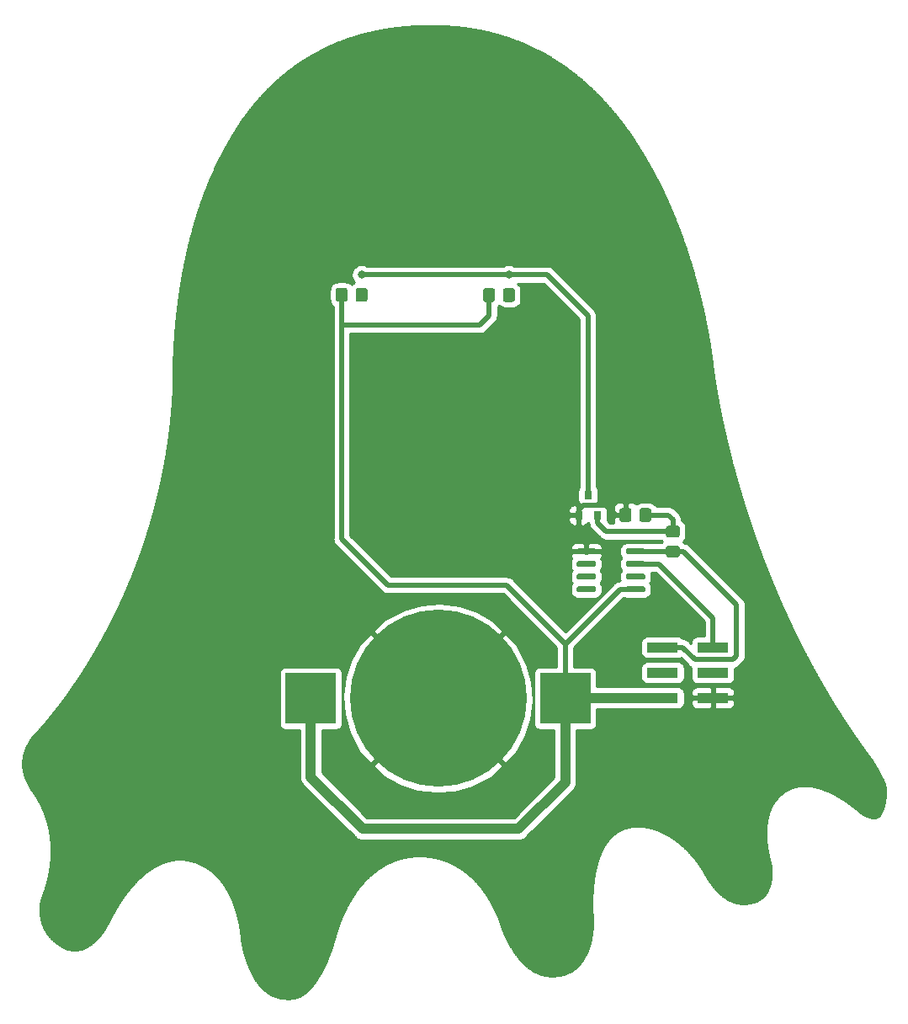
<source format=gbr>
%TF.GenerationSoftware,KiCad,Pcbnew,(5.1.7-0-10_14)*%
%TF.CreationDate,2020-10-21T09:07:25+08:00*%
%TF.ProjectId,HallowBadges,48616c6c-6f77-4426-9164-6765732e6b69,rev?*%
%TF.SameCoordinates,Original*%
%TF.FileFunction,Copper,L2,Bot*%
%TF.FilePolarity,Positive*%
%FSLAX46Y46*%
G04 Gerber Fmt 4.6, Leading zero omitted, Abs format (unit mm)*
G04 Created by KiCad (PCBNEW (5.1.7-0-10_14)) date 2020-10-21 09:07:25*
%MOMM*%
%LPD*%
G01*
G04 APERTURE LIST*
%TA.AperFunction,SMDPad,CuDef*%
%ADD10C,17.800000*%
%TD*%
%TA.AperFunction,SMDPad,CuDef*%
%ADD11R,5.100000X5.100000*%
%TD*%
%TA.AperFunction,SMDPad,CuDef*%
%ADD12R,3.150000X1.000000*%
%TD*%
%TA.AperFunction,SMDPad,CuDef*%
%ADD13R,0.800000X0.900000*%
%TD*%
%TA.AperFunction,ViaPad*%
%ADD14C,0.800000*%
%TD*%
%TA.AperFunction,Conductor*%
%ADD15C,1.000000*%
%TD*%
%TA.AperFunction,Conductor*%
%ADD16C,0.500000*%
%TD*%
%TA.AperFunction,Conductor*%
%ADD17C,0.254000*%
%TD*%
%TA.AperFunction,Conductor*%
%ADD18C,0.100000*%
%TD*%
G04 APERTURE END LIST*
D10*
%TO.P,BT1,2*%
%TO.N,GND*%
X134114540Y-110726220D03*
D11*
%TO.P,BT1,1*%
%TO.N,VCC*%
X121314540Y-110726220D03*
X146914540Y-110726220D03*
%TD*%
D12*
%TO.P,J1,6*%
%TO.N,GPIO2*%
X161762680Y-105595420D03*
%TO.P,J1,5*%
%TO.N,GPIO1*%
X156712680Y-105595420D03*
%TO.P,J1,4*%
%TO.N,Net-(J1-Pad4)*%
X161762680Y-108135420D03*
%TO.P,J1,3*%
%TO.N,Net-(J1-Pad3)*%
X156712680Y-108135420D03*
%TO.P,J1,2*%
%TO.N,GND*%
X161762680Y-110675420D03*
%TO.P,J1,1*%
%TO.N,VCC*%
X156712680Y-110675420D03*
%TD*%
D13*
%TO.P,Q1,3*%
%TO.N,Net-(D1-Pad1)*%
X149199600Y-90313000D03*
%TO.P,Q1,2*%
%TO.N,GND*%
X148249600Y-92313000D03*
%TO.P,Q1,1*%
%TO.N,Net-(Q1-Pad1)*%
X150149600Y-92313000D03*
%TD*%
%TO.P,R1,2*%
%TO.N,Net-(D1-Pad2)*%
%TA.AperFunction,SMDPad,CuDef*%
G36*
G01*
X140641020Y-70635281D02*
X140641020Y-69735279D01*
G75*
G02*
X140891019Y-69485280I249999J0D01*
G01*
X141591021Y-69485280D01*
G75*
G02*
X141841020Y-69735279I0J-249999D01*
G01*
X141841020Y-70635281D01*
G75*
G02*
X141591021Y-70885280I-249999J0D01*
G01*
X140891019Y-70885280D01*
G75*
G02*
X140641020Y-70635281I0J249999D01*
G01*
G37*
%TD.AperFunction*%
%TO.P,R1,1*%
%TO.N,VCC*%
%TA.AperFunction,SMDPad,CuDef*%
G36*
G01*
X138641020Y-70635281D02*
X138641020Y-69735279D01*
G75*
G02*
X138891019Y-69485280I249999J0D01*
G01*
X139591021Y-69485280D01*
G75*
G02*
X139841020Y-69735279I0J-249999D01*
G01*
X139841020Y-70635281D01*
G75*
G02*
X139591021Y-70885280I-249999J0D01*
G01*
X138891019Y-70885280D01*
G75*
G02*
X138641020Y-70635281I0J249999D01*
G01*
G37*
%TD.AperFunction*%
%TD*%
%TO.P,R2,1*%
%TO.N,VCC*%
%TA.AperFunction,SMDPad,CuDef*%
G36*
G01*
X123812500Y-70607341D02*
X123812500Y-69707339D01*
G75*
G02*
X124062499Y-69457340I249999J0D01*
G01*
X124762501Y-69457340D01*
G75*
G02*
X125012500Y-69707339I0J-249999D01*
G01*
X125012500Y-70607341D01*
G75*
G02*
X124762501Y-70857340I-249999J0D01*
G01*
X124062499Y-70857340D01*
G75*
G02*
X123812500Y-70607341I0J249999D01*
G01*
G37*
%TD.AperFunction*%
%TO.P,R2,2*%
%TO.N,Net-(D2-Pad2)*%
%TA.AperFunction,SMDPad,CuDef*%
G36*
G01*
X125812500Y-70607341D02*
X125812500Y-69707339D01*
G75*
G02*
X126062499Y-69457340I249999J0D01*
G01*
X126762501Y-69457340D01*
G75*
G02*
X127012500Y-69707339I0J-249999D01*
G01*
X127012500Y-70607341D01*
G75*
G02*
X126762501Y-70857340I-249999J0D01*
G01*
X126062499Y-70857340D01*
G75*
G02*
X125812500Y-70607341I0J249999D01*
G01*
G37*
%TD.AperFunction*%
%TD*%
%TO.P,R3,2*%
%TO.N,GPIO1*%
%TA.AperFunction,SMDPad,CuDef*%
G36*
G01*
X157291619Y-95365520D02*
X158191621Y-95365520D01*
G75*
G02*
X158441620Y-95615519I0J-249999D01*
G01*
X158441620Y-96315521D01*
G75*
G02*
X158191621Y-96565520I-249999J0D01*
G01*
X157291619Y-96565520D01*
G75*
G02*
X157041620Y-96315521I0J249999D01*
G01*
X157041620Y-95615519D01*
G75*
G02*
X157291619Y-95365520I249999J0D01*
G01*
G37*
%TD.AperFunction*%
%TO.P,R3,1*%
%TO.N,Net-(Q1-Pad1)*%
%TA.AperFunction,SMDPad,CuDef*%
G36*
G01*
X157291619Y-93365520D02*
X158191621Y-93365520D01*
G75*
G02*
X158441620Y-93615519I0J-249999D01*
G01*
X158441620Y-94315521D01*
G75*
G02*
X158191621Y-94565520I-249999J0D01*
G01*
X157291619Y-94565520D01*
G75*
G02*
X157041620Y-94315521I0J249999D01*
G01*
X157041620Y-93615519D01*
G75*
G02*
X157291619Y-93365520I249999J0D01*
G01*
G37*
%TD.AperFunction*%
%TD*%
%TO.P,R4,1*%
%TO.N,GND*%
%TA.AperFunction,SMDPad,CuDef*%
G36*
G01*
X152367180Y-92745981D02*
X152367180Y-91845979D01*
G75*
G02*
X152617179Y-91595980I249999J0D01*
G01*
X153317181Y-91595980D01*
G75*
G02*
X153567180Y-91845979I0J-249999D01*
G01*
X153567180Y-92745981D01*
G75*
G02*
X153317181Y-92995980I-249999J0D01*
G01*
X152617179Y-92995980D01*
G75*
G02*
X152367180Y-92745981I0J249999D01*
G01*
G37*
%TD.AperFunction*%
%TO.P,R4,2*%
%TO.N,Net-(Q1-Pad1)*%
%TA.AperFunction,SMDPad,CuDef*%
G36*
G01*
X154367180Y-92745981D02*
X154367180Y-91845979D01*
G75*
G02*
X154617179Y-91595980I249999J0D01*
G01*
X155317181Y-91595980D01*
G75*
G02*
X155567180Y-91845979I0J-249999D01*
G01*
X155567180Y-92745981D01*
G75*
G02*
X155317181Y-92995980I-249999J0D01*
G01*
X154617179Y-92995980D01*
G75*
G02*
X154367180Y-92745981I0J249999D01*
G01*
G37*
%TD.AperFunction*%
%TD*%
%TO.P,U1,8*%
%TO.N,VCC*%
%TA.AperFunction,SMDPad,CuDef*%
G36*
G01*
X153005920Y-99921200D02*
X153005920Y-99621200D01*
G75*
G02*
X153155920Y-99471200I150000J0D01*
G01*
X154805920Y-99471200D01*
G75*
G02*
X154955920Y-99621200I0J-150000D01*
G01*
X154955920Y-99921200D01*
G75*
G02*
X154805920Y-100071200I-150000J0D01*
G01*
X153155920Y-100071200D01*
G75*
G02*
X153005920Y-99921200I0J150000D01*
G01*
G37*
%TD.AperFunction*%
%TO.P,U1,7*%
%TO.N,Net-(U1-Pad7)*%
%TA.AperFunction,SMDPad,CuDef*%
G36*
G01*
X153005920Y-98651200D02*
X153005920Y-98351200D01*
G75*
G02*
X153155920Y-98201200I150000J0D01*
G01*
X154805920Y-98201200D01*
G75*
G02*
X154955920Y-98351200I0J-150000D01*
G01*
X154955920Y-98651200D01*
G75*
G02*
X154805920Y-98801200I-150000J0D01*
G01*
X153155920Y-98801200D01*
G75*
G02*
X153005920Y-98651200I0J150000D01*
G01*
G37*
%TD.AperFunction*%
%TO.P,U1,6*%
%TO.N,GPIO2*%
%TA.AperFunction,SMDPad,CuDef*%
G36*
G01*
X153005920Y-97381200D02*
X153005920Y-97081200D01*
G75*
G02*
X153155920Y-96931200I150000J0D01*
G01*
X154805920Y-96931200D01*
G75*
G02*
X154955920Y-97081200I0J-150000D01*
G01*
X154955920Y-97381200D01*
G75*
G02*
X154805920Y-97531200I-150000J0D01*
G01*
X153155920Y-97531200D01*
G75*
G02*
X153005920Y-97381200I0J150000D01*
G01*
G37*
%TD.AperFunction*%
%TO.P,U1,5*%
%TO.N,GPIO1*%
%TA.AperFunction,SMDPad,CuDef*%
G36*
G01*
X153005920Y-96111200D02*
X153005920Y-95811200D01*
G75*
G02*
X153155920Y-95661200I150000J0D01*
G01*
X154805920Y-95661200D01*
G75*
G02*
X154955920Y-95811200I0J-150000D01*
G01*
X154955920Y-96111200D01*
G75*
G02*
X154805920Y-96261200I-150000J0D01*
G01*
X153155920Y-96261200D01*
G75*
G02*
X153005920Y-96111200I0J150000D01*
G01*
G37*
%TD.AperFunction*%
%TO.P,U1,4*%
%TO.N,GND*%
%TA.AperFunction,SMDPad,CuDef*%
G36*
G01*
X148055920Y-96111200D02*
X148055920Y-95811200D01*
G75*
G02*
X148205920Y-95661200I150000J0D01*
G01*
X149855920Y-95661200D01*
G75*
G02*
X150005920Y-95811200I0J-150000D01*
G01*
X150005920Y-96111200D01*
G75*
G02*
X149855920Y-96261200I-150000J0D01*
G01*
X148205920Y-96261200D01*
G75*
G02*
X148055920Y-96111200I0J150000D01*
G01*
G37*
%TD.AperFunction*%
%TO.P,U1,3*%
%TO.N,Net-(U1-Pad3)*%
%TA.AperFunction,SMDPad,CuDef*%
G36*
G01*
X148055920Y-97381200D02*
X148055920Y-97081200D01*
G75*
G02*
X148205920Y-96931200I150000J0D01*
G01*
X149855920Y-96931200D01*
G75*
G02*
X150005920Y-97081200I0J-150000D01*
G01*
X150005920Y-97381200D01*
G75*
G02*
X149855920Y-97531200I-150000J0D01*
G01*
X148205920Y-97531200D01*
G75*
G02*
X148055920Y-97381200I0J150000D01*
G01*
G37*
%TD.AperFunction*%
%TO.P,U1,2*%
%TO.N,Net-(U1-Pad2)*%
%TA.AperFunction,SMDPad,CuDef*%
G36*
G01*
X148055920Y-98651200D02*
X148055920Y-98351200D01*
G75*
G02*
X148205920Y-98201200I150000J0D01*
G01*
X149855920Y-98201200D01*
G75*
G02*
X150005920Y-98351200I0J-150000D01*
G01*
X150005920Y-98651200D01*
G75*
G02*
X149855920Y-98801200I-150000J0D01*
G01*
X148205920Y-98801200D01*
G75*
G02*
X148055920Y-98651200I0J150000D01*
G01*
G37*
%TD.AperFunction*%
%TO.P,U1,1*%
%TO.N,Net-(U1-Pad1)*%
%TA.AperFunction,SMDPad,CuDef*%
G36*
G01*
X148055920Y-99921200D02*
X148055920Y-99621200D01*
G75*
G02*
X148205920Y-99471200I150000J0D01*
G01*
X149855920Y-99471200D01*
G75*
G02*
X150005920Y-99621200I0J-150000D01*
G01*
X150005920Y-99921200D01*
G75*
G02*
X149855920Y-100071200I-150000J0D01*
G01*
X148205920Y-100071200D01*
G75*
G02*
X148055920Y-99921200I0J150000D01*
G01*
G37*
%TD.AperFunction*%
%TD*%
D14*
%TO.N,Net-(D1-Pad1)*%
X126415800Y-68130420D03*
X141231620Y-68121420D03*
%TO.N,Net-(D1-Pad2)*%
X141231620Y-70171420D03*
%TO.N,Net-(D2-Pad2)*%
X126418340Y-70189200D03*
%TD*%
D15*
%TO.N,VCC*%
X121314540Y-110726220D02*
X121314540Y-118637380D01*
X121314540Y-118637380D02*
X126527560Y-123850400D01*
X126527560Y-123850400D02*
X142219680Y-123850400D01*
X142219680Y-123850400D02*
X146914540Y-119155540D01*
X146914540Y-119155540D02*
X146914540Y-115170280D01*
X146914540Y-115170280D02*
X146914540Y-110726220D01*
X146965340Y-110675420D02*
X146914540Y-110726220D01*
X156712680Y-110675420D02*
X146965340Y-110675420D01*
D16*
X153980920Y-99771200D02*
X152422860Y-99771200D01*
X146914540Y-105279520D02*
X146914540Y-110726220D01*
X152422860Y-99771200D02*
X146914540Y-105279520D01*
X124412500Y-73190860D02*
X138297160Y-73190860D01*
X124412500Y-70157340D02*
X124412500Y-73190860D01*
X139241020Y-72247000D02*
X139241020Y-70185280D01*
X138297160Y-73190860D02*
X139241020Y-72247000D01*
X146944080Y-105265220D02*
X146928840Y-105265220D01*
X146928840Y-105265220D02*
X146914540Y-105279520D01*
X141023340Y-99344480D02*
X146944080Y-105265220D01*
X129059940Y-99344480D02*
X141023340Y-99344480D01*
X124412500Y-73190860D02*
X124412500Y-94697040D01*
X124412500Y-94697040D02*
X129059940Y-99344480D01*
%TO.N,GND*%
X152011380Y-92295980D02*
X152967180Y-92295980D01*
X151023320Y-91307920D02*
X152011380Y-92295980D01*
X148717000Y-91307920D02*
X151023320Y-91307920D01*
X148249600Y-92313000D02*
X148249600Y-91775320D01*
X148249600Y-91775320D02*
X148717000Y-91307920D01*
%TO.N,Net-(D1-Pad1)*%
X126415800Y-68130420D02*
X126424800Y-68121420D01*
X126424800Y-68121420D02*
X141231620Y-68121420D01*
X141231620Y-68121420D02*
X145075800Y-68121420D01*
X149199600Y-72245220D02*
X149199600Y-90313000D01*
X145075800Y-68121420D02*
X149199600Y-72245220D01*
%TO.N,Net-(D1-Pad2)*%
X141241020Y-70185280D02*
X141241020Y-70180820D01*
X141241020Y-70180820D02*
X141231620Y-70171420D01*
%TO.N,Net-(D2-Pad2)*%
X126412500Y-70157340D02*
X126412500Y-70183360D01*
X126412500Y-70183360D02*
X126418340Y-70189200D01*
%TO.N,GPIO1*%
X157737300Y-95961200D02*
X157741620Y-95965520D01*
X153980920Y-95961200D02*
X157737300Y-95961200D01*
X158711900Y-105595420D02*
X156712680Y-105595420D01*
X158792420Y-95965520D02*
X164147500Y-101320600D01*
X157741620Y-95965520D02*
X158792420Y-95965520D01*
X164147500Y-101320600D02*
X164147500Y-106474260D01*
X159959040Y-106842560D02*
X158711900Y-105595420D01*
X164147500Y-106474260D02*
X163779200Y-106842560D01*
X163779200Y-106842560D02*
X159959040Y-106842560D01*
%TO.N,GPIO2*%
X153980920Y-97231200D02*
X156329380Y-97231200D01*
X161762680Y-102664500D02*
X161762680Y-105595420D01*
X156329380Y-97231200D02*
X161762680Y-102664500D01*
%TO.N,Net-(Q1-Pad1)*%
X154967180Y-92295980D02*
X157274260Y-92295980D01*
X157741620Y-92763340D02*
X157741620Y-93965520D01*
X157274260Y-92295980D02*
X157741620Y-92763340D01*
X150149600Y-92313000D02*
X150149600Y-93078340D01*
X151036780Y-93965520D02*
X157741620Y-93965520D01*
X150149600Y-93078340D02*
X151036780Y-93965520D01*
%TD*%
D17*
%TO.N,GND*%
X133429121Y-43115728D02*
X133526992Y-43116147D01*
X133625347Y-43116917D01*
X133723312Y-43118033D01*
X133820901Y-43119493D01*
X133917847Y-43121290D01*
X134015055Y-43123439D01*
X134111718Y-43125923D01*
X134209309Y-43128781D01*
X134307468Y-43132014D01*
X134405002Y-43135583D01*
X134502324Y-43139504D01*
X134599130Y-43143758D01*
X134695661Y-43148356D01*
X134792646Y-43153326D01*
X134890436Y-43158708D01*
X134988079Y-43164451D01*
X135085218Y-43170527D01*
X135182244Y-43176962D01*
X135278459Y-43183707D01*
X135375115Y-43190849D01*
X135472202Y-43198386D01*
X135569809Y-43206342D01*
X135666860Y-43214629D01*
X135763430Y-43223250D01*
X135859712Y-43232219D01*
X135955998Y-43241560D01*
X136052981Y-43251346D01*
X136150245Y-43261547D01*
X136246836Y-43272060D01*
X136343487Y-43282964D01*
X136439723Y-43294194D01*
X136535713Y-43305784D01*
X136632109Y-43317815D01*
X136729297Y-43330326D01*
X136825664Y-43343137D01*
X136921812Y-43356296D01*
X137017607Y-43369811D01*
X137113218Y-43383682D01*
X137209604Y-43398065D01*
X137306091Y-43412861D01*
X137402379Y-43428026D01*
X137497947Y-43443475D01*
X137593168Y-43459266D01*
X137688807Y-43475535D01*
X137785418Y-43492367D01*
X137881334Y-43509502D01*
X137977204Y-43527035D01*
X138072233Y-43544802D01*
X138167189Y-43562977D01*
X138261989Y-43581537D01*
X138358169Y-43600757D01*
X138453551Y-43620261D01*
X138548777Y-43640133D01*
X138643205Y-43660258D01*
X138737405Y-43680768D01*
X138832081Y-43701765D01*
X138927155Y-43723300D01*
X139022281Y-43745256D01*
X139116796Y-43767491D01*
X139210580Y-43789974D01*
X139304384Y-43812899D01*
X139398168Y-43836214D01*
X139492594Y-43860151D01*
X139586926Y-43884483D01*
X139680621Y-43909070D01*
X139773701Y-43933953D01*
X139867504Y-43959418D01*
X139961607Y-43985429D01*
X140055338Y-44011792D01*
X140148849Y-44038495D01*
X140241821Y-44065494D01*
X140334316Y-44092787D01*
X140426286Y-44120378D01*
X140518514Y-44148463D01*
X140611594Y-44177271D01*
X140704178Y-44206346D01*
X140796301Y-44235719D01*
X140887994Y-44265410D01*
X140979878Y-44295586D01*
X141072245Y-44326408D01*
X141164251Y-44357538D01*
X141255927Y-44388999D01*
X141347084Y-44420749D01*
X141438013Y-44452856D01*
X141528848Y-44485345D01*
X141620311Y-44518549D01*
X141711491Y-44552117D01*
X141802112Y-44585914D01*
X141892254Y-44620012D01*
X141982665Y-44654634D01*
X142073671Y-44689959D01*
X142164043Y-44725517D01*
X142254113Y-44761399D01*
X142343769Y-44797592D01*
X142432998Y-44834059D01*
X142521828Y-44870803D01*
X142610629Y-44908030D01*
X142700068Y-44945989D01*
X142789110Y-44984224D01*
X142877862Y-45022774D01*
X142966307Y-45061684D01*
X143055325Y-45101360D01*
X143144184Y-45141410D01*
X143232604Y-45181709D01*
X143320409Y-45222220D01*
X143407768Y-45262974D01*
X143494659Y-45303998D01*
X143581987Y-45345678D01*
X143669399Y-45387884D01*
X143756571Y-45430479D01*
X143843174Y-45473239D01*
X143929895Y-45516551D01*
X144017069Y-45560574D01*
X144103919Y-45604902D01*
X144190294Y-45649478D01*
X144276095Y-45694208D01*
X144361635Y-45739308D01*
X144446918Y-45784721D01*
X144531711Y-45830357D01*
X144617054Y-45876816D01*
X144702237Y-45923643D01*
X144786752Y-45970611D01*
X144871017Y-46017888D01*
X144955322Y-46065674D01*
X145040073Y-46114174D01*
X145124074Y-46162755D01*
X145207964Y-46211787D01*
X145291245Y-46260913D01*
X145374192Y-46310350D01*
X145456465Y-46359839D01*
X145539013Y-46410029D01*
X145621803Y-46460808D01*
X145704435Y-46512013D01*
X145786561Y-46563350D01*
X145868352Y-46614950D01*
X145950578Y-46667389D01*
X146032562Y-46720125D01*
X146113927Y-46772988D01*
X146195200Y-46826249D01*
X146275765Y-46879558D01*
X146355964Y-46933075D01*
X146436125Y-46987099D01*
X146516772Y-47041861D01*
X146596625Y-47096683D01*
X146676444Y-47151924D01*
X146756109Y-47207524D01*
X146835850Y-47263711D01*
X146915402Y-47320293D01*
X146994435Y-47376966D01*
X147072940Y-47433782D01*
X147151312Y-47490968D01*
X147229043Y-47548198D01*
X147306282Y-47605535D01*
X147383769Y-47663567D01*
X147461469Y-47722197D01*
X147538508Y-47780859D01*
X147615582Y-47840069D01*
X147693174Y-47900117D01*
X147770042Y-47960203D01*
X147846694Y-48020513D01*
X147922563Y-48080810D01*
X147998433Y-48141565D01*
X148073759Y-48202341D01*
X148148613Y-48263197D01*
X148223167Y-48324393D01*
X148298283Y-48386532D01*
X148373046Y-48448838D01*
X148447610Y-48511487D01*
X148522391Y-48574784D01*
X148596496Y-48638064D01*
X148670526Y-48701814D01*
X148744185Y-48765708D01*
X148817134Y-48829438D01*
X148889825Y-48893487D01*
X148962046Y-48957591D01*
X149034268Y-49022181D01*
X149106459Y-49087269D01*
X149178521Y-49152709D01*
X149250467Y-49218533D01*
X149322516Y-49284983D01*
X149393901Y-49351367D01*
X149465395Y-49418314D01*
X149536143Y-49485012D01*
X149606619Y-49552013D01*
X149676333Y-49618756D01*
X149746079Y-49686075D01*
X149815562Y-49753523D01*
X149885061Y-49821590D01*
X149954872Y-49890432D01*
X150024526Y-49959523D01*
X150093550Y-50028634D01*
X150162594Y-50098236D01*
X150231095Y-50167752D01*
X150299200Y-50237330D01*
X150366787Y-50306936D01*
X150433959Y-50376574D01*
X150501075Y-50446627D01*
X150568344Y-50517390D01*
X150634999Y-50587986D01*
X150701959Y-50659456D01*
X150768772Y-50731129D01*
X150835169Y-50803023D01*
X150901361Y-50875062D01*
X150967005Y-50947065D01*
X151032229Y-51019076D01*
X151096944Y-51090994D01*
X151161676Y-51163479D01*
X151226479Y-51236480D01*
X151291122Y-51309843D01*
X151356060Y-51384076D01*
X151420475Y-51458065D01*
X151484215Y-51531971D01*
X151547880Y-51606147D01*
X151611235Y-51680536D01*
X151674143Y-51754763D01*
X151736247Y-51828615D01*
X151798658Y-51903382D01*
X151860981Y-51978424D01*
X151923169Y-52053851D01*
X151985386Y-52129810D01*
X152047155Y-52205810D01*
X152108964Y-52282212D01*
X152169663Y-52357794D01*
X152230528Y-52434046D01*
X152290851Y-52510134D01*
X152350882Y-52586298D01*
X152411265Y-52663485D01*
X152471918Y-52741510D01*
X152532176Y-52819404D01*
X152591798Y-52897011D01*
X152651053Y-52974746D01*
X152710055Y-53052467D01*
X152768364Y-53130017D01*
X152826694Y-53207889D01*
X152884682Y-53285761D01*
X152942957Y-53364604D01*
X153001333Y-53443939D01*
X153059138Y-53523163D01*
X153116688Y-53602478D01*
X153173651Y-53681522D01*
X153230638Y-53761048D01*
X153287102Y-53840294D01*
X153343456Y-53919819D01*
X153399714Y-53999712D01*
X153456145Y-54080441D01*
X153512191Y-54161080D01*
X153567907Y-54241712D01*
X153623236Y-54322252D01*
X153678236Y-54402887D01*
X153732891Y-54483401D01*
X153787876Y-54564994D01*
X153842745Y-54646858D01*
X153897401Y-54728941D01*
X153951725Y-54810869D01*
X154005346Y-54892377D01*
X154058943Y-54974199D01*
X154111762Y-55055482D01*
X154164828Y-55137482D01*
X154218128Y-55220469D01*
X154271506Y-55303939D01*
X154324005Y-55386704D01*
X154376387Y-55469552D01*
X154428139Y-55552082D01*
X154480048Y-55635235D01*
X154531458Y-55717981D01*
X154583096Y-55801697D01*
X154634618Y-55885765D01*
X154685756Y-55969651D01*
X154736411Y-56053127D01*
X154786766Y-56136823D01*
X154837226Y-56220989D01*
X154887837Y-56305929D01*
X154938010Y-56390664D01*
X154987904Y-56475326D01*
X155037286Y-56559856D01*
X155086564Y-56644416D01*
X155135401Y-56728878D01*
X155185016Y-56814989D01*
X155233806Y-56900420D01*
X155282667Y-56986198D01*
X155330893Y-57071529D01*
X155378612Y-57156386D01*
X155426421Y-57241968D01*
X155474678Y-57328713D01*
X155522319Y-57414860D01*
X155569433Y-57500666D01*
X155616687Y-57587150D01*
X155663215Y-57672648D01*
X155709643Y-57758534D01*
X155756238Y-57845250D01*
X155802682Y-57932319D01*
X155848909Y-58019242D01*
X155894544Y-58105497D01*
X155939976Y-58191945D01*
X155985549Y-58279268D01*
X156031211Y-58367224D01*
X156076200Y-58454157D01*
X156120802Y-58541097D01*
X156165457Y-58628535D01*
X156210227Y-58716598D01*
X156254739Y-58804635D01*
X156298564Y-58891894D01*
X156342455Y-58979774D01*
X156386662Y-59068780D01*
X156430236Y-59157006D01*
X156473734Y-59245584D01*
X156516722Y-59333428D01*
X156559571Y-59421688D01*
X156602633Y-59510865D01*
X156645599Y-59600271D01*
X156687730Y-59688258D01*
X156729720Y-59776749D01*
X156772179Y-59866616D01*
X156814156Y-59955891D01*
X156855553Y-60044473D01*
X156896908Y-60133515D01*
X156937849Y-60222073D01*
X156979446Y-60312631D01*
X157020085Y-60401352D01*
X157060929Y-60491248D01*
X157101579Y-60581091D01*
X157142148Y-60671432D01*
X157182132Y-60760733D01*
X157222193Y-60850847D01*
X157262189Y-60941281D01*
X157301605Y-61030897D01*
X157341135Y-61121422D01*
X157380853Y-61212616D01*
X157419825Y-61302830D01*
X157459077Y-61393987D01*
X157497535Y-61483721D01*
X157536261Y-61574904D01*
X157574447Y-61665216D01*
X157613071Y-61756799D01*
X157651244Y-61848000D01*
X157689018Y-61938797D01*
X157726670Y-62029853D01*
X157764079Y-62120664D01*
X157801301Y-62211509D01*
X157838375Y-62302668D01*
X157875752Y-62395069D01*
X157912926Y-62487310D01*
X157949111Y-62577575D01*
X157985581Y-62669247D01*
X158021858Y-62760826D01*
X158057858Y-62852300D01*
X158094244Y-62945255D01*
X158129887Y-63036571D01*
X158165339Y-63128270D01*
X158200519Y-63219521D01*
X158235868Y-63311844D01*
X158271430Y-63404959D01*
X158306161Y-63496692D01*
X158340502Y-63588039D01*
X158375374Y-63680965D01*
X158409921Y-63773649D01*
X158444306Y-63866557D01*
X158478461Y-63959149D01*
X158512131Y-64051176D01*
X158545765Y-64143473D01*
X158579495Y-64236452D01*
X158612940Y-64329311D01*
X158646126Y-64421954D01*
X158679221Y-64514899D01*
X158712392Y-64608472D01*
X158745310Y-64701906D01*
X158777807Y-64794768D01*
X158810255Y-64887855D01*
X158842749Y-64981485D01*
X158875036Y-65075381D01*
X158907106Y-65168922D01*
X158938876Y-65262251D01*
X158970728Y-65356225D01*
X159002100Y-65449557D01*
X159033589Y-65543527D01*
X159064552Y-65636613D01*
X159095580Y-65730386D01*
X159126601Y-65824738D01*
X159157209Y-65918347D01*
X159187614Y-66011733D01*
X159218105Y-66106069D01*
X159248326Y-66200100D01*
X159278221Y-66293436D01*
X159308107Y-66387546D01*
X159337826Y-66481543D01*
X159367301Y-66575406D01*
X159396798Y-66669738D01*
X159425972Y-66763668D01*
X159455196Y-66858174D01*
X159484421Y-66953377D01*
X159513016Y-67047124D01*
X159541957Y-67142657D01*
X159570363Y-67236693D01*
X159598369Y-67330341D01*
X159626626Y-67425160D01*
X159654669Y-67519755D01*
X159682613Y-67614686D01*
X159710531Y-67710123D01*
X159737983Y-67804426D01*
X159765304Y-67898861D01*
X159792557Y-67993558D01*
X159819540Y-68088244D01*
X159846584Y-68183545D01*
X159873095Y-68277555D01*
X159900271Y-68374224D01*
X159926670Y-68468985D01*
X159953201Y-68564616D01*
X159979321Y-68659533D01*
X160005442Y-68755213D01*
X160031363Y-68850484D01*
X160057214Y-68946165D01*
X160082929Y-69041678D01*
X160108067Y-69136065D01*
X160133579Y-69232210D01*
X160158680Y-69327598D01*
X160183760Y-69423372D01*
X160208986Y-69520456D01*
X160233688Y-69615738D01*
X160258282Y-69711459D01*
X160281945Y-69804568D01*
X160307175Y-69903957D01*
X160331368Y-70000037D01*
X160355271Y-70095550D01*
X160379177Y-70191965D01*
X160402802Y-70287548D01*
X160426125Y-70382814D01*
X160449661Y-70479353D01*
X160472829Y-70575079D01*
X160495996Y-70671512D01*
X160518524Y-70766206D01*
X160541606Y-70863351D01*
X160564308Y-70960009D01*
X160586645Y-71055555D01*
X160609114Y-71152162D01*
X160623689Y-71215690D01*
X160623692Y-71215714D01*
X160629908Y-71242798D01*
X160638730Y-71281250D01*
X160638739Y-71281277D01*
X160653407Y-71345189D01*
X160674715Y-71439328D01*
X160696980Y-71537902D01*
X160718381Y-71633464D01*
X160739860Y-71730071D01*
X160761046Y-71825947D01*
X160782090Y-71922174D01*
X160803194Y-72019271D01*
X160824053Y-72116114D01*
X160844777Y-72212792D01*
X160865246Y-72309333D01*
X160885771Y-72406503D01*
X160905820Y-72502305D01*
X160925805Y-72598664D01*
X160945762Y-72695769D01*
X160965679Y-72792977D01*
X160985235Y-72889580D01*
X161004903Y-72987323D01*
X161024208Y-73084243D01*
X161043375Y-73181360D01*
X161062596Y-73279060D01*
X161081301Y-73375437D01*
X161099917Y-73472083D01*
X161118394Y-73568616D01*
X161136777Y-73665868D01*
X161155012Y-73763317D01*
X161172907Y-73859185D01*
X161190803Y-73956475D01*
X161208649Y-74054032D01*
X161226021Y-74150118D01*
X161243445Y-74247337D01*
X161260623Y-74344282D01*
X161277788Y-74441711D01*
X161294804Y-74539726D01*
X161311612Y-74636941D01*
X161328041Y-74733546D01*
X161344503Y-74830928D01*
X161360822Y-74928643D01*
X161376861Y-75025871D01*
X161392829Y-75123448D01*
X161408516Y-75220905D01*
X161424304Y-75319411D01*
X161439586Y-75417015D01*
X161454737Y-75514157D01*
X161469645Y-75610621D01*
X161484151Y-75706572D01*
X161498875Y-75804269D01*
X161513192Y-75901054D01*
X161527430Y-75998545D01*
X161541209Y-76094898D01*
X161555266Y-76193995D01*
X161568812Y-76291180D01*
X161582104Y-76387958D01*
X161595183Y-76484622D01*
X161607965Y-76581468D01*
X161620578Y-76678724D01*
X161633030Y-76776087D01*
X161645146Y-76873503D01*
X161657028Y-76971404D01*
X161668597Y-77069057D01*
X161679912Y-77167083D01*
X161690826Y-77265600D01*
X161703474Y-77385230D01*
X161703925Y-77390117D01*
X161704122Y-77399460D01*
X161707016Y-77423613D01*
X161709249Y-77447817D01*
X161711014Y-77456988D01*
X161719666Y-77529198D01*
X161719721Y-77531235D01*
X161723654Y-77562482D01*
X161727427Y-77593976D01*
X161727870Y-77595980D01*
X161732716Y-77634484D01*
X161732765Y-77636042D01*
X161736915Y-77667853D01*
X161740924Y-77699702D01*
X161741269Y-77701223D01*
X161745980Y-77737329D01*
X161746011Y-77738225D01*
X161750330Y-77770668D01*
X161754571Y-77803170D01*
X161754774Y-77804045D01*
X161759475Y-77839355D01*
X161759522Y-77840600D01*
X161763924Y-77872773D01*
X161768192Y-77904830D01*
X161768476Y-77906039D01*
X161773219Y-77940709D01*
X161773248Y-77941425D01*
X161777799Y-77974182D01*
X161782245Y-78006673D01*
X161782410Y-78007364D01*
X161787076Y-78040943D01*
X161787115Y-78041870D01*
X161791708Y-78074283D01*
X161796209Y-78106678D01*
X161796426Y-78107579D01*
X161801231Y-78141490D01*
X161801268Y-78142311D01*
X161805937Y-78174702D01*
X161810556Y-78207298D01*
X161810752Y-78208101D01*
X161815684Y-78242319D01*
X161815723Y-78243138D01*
X161820492Y-78275673D01*
X161825169Y-78308117D01*
X161825364Y-78308911D01*
X161830402Y-78343277D01*
X161830428Y-78343807D01*
X161835220Y-78376145D01*
X161840083Y-78409320D01*
X161840214Y-78409848D01*
X161845272Y-78443980D01*
X161845323Y-78444962D01*
X161850202Y-78477246D01*
X161854992Y-78509573D01*
X161855231Y-78510528D01*
X161860281Y-78543945D01*
X161860302Y-78544342D01*
X161865375Y-78577653D01*
X161870278Y-78610100D01*
X161870373Y-78610475D01*
X161875440Y-78643750D01*
X161875491Y-78644662D01*
X161880489Y-78676904D01*
X161885433Y-78709369D01*
X161885660Y-78710260D01*
X161890811Y-78743487D01*
X161890818Y-78743617D01*
X161895995Y-78776929D01*
X161901100Y-78809862D01*
X161901131Y-78809982D01*
X161906371Y-78843706D01*
X161906430Y-78844699D01*
X161911525Y-78876870D01*
X161916551Y-78909213D01*
X161916801Y-78910181D01*
X161922146Y-78943936D01*
X161922192Y-78944681D01*
X161927405Y-78977137D01*
X161932556Y-79009664D01*
X161932745Y-79010388D01*
X161938121Y-79043860D01*
X161938131Y-79044028D01*
X161943252Y-79075809D01*
X161948763Y-79110124D01*
X161948809Y-79110300D01*
X161954238Y-79143992D01*
X161954281Y-79144666D01*
X161959591Y-79177214D01*
X161964836Y-79209765D01*
X161965007Y-79210414D01*
X161970598Y-79244685D01*
X161970646Y-79245412D01*
X161976013Y-79277878D01*
X161981316Y-79310382D01*
X161981503Y-79311086D01*
X161987128Y-79345110D01*
X161987162Y-79345615D01*
X161992619Y-79378326D01*
X161998022Y-79411006D01*
X161998153Y-79411495D01*
X162003764Y-79445126D01*
X162003807Y-79445750D01*
X162009316Y-79478405D01*
X162014736Y-79510892D01*
X162014898Y-79511493D01*
X162020426Y-79544258D01*
X162020434Y-79544378D01*
X162026321Y-79579205D01*
X162031602Y-79610506D01*
X162031630Y-79610611D01*
X162037176Y-79643414D01*
X162037236Y-79644252D01*
X162042771Y-79676510D01*
X162048251Y-79708930D01*
X162048472Y-79709744D01*
X162054250Y-79743419D01*
X162054300Y-79744095D01*
X162059942Y-79776592D01*
X162065515Y-79809077D01*
X162065694Y-79809730D01*
X162071421Y-79842715D01*
X162071429Y-79842828D01*
X162076761Y-79873477D01*
X162082910Y-79908897D01*
X162082943Y-79909015D01*
X162088663Y-79941899D01*
X162088722Y-79942669D01*
X162094356Y-79974627D01*
X162100062Y-80007426D01*
X162100271Y-80008179D01*
X162106152Y-80041539D01*
X162106166Y-80041724D01*
X162112090Y-80075226D01*
X162117805Y-80107642D01*
X162117852Y-80107811D01*
X162123711Y-80140943D01*
X162123777Y-80141774D01*
X162129573Y-80174094D01*
X162135284Y-80206390D01*
X162135509Y-80207192D01*
X162141531Y-80240772D01*
X162141555Y-80241075D01*
X162147457Y-80273818D01*
X162153356Y-80306712D01*
X162153438Y-80307001D01*
X162159354Y-80339825D01*
X162159399Y-80340373D01*
X162165215Y-80372343D01*
X162171192Y-80405502D01*
X162171345Y-80406040D01*
X162177376Y-80439194D01*
X162177412Y-80439630D01*
X162183478Y-80472741D01*
X162189343Y-80504980D01*
X162189460Y-80505390D01*
X162195378Y-80537694D01*
X162195409Y-80538056D01*
X162201284Y-80569928D01*
X162207439Y-80603522D01*
X162207541Y-80603878D01*
X162213604Y-80636769D01*
X162213649Y-80637298D01*
X162219744Y-80670085D01*
X162225707Y-80702435D01*
X162225852Y-80702938D01*
X162231912Y-80735536D01*
X162231941Y-80735869D01*
X162237990Y-80768227D01*
X162244149Y-80801359D01*
X162244244Y-80801688D01*
X162250391Y-80834573D01*
X162250465Y-80835399D01*
X162256615Y-80867870D01*
X162262606Y-80899918D01*
X162262835Y-80900704D01*
X162272592Y-80952219D01*
X162287699Y-81031995D01*
X162287766Y-81032734D01*
X162293946Y-81064991D01*
X162300080Y-81097383D01*
X162300290Y-81098097D01*
X162306508Y-81130550D01*
X162306528Y-81130773D01*
X162312723Y-81162991D01*
X162319129Y-81196425D01*
X162319192Y-81196637D01*
X162325530Y-81229604D01*
X162325581Y-81230146D01*
X162331899Y-81262727D01*
X162338134Y-81295156D01*
X162338288Y-81295676D01*
X162344768Y-81329095D01*
X162344812Y-81329554D01*
X162351217Y-81362350D01*
X162357492Y-81394710D01*
X162357622Y-81395146D01*
X162364003Y-81427820D01*
X162364048Y-81428285D01*
X162370411Y-81460629D01*
X162376811Y-81493401D01*
X162376947Y-81493854D01*
X162383314Y-81526220D01*
X162383347Y-81526562D01*
X162389829Y-81559341D01*
X162396237Y-81591914D01*
X162396335Y-81592241D01*
X162402864Y-81625253D01*
X162402924Y-81625860D01*
X162409416Y-81658387D01*
X162415802Y-81690678D01*
X162415977Y-81691257D01*
X162422564Y-81724259D01*
X162422584Y-81724459D01*
X162429063Y-81756821D01*
X162435696Y-81790052D01*
X162435754Y-81790243D01*
X162442303Y-81822954D01*
X162442364Y-81823556D01*
X162448879Y-81855803D01*
X162455394Y-81888344D01*
X162455572Y-81888927D01*
X162462232Y-81921894D01*
X162462267Y-81922231D01*
X162468850Y-81954649D01*
X162475491Y-81987517D01*
X162475592Y-81987845D01*
X162482133Y-82020057D01*
X162482167Y-82020385D01*
X162488786Y-82052818D01*
X162495459Y-82085678D01*
X162495557Y-82085997D01*
X162502300Y-82119036D01*
X162502369Y-82119692D01*
X162509003Y-82151881D01*
X162515623Y-82184320D01*
X162515819Y-82184955D01*
X162522683Y-82218260D01*
X162522690Y-82218328D01*
X162528645Y-82247192D01*
X162536252Y-82284101D01*
X162536272Y-82284166D01*
X162543116Y-82317338D01*
X162543183Y-82317965D01*
X162549937Y-82350405D01*
X162556586Y-82382634D01*
X162556772Y-82383232D01*
X162563571Y-82415886D01*
X162563616Y-82416302D01*
X162570364Y-82448513D01*
X162577200Y-82481346D01*
X162577328Y-82481753D01*
X162583982Y-82513519D01*
X162584017Y-82513836D01*
X162590780Y-82545969D01*
X162597714Y-82579067D01*
X162597812Y-82579378D01*
X162604626Y-82611753D01*
X162604685Y-82612285D01*
X162611600Y-82644888D01*
X162618377Y-82677088D01*
X162618536Y-82677592D01*
X162625395Y-82709933D01*
X162625401Y-82709985D01*
X162632078Y-82741444D01*
X162639347Y-82775715D01*
X162639362Y-82775763D01*
X162646350Y-82808684D01*
X162646431Y-82809401D01*
X162653380Y-82841807D01*
X162660173Y-82873813D01*
X162660388Y-82874492D01*
X162667561Y-82907940D01*
X162667577Y-82908083D01*
X162674503Y-82940315D01*
X162681640Y-82973599D01*
X162681684Y-82973737D01*
X162688855Y-83007109D01*
X162688952Y-83007944D01*
X162695914Y-83039961D01*
X162702814Y-83072075D01*
X162703071Y-83072877D01*
X162710167Y-83105515D01*
X162710176Y-83105588D01*
X162716804Y-83136037D01*
X162724450Y-83171201D01*
X162724472Y-83171270D01*
X162731470Y-83203422D01*
X162731522Y-83203859D01*
X162738618Y-83236262D01*
X162745688Y-83268742D01*
X162745824Y-83269162D01*
X162752763Y-83300848D01*
X162752785Y-83301033D01*
X162759615Y-83332136D01*
X162767118Y-83366394D01*
X162767178Y-83366579D01*
X162774269Y-83398870D01*
X162774373Y-83399731D01*
X162781531Y-83431941D01*
X162788518Y-83463761D01*
X162788783Y-83464575D01*
X162803427Y-83530475D01*
X162817693Y-83594801D01*
X162817788Y-83595576D01*
X162824976Y-83627642D01*
X162832093Y-83659735D01*
X162832336Y-83660477D01*
X162839726Y-83693448D01*
X162839750Y-83693638D01*
X162847349Y-83727453D01*
X162854407Y-83758940D01*
X162854463Y-83759110D01*
X162861864Y-83792044D01*
X162861928Y-83792555D01*
X162869234Y-83824838D01*
X162876505Y-83857195D01*
X162876667Y-83857685D01*
X162884252Y-83891201D01*
X162884322Y-83891757D01*
X162891687Y-83924058D01*
X162898981Y-83956289D01*
X162899157Y-83956820D01*
X162914206Y-84022819D01*
X162928880Y-84087293D01*
X162929000Y-84088220D01*
X162936381Y-84120250D01*
X162943609Y-84152006D01*
X162943902Y-84152885D01*
X162958995Y-84218376D01*
X162973935Y-84283338D01*
X162974046Y-84284184D01*
X162981525Y-84316340D01*
X162988829Y-84348099D01*
X162989097Y-84348897D01*
X162996818Y-84382091D01*
X162996858Y-84382397D01*
X163004390Y-84414648D01*
X163011991Y-84447329D01*
X163012092Y-84447626D01*
X163026473Y-84509204D01*
X163042253Y-84576816D01*
X163042378Y-84577742D01*
X163049901Y-84609580D01*
X163057337Y-84641442D01*
X163057638Y-84642327D01*
X163065220Y-84674417D01*
X163065243Y-84674590D01*
X163072801Y-84706504D01*
X163080652Y-84739733D01*
X163080709Y-84739899D01*
X163088221Y-84771623D01*
X163088266Y-84771950D01*
X163095840Y-84803792D01*
X163103650Y-84836774D01*
X163103761Y-84837098D01*
X163111306Y-84868818D01*
X163111330Y-84868996D01*
X163119194Y-84901986D01*
X163126837Y-84934118D01*
X163126894Y-84934283D01*
X163134568Y-84966473D01*
X163134648Y-84967053D01*
X163142329Y-84999032D01*
X163150035Y-85031355D01*
X163150228Y-85031914D01*
X163158026Y-85064377D01*
X163158072Y-85064710D01*
X163165917Y-85097231D01*
X163173665Y-85129486D01*
X163173774Y-85129801D01*
X163181532Y-85161961D01*
X163181567Y-85162208D01*
X163189304Y-85194177D01*
X163197253Y-85227128D01*
X163197338Y-85227371D01*
X163205204Y-85259877D01*
X163205287Y-85260458D01*
X163213130Y-85292625D01*
X163220896Y-85324713D01*
X163221089Y-85325266D01*
X163229046Y-85357901D01*
X163229082Y-85358152D01*
X163237051Y-85390732D01*
X163244928Y-85423037D01*
X163245011Y-85423274D01*
X163252962Y-85455781D01*
X163253009Y-85456105D01*
X163260835Y-85487966D01*
X163268871Y-85520819D01*
X163268983Y-85521137D01*
X163277048Y-85553974D01*
X163277132Y-85554548D01*
X163285035Y-85586489D01*
X163292961Y-85618756D01*
X163293156Y-85619309D01*
X163301310Y-85652264D01*
X163301359Y-85652598D01*
X163309502Y-85685372D01*
X163317395Y-85717271D01*
X163317505Y-85717581D01*
X163325620Y-85750242D01*
X163325656Y-85750487D01*
X163333727Y-85782873D01*
X163341786Y-85815306D01*
X163341869Y-85815540D01*
X163350037Y-85848312D01*
X163350085Y-85848636D01*
X163358060Y-85880503D01*
X163366230Y-85913284D01*
X163366343Y-85913600D01*
X163374543Y-85946368D01*
X163374581Y-85946623D01*
X163383015Y-85980220D01*
X163390822Y-86011417D01*
X163390902Y-86011642D01*
X163399263Y-86044946D01*
X163399374Y-86045682D01*
X163407416Y-86077425D01*
X163415465Y-86109491D01*
X163415718Y-86110196D01*
X163424135Y-86143423D01*
X163424172Y-86143665D01*
X163432393Y-86176021D01*
X163440600Y-86208415D01*
X163440683Y-86208645D01*
X163449053Y-86241587D01*
X163449103Y-86241912D01*
X163457274Y-86273941D01*
X163465544Y-86306487D01*
X163465658Y-86306801D01*
X163474085Y-86339836D01*
X163474135Y-86340158D01*
X163482292Y-86372002D01*
X163490638Y-86404717D01*
X163490752Y-86405032D01*
X163499216Y-86438075D01*
X163499267Y-86438404D01*
X163507613Y-86470857D01*
X163515833Y-86502948D01*
X163515945Y-86503257D01*
X163524449Y-86536323D01*
X163524500Y-86536650D01*
X163532879Y-86569101D01*
X163541128Y-86601178D01*
X163541240Y-86601485D01*
X163549784Y-86634576D01*
X163549834Y-86634895D01*
X163557997Y-86666387D01*
X163566523Y-86699407D01*
X163566639Y-86699725D01*
X163575319Y-86733208D01*
X163575437Y-86733951D01*
X163583826Y-86766025D01*
X163592020Y-86797636D01*
X163592275Y-86798331D01*
X163608580Y-86860671D01*
X163626591Y-86929606D01*
X163626709Y-86930339D01*
X163635072Y-86962065D01*
X163643413Y-86993991D01*
X163643672Y-86994691D01*
X163657052Y-87045455D01*
X163678299Y-87126059D01*
X163678419Y-87126796D01*
X163686897Y-87158679D01*
X163695261Y-87190410D01*
X163695520Y-87191106D01*
X163721612Y-87289230D01*
X163730388Y-87322232D01*
X163730495Y-87322881D01*
X163738960Y-87354470D01*
X163747512Y-87386630D01*
X163747743Y-87387247D01*
X163756617Y-87420364D01*
X163756632Y-87420454D01*
X163764979Y-87451570D01*
X163774013Y-87485282D01*
X163774043Y-87485363D01*
X163782905Y-87518398D01*
X163783012Y-87519038D01*
X163791525Y-87550535D01*
X163800167Y-87582750D01*
X163800401Y-87583371D01*
X163809333Y-87616416D01*
X163809349Y-87616512D01*
X163817920Y-87648187D01*
X163826871Y-87681301D01*
X163826902Y-87681382D01*
X163835845Y-87714435D01*
X163835970Y-87715170D01*
X163844648Y-87746968D01*
X163853226Y-87778670D01*
X163853489Y-87779365D01*
X163879692Y-87875376D01*
X163889081Y-87909777D01*
X163889151Y-87910188D01*
X163897867Y-87941972D01*
X163906687Y-87974290D01*
X163906838Y-87974686D01*
X163915861Y-88007589D01*
X163915933Y-88008006D01*
X163924841Y-88040334D01*
X163933548Y-88072086D01*
X163933697Y-88072474D01*
X163942746Y-88105315D01*
X163942817Y-88105726D01*
X163951628Y-88137552D01*
X163960509Y-88169782D01*
X163960661Y-88170176D01*
X163969704Y-88202841D01*
X163969761Y-88203167D01*
X163978712Y-88235377D01*
X163987572Y-88267379D01*
X163987690Y-88267686D01*
X163996687Y-88300059D01*
X163996702Y-88300146D01*
X164004861Y-88329475D01*
X164014679Y-88364804D01*
X164014713Y-88364892D01*
X164023827Y-88397655D01*
X164023975Y-88398489D01*
X164032896Y-88430255D01*
X164041637Y-88461678D01*
X164041940Y-88462459D01*
X164068555Y-88557234D01*
X164078291Y-88591902D01*
X164078364Y-88592312D01*
X164087140Y-88623414D01*
X164096369Y-88656277D01*
X164096525Y-88656678D01*
X164105704Y-88689209D01*
X164105796Y-88689718D01*
X164114873Y-88721706D01*
X164123838Y-88753477D01*
X164124025Y-88753955D01*
X164133186Y-88786238D01*
X164133245Y-88786561D01*
X164142274Y-88818260D01*
X164151467Y-88850656D01*
X164151590Y-88850968D01*
X164160669Y-88882845D01*
X164160687Y-88882944D01*
X164170511Y-88917401D01*
X164179079Y-88947481D01*
X164179111Y-88947563D01*
X164188231Y-88979550D01*
X164188324Y-88980055D01*
X164197383Y-89011648D01*
X164206539Y-89043759D01*
X164206731Y-89044244D01*
X164215940Y-89076361D01*
X164216018Y-89076783D01*
X164225244Y-89108808D01*
X164234373Y-89140642D01*
X164234530Y-89141038D01*
X164243736Y-89172992D01*
X164243814Y-89173412D01*
X164253079Y-89205422D01*
X164262248Y-89237247D01*
X164262405Y-89237641D01*
X164271540Y-89269202D01*
X164271558Y-89269299D01*
X164281159Y-89302434D01*
X164290224Y-89333753D01*
X164290259Y-89333840D01*
X164299406Y-89365408D01*
X164299501Y-89365917D01*
X164308608Y-89397168D01*
X164317986Y-89429534D01*
X164318183Y-89430027D01*
X164327419Y-89461722D01*
X164327500Y-89462150D01*
X164336958Y-89494456D01*
X164346128Y-89525924D01*
X164346286Y-89526317D01*
X164355520Y-89557859D01*
X164355601Y-89558284D01*
X164365069Y-89590474D01*
X164374308Y-89622033D01*
X164374466Y-89622426D01*
X164383657Y-89653674D01*
X164383693Y-89653863D01*
X164392980Y-89685374D01*
X164402589Y-89718043D01*
X164402664Y-89718228D01*
X164411720Y-89748955D01*
X164411739Y-89749054D01*
X164421592Y-89782449D01*
X164430718Y-89813412D01*
X164430753Y-89813499D01*
X164439911Y-89844536D01*
X164440024Y-89845124D01*
X164449368Y-89876591D01*
X164458782Y-89908497D01*
X164459010Y-89909059D01*
X164468412Y-89940720D01*
X164468468Y-89941011D01*
X164477743Y-89972144D01*
X164487480Y-90004933D01*
X164487596Y-90005218D01*
X164497217Y-90037511D01*
X164497318Y-90038030D01*
X164506875Y-90069931D01*
X164516281Y-90101504D01*
X164516479Y-90101988D01*
X164526046Y-90133923D01*
X164526065Y-90134021D01*
X164535529Y-90165579D01*
X164545330Y-90198293D01*
X164545367Y-90198384D01*
X164554917Y-90230228D01*
X164555019Y-90230744D01*
X164564488Y-90262142D01*
X164574096Y-90294179D01*
X164574295Y-90294665D01*
X164583943Y-90326655D01*
X164584026Y-90327075D01*
X164593575Y-90358597D01*
X164603248Y-90390672D01*
X164603413Y-90391071D01*
X164612984Y-90422666D01*
X164613023Y-90422863D01*
X164622722Y-90454812D01*
X164632436Y-90486879D01*
X164632513Y-90487065D01*
X164642028Y-90518409D01*
X164642098Y-90518758D01*
X164651574Y-90549855D01*
X164661471Y-90582456D01*
X164661610Y-90582790D01*
X164671374Y-90614836D01*
X164671496Y-90615438D01*
X164681207Y-90647104D01*
X164690813Y-90678629D01*
X164691046Y-90679189D01*
X164701024Y-90711726D01*
X164701045Y-90711832D01*
X164711789Y-90746831D01*
X164720726Y-90775975D01*
X164720761Y-90776058D01*
X164730702Y-90808443D01*
X164730806Y-90808953D01*
X164740441Y-90840169D01*
X164750293Y-90872263D01*
X164750499Y-90872756D01*
X164760465Y-90905042D01*
X164760506Y-90905245D01*
X164770602Y-90937887D01*
X164780253Y-90969154D01*
X164780330Y-90969337D01*
X164790167Y-91001140D01*
X164790207Y-91001337D01*
X164800133Y-91033362D01*
X164809991Y-91065234D01*
X164810069Y-91065418D01*
X164820064Y-91097666D01*
X164820237Y-91098501D01*
X164829936Y-91129519D01*
X164839729Y-91161115D01*
X164840066Y-91161915D01*
X164859770Y-91224928D01*
X164879814Y-91289175D01*
X164879944Y-91289798D01*
X164889826Y-91321268D01*
X164899665Y-91352805D01*
X164899914Y-91353392D01*
X164909874Y-91385110D01*
X164909963Y-91385535D01*
X164920015Y-91417406D01*
X164929905Y-91448901D01*
X164930073Y-91449295D01*
X164939956Y-91480629D01*
X164940021Y-91480939D01*
X164950153Y-91512961D01*
X164960104Y-91544512D01*
X164960226Y-91544799D01*
X164970053Y-91575855D01*
X164970143Y-91576279D01*
X164980001Y-91607298D01*
X164990221Y-91639597D01*
X164990392Y-91639997D01*
X165000178Y-91670791D01*
X165000204Y-91670911D01*
X165010090Y-91701980D01*
X165020524Y-91734812D01*
X165020571Y-91734922D01*
X165030481Y-91766067D01*
X165030602Y-91766630D01*
X165040631Y-91797966D01*
X165050708Y-91829637D01*
X165050938Y-91830171D01*
X165061166Y-91862131D01*
X165061210Y-91862334D01*
X165071291Y-91893766D01*
X165081614Y-91926022D01*
X165081698Y-91926216D01*
X165091775Y-91957638D01*
X165091819Y-91957840D01*
X165101919Y-91989266D01*
X165112261Y-92021513D01*
X165112345Y-92021708D01*
X165122455Y-92053163D01*
X165122549Y-92053597D01*
X165132695Y-92085026D01*
X165142909Y-92116807D01*
X165143086Y-92117216D01*
X165153454Y-92149332D01*
X165153598Y-92149988D01*
X165163828Y-92181468D01*
X165173922Y-92212736D01*
X165174188Y-92213347D01*
X165184730Y-92245787D01*
X165184753Y-92245892D01*
X165195210Y-92278037D01*
X165205496Y-92309688D01*
X165205539Y-92309785D01*
X165215952Y-92341794D01*
X165216020Y-92342104D01*
X165226311Y-92373639D01*
X165236671Y-92405484D01*
X165236798Y-92405773D01*
X165247286Y-92437914D01*
X165247404Y-92438443D01*
X165257747Y-92469969D01*
X165267997Y-92501378D01*
X165268214Y-92501872D01*
X165278705Y-92533851D01*
X165278775Y-92534162D01*
X165289175Y-92565763D01*
X165299582Y-92597483D01*
X165299711Y-92597776D01*
X165310008Y-92629063D01*
X165310032Y-92629170D01*
X165320709Y-92661578D01*
X165331012Y-92692883D01*
X165331055Y-92692980D01*
X165341438Y-92724495D01*
X165341580Y-92725125D01*
X165351889Y-92756217D01*
X165362289Y-92787784D01*
X165362554Y-92788383D01*
X165372984Y-92819839D01*
X165373055Y-92820154D01*
X165383293Y-92850933D01*
X165394058Y-92883400D01*
X165394193Y-92883704D01*
X165404423Y-92914459D01*
X165404472Y-92914675D01*
X165414803Y-92945667D01*
X165425594Y-92978108D01*
X165425682Y-92978306D01*
X165435877Y-93008890D01*
X165435949Y-93009206D01*
X165446370Y-93040371D01*
X165457052Y-93072416D01*
X165457188Y-93072720D01*
X165467586Y-93103816D01*
X165467683Y-93104238D01*
X165478248Y-93135700D01*
X165488790Y-93167226D01*
X165488967Y-93167622D01*
X165499657Y-93199457D01*
X165499780Y-93199987D01*
X165510342Y-93231277D01*
X165520905Y-93262732D01*
X165521129Y-93263231D01*
X165531712Y-93294580D01*
X165531737Y-93294690D01*
X165542878Y-93327660D01*
X165553203Y-93358246D01*
X165553244Y-93358338D01*
X165563872Y-93389788D01*
X165563969Y-93390205D01*
X165574617Y-93421587D01*
X165585280Y-93453142D01*
X165585453Y-93453526D01*
X165596443Y-93485915D01*
X165596568Y-93486449D01*
X165607171Y-93517536D01*
X165617891Y-93549130D01*
X165618113Y-93549621D01*
X165629038Y-93581653D01*
X165629090Y-93581873D01*
X165640156Y-93614250D01*
X165650691Y-93645140D01*
X165650780Y-93645336D01*
X165661493Y-93676681D01*
X165661495Y-93676689D01*
X165670219Y-93702213D01*
X165683254Y-93740351D01*
X165683256Y-93740356D01*
X165694115Y-93772125D01*
X165694343Y-93773082D01*
X165704985Y-93803927D01*
X165715560Y-93834867D01*
X165715969Y-93835764D01*
X165737277Y-93897525D01*
X165759405Y-93961722D01*
X165759559Y-93962364D01*
X165770286Y-93993291D01*
X165781115Y-94024708D01*
X165781394Y-94025316D01*
X165792130Y-94056268D01*
X165792179Y-94056473D01*
X165803126Y-94087971D01*
X165814111Y-94119642D01*
X165814200Y-94119835D01*
X165824877Y-94150556D01*
X165824946Y-94150842D01*
X165835787Y-94181948D01*
X165846870Y-94213838D01*
X165846996Y-94214110D01*
X165857922Y-94245462D01*
X165857974Y-94245676D01*
X165868688Y-94276352D01*
X165879992Y-94308788D01*
X165880090Y-94309000D01*
X165891088Y-94340490D01*
X165891242Y-94341120D01*
X165902172Y-94372227D01*
X165913062Y-94403407D01*
X165913335Y-94403997D01*
X165924400Y-94435486D01*
X165924441Y-94435653D01*
X165935058Y-94465818D01*
X165946650Y-94498808D01*
X165946726Y-94498970D01*
X165957993Y-94530984D01*
X165958101Y-94531423D01*
X165969120Y-94562599D01*
X165980182Y-94594030D01*
X165980375Y-94594443D01*
X165991722Y-94626549D01*
X165991884Y-94627200D01*
X166002988Y-94658424D01*
X166013926Y-94689371D01*
X166014208Y-94689973D01*
X166036344Y-94752217D01*
X166058886Y-94815658D01*
X166058997Y-94816105D01*
X166070123Y-94847284D01*
X166081261Y-94878631D01*
X166081458Y-94879050D01*
X166092586Y-94910234D01*
X166092721Y-94910773D01*
X166103841Y-94941777D01*
X166115013Y-94973085D01*
X166115252Y-94973592D01*
X166126290Y-95004367D01*
X166126342Y-95004572D01*
X166137579Y-95035842D01*
X166148940Y-95067516D01*
X166149029Y-95067704D01*
X166160073Y-95098437D01*
X166160169Y-95098815D01*
X166171456Y-95130112D01*
X166182700Y-95161401D01*
X166182867Y-95161753D01*
X166194139Y-95193009D01*
X166194190Y-95193209D01*
X166205672Y-95224988D01*
X166216899Y-95256118D01*
X166216986Y-95256301D01*
X166228322Y-95287675D01*
X166228415Y-95288040D01*
X166239571Y-95318808D01*
X166251057Y-95350598D01*
X166251225Y-95350950D01*
X166262945Y-95383273D01*
X166263111Y-95383921D01*
X166274371Y-95414787D01*
X166285653Y-95445904D01*
X166285944Y-95446512D01*
X166297522Y-95478251D01*
X166297529Y-95478279D01*
X166306087Y-95501732D01*
X166320573Y-95541441D01*
X166320585Y-95541466D01*
X166332100Y-95573022D01*
X166332301Y-95573797D01*
X166343696Y-95604802D01*
X166354896Y-95635496D01*
X166355239Y-95636210D01*
X166378388Y-95699197D01*
X166401114Y-95761081D01*
X166401235Y-95761543D01*
X166412710Y-95792655D01*
X166424148Y-95823802D01*
X166424355Y-95824231D01*
X166435720Y-95855045D01*
X166435853Y-95855552D01*
X166447251Y-95886310D01*
X166458821Y-95917681D01*
X166459054Y-95918162D01*
X166470368Y-95948694D01*
X166470381Y-95948742D01*
X166481439Y-95978569D01*
X166493736Y-96011753D01*
X166493756Y-96011794D01*
X166505305Y-96042946D01*
X166505470Y-96043570D01*
X166517022Y-96074552D01*
X166528473Y-96105440D01*
X166528755Y-96106018D01*
X166540499Y-96137517D01*
X166540591Y-96137862D01*
X166552023Y-96168423D01*
X166563880Y-96200223D01*
X166564043Y-96200556D01*
X166575917Y-96232299D01*
X166576010Y-96232647D01*
X166587736Y-96263893D01*
X166599368Y-96294990D01*
X166599526Y-96295312D01*
X166611266Y-96326596D01*
X166611308Y-96326754D01*
X166623192Y-96358376D01*
X166634853Y-96389451D01*
X166634924Y-96389595D01*
X166646648Y-96420793D01*
X166646828Y-96421460D01*
X166658540Y-96452436D01*
X166670081Y-96483147D01*
X166670383Y-96483761D01*
X166682044Y-96514601D01*
X166682055Y-96514643D01*
X166693878Y-96545902D01*
X166705827Y-96577505D01*
X166705846Y-96577544D01*
X166717386Y-96608052D01*
X166717554Y-96608672D01*
X166729224Y-96639351D01*
X166740962Y-96670385D01*
X166741250Y-96670967D01*
X166759481Y-96718893D01*
X166788682Y-96795669D01*
X166788859Y-96796315D01*
X166800674Y-96827197D01*
X166812368Y-96857944D01*
X166812665Y-96858540D01*
X166824965Y-96890692D01*
X166825041Y-96890969D01*
X166836814Y-96921665D01*
X166848904Y-96953266D01*
X166849036Y-96953531D01*
X166861142Y-96985093D01*
X166861294Y-96985643D01*
X166873315Y-97016830D01*
X166885040Y-97047401D01*
X166885290Y-97047901D01*
X166912052Y-97117333D01*
X166933328Y-97172544D01*
X166933516Y-97173218D01*
X166945483Y-97204085D01*
X166957277Y-97234691D01*
X166957588Y-97235310D01*
X166969487Y-97266002D01*
X166969540Y-97266191D01*
X166981130Y-97296034D01*
X166993741Y-97328562D01*
X166993832Y-97328742D01*
X167005689Y-97359272D01*
X167005799Y-97359666D01*
X167017906Y-97390733D01*
X167029902Y-97421621D01*
X167030086Y-97421984D01*
X167042412Y-97453611D01*
X167042569Y-97454169D01*
X167054579Y-97484832D01*
X167066635Y-97515767D01*
X167066899Y-97516288D01*
X167079288Y-97547918D01*
X167079304Y-97547974D01*
X167091581Y-97579303D01*
X167103811Y-97610528D01*
X167103835Y-97610575D01*
X167116042Y-97641727D01*
X167116144Y-97642086D01*
X167128286Y-97672973D01*
X167140456Y-97704029D01*
X167140627Y-97704364D01*
X167152976Y-97735778D01*
X167153148Y-97736379D01*
X167165144Y-97766730D01*
X167177364Y-97797814D01*
X167177655Y-97798383D01*
X167189768Y-97829030D01*
X167189786Y-97829092D01*
X167202311Y-97860764D01*
X167214484Y-97891562D01*
X167214509Y-97891611D01*
X167226521Y-97921986D01*
X167226700Y-97922608D01*
X167238984Y-97953503D01*
X167251033Y-97983971D01*
X167251325Y-97984539D01*
X167263593Y-98015393D01*
X167263734Y-98015880D01*
X167275870Y-98046268D01*
X167288264Y-98077440D01*
X167288502Y-98077902D01*
X167300882Y-98108901D01*
X167300917Y-98109022D01*
X167312946Y-98139110D01*
X167325791Y-98171275D01*
X167325850Y-98171389D01*
X167338241Y-98202384D01*
X167338258Y-98202442D01*
X167349936Y-98231636D01*
X167363197Y-98264808D01*
X167363229Y-98264869D01*
X167375816Y-98296337D01*
X167376084Y-98297252D01*
X167388239Y-98327394D01*
X167400450Y-98357923D01*
X167400894Y-98358779D01*
X167425611Y-98420074D01*
X167450594Y-98482093D01*
X167450738Y-98482583D01*
X167463197Y-98513380D01*
X167475547Y-98544038D01*
X167475782Y-98544489D01*
X167488273Y-98575364D01*
X167488452Y-98575968D01*
X167500916Y-98606615D01*
X167513275Y-98637165D01*
X167513566Y-98637721D01*
X167526195Y-98668774D01*
X167526230Y-98668891D01*
X167539354Y-98701129D01*
X167551504Y-98731005D01*
X167551557Y-98731105D01*
X167564326Y-98762473D01*
X167564473Y-98762965D01*
X167576898Y-98793355D01*
X167589503Y-98824319D01*
X167589746Y-98824781D01*
X167602499Y-98855973D01*
X167602595Y-98856293D01*
X167615286Y-98887249D01*
X167627840Y-98917954D01*
X167627995Y-98918247D01*
X167640543Y-98948854D01*
X167640657Y-98949233D01*
X167653421Y-98980265D01*
X167665922Y-99010757D01*
X167666104Y-99011101D01*
X167678629Y-99041551D01*
X167678759Y-99041982D01*
X167691392Y-99072582D01*
X167704055Y-99103368D01*
X167704267Y-99103767D01*
X167716722Y-99133934D01*
X167716770Y-99134094D01*
X167729031Y-99163750D01*
X167742339Y-99195984D01*
X167742419Y-99196134D01*
X167755183Y-99227009D01*
X167755345Y-99227540D01*
X167768065Y-99258168D01*
X167780681Y-99288683D01*
X167780941Y-99289171D01*
X167793926Y-99320436D01*
X167793987Y-99320635D01*
X167806775Y-99351373D01*
X167819656Y-99382388D01*
X167819755Y-99382573D01*
X167832520Y-99413256D01*
X167832620Y-99413582D01*
X167845256Y-99443869D01*
X167858235Y-99475066D01*
X167858401Y-99475375D01*
X167871124Y-99505871D01*
X167871282Y-99506384D01*
X167884140Y-99537069D01*
X167896831Y-99567487D01*
X167897083Y-99567955D01*
X167909795Y-99598291D01*
X167909960Y-99598825D01*
X167922946Y-99629675D01*
X167935590Y-99659849D01*
X167935850Y-99660330D01*
X167948588Y-99690592D01*
X167948606Y-99690650D01*
X167960370Y-99718581D01*
X167974668Y-99752549D01*
X167974702Y-99752612D01*
X167987865Y-99783866D01*
X167988063Y-99784500D01*
X168000899Y-99814813D01*
X168013726Y-99845269D01*
X168014044Y-99845855D01*
X168040326Y-99907923D01*
X168066132Y-99968912D01*
X168066388Y-99969726D01*
X168079205Y-99999808D01*
X168092019Y-100030093D01*
X168092429Y-100030847D01*
X168105306Y-100061069D01*
X168105320Y-100061114D01*
X168117709Y-100090180D01*
X168131665Y-100122936D01*
X168131689Y-100122980D01*
X168144641Y-100153367D01*
X168144886Y-100154140D01*
X168157786Y-100184208D01*
X168170706Y-100214520D01*
X168171098Y-100215236D01*
X168197311Y-100276333D01*
X168224051Y-100338770D01*
X168224298Y-100339544D01*
X168237319Y-100369750D01*
X168250222Y-100399879D01*
X168250612Y-100400589D01*
X168263751Y-100431068D01*
X168263793Y-100431200D01*
X168277010Y-100461827D01*
X168290336Y-100492741D01*
X168290404Y-100492864D01*
X168303424Y-100523035D01*
X168303601Y-100523585D01*
X168316595Y-100553555D01*
X168329857Y-100584286D01*
X168330139Y-100584795D01*
X168343486Y-100615581D01*
X168343555Y-100615795D01*
X168356925Y-100646578D01*
X168370169Y-100677126D01*
X168370274Y-100677315D01*
X168383756Y-100708357D01*
X168383913Y-100708842D01*
X168397241Y-100739406D01*
X168410363Y-100769619D01*
X168410608Y-100770059D01*
X168424034Y-100800848D01*
X168424205Y-100801373D01*
X168437536Y-100831811D01*
X168450712Y-100862026D01*
X168450979Y-100862504D01*
X168464177Y-100892637D01*
X168464231Y-100892804D01*
X168477188Y-100922346D01*
X168491102Y-100954114D01*
X168491190Y-100954271D01*
X168504417Y-100984430D01*
X168504563Y-100984874D01*
X168517914Y-101015201D01*
X168531260Y-101045631D01*
X168531489Y-101046040D01*
X168545214Y-101077217D01*
X168545333Y-101077578D01*
X168558905Y-101108316D01*
X168572177Y-101138465D01*
X168572360Y-101138789D01*
X168585829Y-101169296D01*
X168585906Y-101169529D01*
X168599527Y-101200320D01*
X168612914Y-101230639D01*
X168613033Y-101230849D01*
X168626275Y-101260784D01*
X168626332Y-101260956D01*
X168640204Y-101292271D01*
X168653431Y-101322170D01*
X168653513Y-101322315D01*
X168667098Y-101352981D01*
X168667384Y-101353841D01*
X168680726Y-101383747D01*
X168693988Y-101413684D01*
X168694433Y-101414471D01*
X168708416Y-101445812D01*
X168708437Y-101445875D01*
X168721242Y-101474560D01*
X168735802Y-101507196D01*
X168735838Y-101507259D01*
X168749522Y-101537914D01*
X168749746Y-101538582D01*
X168763237Y-101568638D01*
X168776667Y-101598725D01*
X168777016Y-101599337D01*
X168790560Y-101629513D01*
X168790570Y-101629542D01*
X168804016Y-101659491D01*
X168818103Y-101690876D01*
X168818119Y-101690903D01*
X168831635Y-101721010D01*
X168831766Y-101721398D01*
X168845316Y-101751483D01*
X168859032Y-101782033D01*
X168859234Y-101782385D01*
X168873357Y-101813743D01*
X168873582Y-101814407D01*
X168887166Y-101844403D01*
X168900701Y-101874456D01*
X168901051Y-101875065D01*
X168927552Y-101933586D01*
X168956197Y-101996869D01*
X168956399Y-101997462D01*
X168970047Y-102027467D01*
X168983688Y-102057604D01*
X168984002Y-102058149D01*
X168997991Y-102088904D01*
X168998221Y-102089573D01*
X169011949Y-102119591D01*
X169025561Y-102149517D01*
X169025914Y-102150126D01*
X169052702Y-102208701D01*
X169081807Y-102272367D01*
X169081987Y-102272889D01*
X169095874Y-102303138D01*
X169109560Y-102333076D01*
X169109832Y-102333543D01*
X169123620Y-102363577D01*
X169123721Y-102363870D01*
X169137541Y-102393902D01*
X169151563Y-102424446D01*
X169151722Y-102424718D01*
X169165550Y-102454767D01*
X169165733Y-102455294D01*
X169179718Y-102485555D01*
X169193452Y-102515401D01*
X169193730Y-102515875D01*
X169207874Y-102546483D01*
X169207906Y-102546574D01*
X169221504Y-102575977D01*
X169236063Y-102607480D01*
X169236112Y-102607563D01*
X169250068Y-102637739D01*
X169250274Y-102638329D01*
X169264219Y-102668340D01*
X169278053Y-102698252D01*
X169278368Y-102698788D01*
X169292530Y-102729266D01*
X169292656Y-102729623D01*
X169306826Y-102760029D01*
X169320732Y-102789956D01*
X169320921Y-102790277D01*
X169335391Y-102821328D01*
X169335578Y-102821856D01*
X169349663Y-102851953D01*
X169363581Y-102881819D01*
X169363864Y-102882297D01*
X169378026Y-102912559D01*
X169378059Y-102912652D01*
X169391277Y-102940874D01*
X169406502Y-102973406D01*
X169406560Y-102973504D01*
X169420451Y-103003162D01*
X169420607Y-103003601D01*
X169434941Y-103034099D01*
X169448802Y-103063693D01*
X169449033Y-103064081D01*
X169463135Y-103094087D01*
X169463311Y-103094579D01*
X169477254Y-103124127D01*
X169491531Y-103154503D01*
X169491806Y-103154964D01*
X169506283Y-103185643D01*
X169506421Y-103186029D01*
X169520634Y-103216056D01*
X169534829Y-103246137D01*
X169535036Y-103246482D01*
X169549090Y-103276175D01*
X169549146Y-103276331D01*
X169563338Y-103306276D01*
X169577811Y-103336853D01*
X169577895Y-103336994D01*
X169592061Y-103366885D01*
X169592233Y-103367361D01*
X169606532Y-103397418D01*
X169620666Y-103427242D01*
X169620924Y-103427672D01*
X169635448Y-103458202D01*
X169635538Y-103458451D01*
X169649952Y-103488690D01*
X169664242Y-103518729D01*
X169664377Y-103518954D01*
X169678769Y-103549147D01*
X169679032Y-103549869D01*
X169693213Y-103579448D01*
X169707393Y-103609197D01*
X169707792Y-103609858D01*
X169722150Y-103639806D01*
X169722162Y-103639840D01*
X169735733Y-103668140D01*
X169751224Y-103700451D01*
X169751245Y-103700486D01*
X169765878Y-103730999D01*
X169766130Y-103731687D01*
X169780450Y-103761386D01*
X169794660Y-103791017D01*
X169795039Y-103791641D01*
X169836425Y-103877472D01*
X169853075Y-103912003D01*
X169853352Y-103912754D01*
X169867702Y-103942339D01*
X169881957Y-103971902D01*
X169882373Y-103972584D01*
X169897205Y-104003162D01*
X169897248Y-104003279D01*
X169912351Y-104034388D01*
X169926521Y-104063601D01*
X169926582Y-104063701D01*
X169941022Y-104093444D01*
X169941235Y-104094017D01*
X169955533Y-104123333D01*
X169970138Y-104153416D01*
X169970466Y-104153950D01*
X169984943Y-104183633D01*
X169984947Y-104183645D01*
X169992340Y-104198801D01*
X170014434Y-104244101D01*
X170014445Y-104244118D01*
X170029249Y-104274468D01*
X170029571Y-104275329D01*
X170044047Y-104304806D01*
X170058349Y-104334127D01*
X170058828Y-104334905D01*
X170073745Y-104365280D01*
X170073803Y-104365435D01*
X170088439Y-104395201D01*
X170103334Y-104425532D01*
X170103423Y-104425676D01*
X170118400Y-104456135D01*
X170118556Y-104456550D01*
X170133227Y-104486291D01*
X170147896Y-104516124D01*
X170148130Y-104516502D01*
X170162821Y-104546282D01*
X170162871Y-104546415D01*
X170177086Y-104575200D01*
X170192527Y-104606501D01*
X170192604Y-104606625D01*
X170207211Y-104636204D01*
X170207485Y-104636926D01*
X170222117Y-104666388D01*
X170236667Y-104695853D01*
X170237075Y-104696508D01*
X170251657Y-104725871D01*
X170251713Y-104726018D01*
X170266546Y-104755852D01*
X170281517Y-104785997D01*
X170281601Y-104786131D01*
X170296251Y-104815596D01*
X170296359Y-104815880D01*
X170311049Y-104845360D01*
X170326072Y-104875575D01*
X170326237Y-104875839D01*
X170341104Y-104905674D01*
X170341378Y-104906387D01*
X170356008Y-104935581D01*
X170370772Y-104965210D01*
X170371184Y-104965866D01*
X170386177Y-104995787D01*
X170386179Y-104995791D01*
X170393973Y-105011343D01*
X170416231Y-105055759D01*
X170430958Y-105085147D01*
X170431180Y-105085723D01*
X170446010Y-105115184D01*
X170460828Y-105144753D01*
X170461158Y-105145276D01*
X170476052Y-105174864D01*
X170476270Y-105175426D01*
X170491099Y-105204756D01*
X170506037Y-105234431D01*
X170506362Y-105234944D01*
X170536066Y-105293694D01*
X170566994Y-105354935D01*
X170567276Y-105355658D01*
X170582132Y-105384910D01*
X170596978Y-105414307D01*
X170597395Y-105414964D01*
X170612757Y-105445211D01*
X170612982Y-105445786D01*
X170627962Y-105475150D01*
X170642947Y-105504657D01*
X170643280Y-105505179D01*
X170673100Y-105563634D01*
X170703959Y-105624129D01*
X170704185Y-105624702D01*
X170719123Y-105653855D01*
X170734255Y-105683520D01*
X170734593Y-105684047D01*
X170749958Y-105714036D01*
X170750182Y-105714600D01*
X170765392Y-105744157D01*
X170780372Y-105773392D01*
X170780697Y-105773897D01*
X170796067Y-105803765D01*
X170796135Y-105803936D01*
X170810993Y-105832770D01*
X170826774Y-105863435D01*
X170826874Y-105863589D01*
X170841778Y-105892513D01*
X170841897Y-105892813D01*
X170857432Y-105922893D01*
X170872459Y-105952055D01*
X170872629Y-105952318D01*
X170887663Y-105981427D01*
X170887879Y-105981968D01*
X170903183Y-106011479D01*
X170918277Y-106040704D01*
X170918590Y-106041187D01*
X170934017Y-106070934D01*
X170934123Y-106071199D01*
X170949125Y-106100067D01*
X170964859Y-106130406D01*
X170965022Y-106130657D01*
X170980552Y-106160540D01*
X170980741Y-106161010D01*
X170996104Y-106190466D01*
X171011354Y-106219811D01*
X171011626Y-106220228D01*
X171026822Y-106249365D01*
X171026886Y-106249524D01*
X171042212Y-106278873D01*
X171057860Y-106308877D01*
X171057956Y-106309024D01*
X171073123Y-106338069D01*
X171073397Y-106338745D01*
X171088726Y-106367949D01*
X171103935Y-106397075D01*
X171104333Y-106397683D01*
X171119933Y-106427405D01*
X171120040Y-106427667D01*
X171135352Y-106456780D01*
X171151072Y-106486729D01*
X171151232Y-106486972D01*
X171166864Y-106516694D01*
X171167045Y-106517137D01*
X171182447Y-106546321D01*
X171197965Y-106575826D01*
X171198231Y-106576229D01*
X171213788Y-106605708D01*
X171213902Y-106605987D01*
X171229149Y-106634816D01*
X171245053Y-106664951D01*
X171245222Y-106665206D01*
X171260827Y-106694713D01*
X171261011Y-106695161D01*
X171276390Y-106724140D01*
X171292063Y-106753774D01*
X171292329Y-106754176D01*
X171307922Y-106783559D01*
X171308091Y-106783969D01*
X171323590Y-106813082D01*
X171339256Y-106842604D01*
X171339505Y-106842979D01*
X171355152Y-106872371D01*
X171355284Y-106872691D01*
X171370980Y-106902104D01*
X171386613Y-106931470D01*
X171386804Y-106931757D01*
X171402272Y-106960742D01*
X171402428Y-106961119D01*
X171418287Y-106990753D01*
X171433766Y-107019760D01*
X171433987Y-107020092D01*
X171449913Y-107049850D01*
X171450146Y-107050410D01*
X171465863Y-107079656D01*
X171481380Y-107108651D01*
X171481714Y-107109150D01*
X171497567Y-107138649D01*
X171497585Y-107138692D01*
X171511688Y-107164925D01*
X171529402Y-107197886D01*
X171529427Y-107197923D01*
X171545193Y-107227252D01*
X171545525Y-107228041D01*
X171561077Y-107256798D01*
X171576649Y-107285764D01*
X171577129Y-107286479D01*
X171593225Y-107316241D01*
X171641262Y-107405064D01*
X171641536Y-107405713D01*
X171657228Y-107434586D01*
X171672937Y-107463633D01*
X171673333Y-107464220D01*
X171689256Y-107493518D01*
X171689442Y-107493956D01*
X171705554Y-107523505D01*
X171721170Y-107552239D01*
X171721429Y-107552622D01*
X171737214Y-107581571D01*
X171737352Y-107581895D01*
X171753265Y-107611009D01*
X171769257Y-107640338D01*
X171769456Y-107640631D01*
X171785573Y-107670116D01*
X171785670Y-107670345D01*
X171801596Y-107699432D01*
X171817727Y-107728944D01*
X171817869Y-107729152D01*
X171833627Y-107757933D01*
X171833759Y-107758241D01*
X171849770Y-107787416D01*
X171865788Y-107816670D01*
X171865975Y-107816944D01*
X171881873Y-107845913D01*
X171882127Y-107846504D01*
X171897953Y-107875214D01*
X171913935Y-107904335D01*
X171914303Y-107904873D01*
X171930781Y-107934765D01*
X171930992Y-107935254D01*
X171947130Y-107964422D01*
X171963014Y-107993237D01*
X171963312Y-107993671D01*
X171979420Y-108022786D01*
X171979528Y-108023035D01*
X171995886Y-108052547D01*
X172011870Y-108081437D01*
X172012021Y-108081656D01*
X172028337Y-108111091D01*
X172028588Y-108111670D01*
X172044609Y-108140448D01*
X172060652Y-108169392D01*
X172061012Y-108169913D01*
X172077219Y-108199025D01*
X172077248Y-108199093D01*
X172094179Y-108229492D01*
X172109920Y-108257767D01*
X172109957Y-108257820D01*
X172126006Y-108286636D01*
X172126300Y-108287308D01*
X172142349Y-108315978D01*
X172158392Y-108344783D01*
X172158812Y-108345388D01*
X172175083Y-108374456D01*
X172175150Y-108374609D01*
X172190841Y-108402607D01*
X172207870Y-108433028D01*
X172207967Y-108433168D01*
X172224098Y-108461952D01*
X172224302Y-108462415D01*
X172240580Y-108491361D01*
X172256749Y-108520213D01*
X172257037Y-108520626D01*
X172273240Y-108549439D01*
X172273436Y-108549883D01*
X172289708Y-108578723D01*
X172305987Y-108607671D01*
X172306266Y-108608070D01*
X172322823Y-108637415D01*
X172322974Y-108637756D01*
X172338843Y-108665809D01*
X172355704Y-108695692D01*
X172355922Y-108696002D01*
X172372395Y-108725124D01*
X172372655Y-108725709D01*
X172388794Y-108754115D01*
X172405206Y-108783129D01*
X172405582Y-108783663D01*
X172422314Y-108813115D01*
X172422365Y-108813228D01*
X172438263Y-108841186D01*
X172455497Y-108871519D01*
X172455569Y-108871621D01*
X172471962Y-108900450D01*
X172472205Y-108900993D01*
X172488543Y-108929609D01*
X172504929Y-108958426D01*
X172505274Y-108958914D01*
X172521959Y-108988138D01*
X172522169Y-108988606D01*
X172538603Y-109017291D01*
X172555070Y-109046133D01*
X172555368Y-109046553D01*
X172571776Y-109075193D01*
X172571865Y-109075390D01*
X172588106Y-109103696D01*
X172605122Y-109133396D01*
X172605245Y-109133569D01*
X172621454Y-109161819D01*
X172621612Y-109162170D01*
X172638221Y-109191043D01*
X172654754Y-109219859D01*
X172654974Y-109220168D01*
X172671572Y-109249023D01*
X172671783Y-109249488D01*
X172688117Y-109277786D01*
X172704866Y-109306902D01*
X172705171Y-109307329D01*
X172721759Y-109336066D01*
X172721986Y-109336565D01*
X172738540Y-109365137D01*
X172755125Y-109393869D01*
X172755446Y-109394317D01*
X172772182Y-109423204D01*
X172772347Y-109423565D01*
X172789147Y-109452485D01*
X172805721Y-109481092D01*
X172805950Y-109481410D01*
X172822433Y-109509786D01*
X172822590Y-109510128D01*
X172839438Y-109539059D01*
X172856049Y-109567653D01*
X172856266Y-109567955D01*
X172873076Y-109596819D01*
X172873316Y-109597341D01*
X172890075Y-109626008D01*
X172906656Y-109654480D01*
X172906990Y-109654942D01*
X172923550Y-109683269D01*
X172923664Y-109683517D01*
X172940554Y-109712356D01*
X172957379Y-109741136D01*
X172957532Y-109741348D01*
X172974537Y-109770382D01*
X172974763Y-109770872D01*
X172991538Y-109799413D01*
X173008272Y-109827986D01*
X173008589Y-109828423D01*
X173025804Y-109857713D01*
X173025921Y-109857964D01*
X173042771Y-109886579D01*
X173059762Y-109915487D01*
X173059927Y-109915713D01*
X173076921Y-109944573D01*
X173077171Y-109945110D01*
X173094026Y-109973621D01*
X173110767Y-110002051D01*
X173111115Y-110002527D01*
X173128276Y-110031557D01*
X173128448Y-110031925D01*
X173145335Y-110060413D01*
X173162317Y-110089139D01*
X173162557Y-110089466D01*
X173179403Y-110117885D01*
X173179533Y-110118164D01*
X173196717Y-110147094D01*
X173213563Y-110175514D01*
X173213742Y-110175758D01*
X173231125Y-110205023D01*
X173231449Y-110205712D01*
X173248244Y-110233845D01*
X173265099Y-110262222D01*
X173265553Y-110262840D01*
X173282996Y-110292057D01*
X173283122Y-110292325D01*
X173300636Y-110321605D01*
X173317343Y-110349592D01*
X173317511Y-110349820D01*
X173334476Y-110378182D01*
X173334600Y-110378445D01*
X173351414Y-110406502D01*
X173368865Y-110435677D01*
X173369045Y-110435920D01*
X173386082Y-110464349D01*
X173386235Y-110464671D01*
X173403375Y-110493204D01*
X173420493Y-110521767D01*
X173420703Y-110522050D01*
X173437630Y-110550229D01*
X173437960Y-110550921D01*
X173454966Y-110579088D01*
X173471887Y-110607257D01*
X173472344Y-110607872D01*
X173489551Y-110636372D01*
X173489623Y-110636523D01*
X173506475Y-110664404D01*
X173524241Y-110693830D01*
X173524346Y-110693971D01*
X173541759Y-110722779D01*
X173542039Y-110723363D01*
X173559083Y-110751441D01*
X173576233Y-110779815D01*
X173576624Y-110780338D01*
X173594130Y-110809177D01*
X173594291Y-110809512D01*
X173611586Y-110837935D01*
X173628858Y-110866388D01*
X173629077Y-110866680D01*
X173646073Y-110894612D01*
X173646221Y-110894918D01*
X173663315Y-110922948D01*
X173680871Y-110951799D01*
X173681081Y-110952078D01*
X173698394Y-110980467D01*
X173698620Y-110980933D01*
X173715739Y-111008907D01*
X173733159Y-111037471D01*
X173733477Y-111037892D01*
X173751181Y-111066823D01*
X173751489Y-111067456D01*
X173768840Y-111095681D01*
X173785946Y-111123633D01*
X173786366Y-111124188D01*
X173820174Y-111179182D01*
X173857055Y-111239202D01*
X173857498Y-111240105D01*
X173874611Y-111267772D01*
X173891756Y-111295673D01*
X173892368Y-111296479D01*
X173920429Y-111341845D01*
X173962694Y-111410182D01*
X173962952Y-111410706D01*
X173980177Y-111438450D01*
X173997780Y-111466911D01*
X173998139Y-111467382D01*
X174015660Y-111495601D01*
X174015921Y-111496130D01*
X174033492Y-111524323D01*
X174050847Y-111552277D01*
X174051201Y-111552740D01*
X174068618Y-111580686D01*
X174068699Y-111580849D01*
X174086386Y-111609196D01*
X174104114Y-111637641D01*
X174104225Y-111637786D01*
X174121685Y-111665767D01*
X174122010Y-111666421D01*
X174139399Y-111694158D01*
X174156922Y-111722241D01*
X174157368Y-111722821D01*
X174175226Y-111751306D01*
X174175322Y-111751498D01*
X174192890Y-111779481D01*
X174210855Y-111808137D01*
X174210986Y-111808306D01*
X174228956Y-111836930D01*
X174229233Y-111837484D01*
X174246680Y-111865162D01*
X174264402Y-111893392D01*
X174264788Y-111893891D01*
X174282641Y-111922213D01*
X174282823Y-111922576D01*
X174300971Y-111951294D01*
X174318317Y-111978812D01*
X174318555Y-111979119D01*
X174336506Y-112007523D01*
X174336739Y-112007986D01*
X174354335Y-112035737D01*
X174372173Y-112063963D01*
X174372496Y-112064378D01*
X174390166Y-112092245D01*
X174390358Y-112092624D01*
X174408103Y-112120533D01*
X174425975Y-112148718D01*
X174426236Y-112149053D01*
X174444102Y-112177151D01*
X174444219Y-112177382D01*
X174461431Y-112204406D01*
X174480064Y-112233711D01*
X174480231Y-112233924D01*
X174498028Y-112261868D01*
X174498294Y-112262390D01*
X174516225Y-112290439D01*
X174533869Y-112318141D01*
X174534226Y-112318596D01*
X174552163Y-112346654D01*
X174552305Y-112346932D01*
X174570314Y-112375046D01*
X174588241Y-112403088D01*
X174588433Y-112403332D01*
X174606749Y-112431925D01*
X174607127Y-112432662D01*
X174624982Y-112460388D01*
X174642603Y-112487897D01*
X174643111Y-112488541D01*
X174661132Y-112516525D01*
X174661214Y-112516685D01*
X174678629Y-112543696D01*
X174697461Y-112572940D01*
X174697582Y-112573092D01*
X174715333Y-112600625D01*
X174715523Y-112600994D01*
X174733703Y-112629117D01*
X174751578Y-112656842D01*
X174751832Y-112657162D01*
X174770192Y-112685564D01*
X174770502Y-112686163D01*
X174788457Y-112713820D01*
X174806356Y-112741508D01*
X174806776Y-112742036D01*
X174825188Y-112770396D01*
X174825260Y-112770535D01*
X174843251Y-112798219D01*
X174861745Y-112826705D01*
X174861845Y-112826831D01*
X174879818Y-112854487D01*
X174880119Y-112855064D01*
X174898058Y-112882553D01*
X174916130Y-112910361D01*
X174916541Y-112910875D01*
X174934382Y-112938213D01*
X174934523Y-112938484D01*
X174952610Y-112966146D01*
X174970996Y-112994319D01*
X174971181Y-112994549D01*
X174989240Y-113022169D01*
X174989507Y-113022679D01*
X175007571Y-113050206D01*
X175025749Y-113078007D01*
X175026113Y-113078459D01*
X175044424Y-113106362D01*
X175044691Y-113106870D01*
X175062826Y-113134404D01*
X175081028Y-113162140D01*
X175081391Y-113162590D01*
X175099652Y-113190315D01*
X175099784Y-113190565D01*
X175117515Y-113217436D01*
X175136507Y-113246270D01*
X175136693Y-113246499D01*
X175155051Y-113274321D01*
X175155364Y-113274912D01*
X175173630Y-113302478D01*
X175191747Y-113329933D01*
X175192166Y-113330450D01*
X175210576Y-113358233D01*
X175210754Y-113358567D01*
X175229008Y-113386047D01*
X175247536Y-113414008D01*
X175247779Y-113414306D01*
X175265913Y-113441606D01*
X175266049Y-113441862D01*
X175284664Y-113469834D01*
X175302988Y-113497421D01*
X175303169Y-113497642D01*
X175321662Y-113525432D01*
X175321933Y-113525940D01*
X175340461Y-113553682D01*
X175358630Y-113580985D01*
X175358988Y-113581423D01*
X175378047Y-113609961D01*
X175378226Y-113610294D01*
X175396536Y-113637644D01*
X175415207Y-113665600D01*
X175415449Y-113665895D01*
X175434249Y-113693977D01*
X175434521Y-113694483D01*
X175452807Y-113721699D01*
X175471362Y-113749414D01*
X175471733Y-113749865D01*
X175490128Y-113777243D01*
X175490220Y-113777413D01*
X175508928Y-113805221D01*
X175527552Y-113832940D01*
X175527675Y-113833089D01*
X175546187Y-113860606D01*
X175546590Y-113861351D01*
X175565085Y-113888698D01*
X175583282Y-113915748D01*
X175583815Y-113916393D01*
X175603002Y-113944764D01*
X175603179Y-113945090D01*
X175621706Y-113972421D01*
X175640489Y-114000194D01*
X175640729Y-114000484D01*
X175659798Y-114028613D01*
X175659989Y-114028964D01*
X175678827Y-114056685D01*
X175697339Y-114083993D01*
X175697589Y-114084294D01*
X175716450Y-114112048D01*
X175716673Y-114112456D01*
X175735345Y-114139853D01*
X175754013Y-114167323D01*
X175754311Y-114167680D01*
X175773452Y-114195765D01*
X175773685Y-114196190D01*
X175792218Y-114223300D01*
X175811072Y-114250963D01*
X175811389Y-114251342D01*
X175830317Y-114279029D01*
X175830524Y-114279406D01*
X175849654Y-114307315D01*
X175868063Y-114334243D01*
X175868330Y-114334561D01*
X175886786Y-114361487D01*
X175887011Y-114361895D01*
X175905964Y-114389466D01*
X175924571Y-114416612D01*
X175924866Y-114416963D01*
X175943670Y-114444317D01*
X175943980Y-114444877D01*
X175962827Y-114472186D01*
X175981432Y-114499250D01*
X175981841Y-114499735D01*
X176001056Y-114527576D01*
X176001284Y-114527987D01*
X176019881Y-114554853D01*
X176039004Y-114582561D01*
X176039317Y-114582931D01*
X176058344Y-114610417D01*
X176058482Y-114610666D01*
X176077666Y-114638331D01*
X176096485Y-114665518D01*
X176096666Y-114665731D01*
X176115704Y-114693186D01*
X176115896Y-114693530D01*
X176135029Y-114721055D01*
X176153828Y-114748165D01*
X176154079Y-114748460D01*
X176173367Y-114776209D01*
X176173764Y-114776915D01*
X176192354Y-114803522D01*
X176211305Y-114830786D01*
X176211842Y-114831417D01*
X176231405Y-114859416D01*
X176231531Y-114859641D01*
X176251092Y-114887595D01*
X176269805Y-114914379D01*
X176269966Y-114914567D01*
X176288824Y-114941516D01*
X176288990Y-114941811D01*
X176308175Y-114969170D01*
X176327213Y-114996377D01*
X176327432Y-114996632D01*
X176346861Y-115024340D01*
X176347177Y-115024898D01*
X176366117Y-115051801D01*
X176385126Y-115078909D01*
X176385547Y-115079399D01*
X176405314Y-115107477D01*
X176405610Y-115107997D01*
X176424893Y-115135286D01*
X176443716Y-115162023D01*
X176444099Y-115162467D01*
X176463496Y-115189918D01*
X176463571Y-115190050D01*
X176482998Y-115217518D01*
X176502244Y-115244755D01*
X176502341Y-115244867D01*
X176521532Y-115272002D01*
X176521929Y-115272695D01*
X176540992Y-115299515D01*
X176559929Y-115326291D01*
X176560450Y-115326893D01*
X176579574Y-115353800D01*
X176579692Y-115354005D01*
X176598593Y-115380558D01*
X176618415Y-115408447D01*
X176618578Y-115408634D01*
X176637885Y-115435759D01*
X176638226Y-115436350D01*
X176657412Y-115463191D01*
X176676516Y-115490029D01*
X176676964Y-115490543D01*
X176696479Y-115517844D01*
X176696779Y-115518363D01*
X176715897Y-115545010D01*
X176735259Y-115572096D01*
X176735660Y-115572554D01*
X176754769Y-115599188D01*
X176754850Y-115599328D01*
X176775033Y-115627431D01*
X176793908Y-115653739D01*
X176794008Y-115653853D01*
X176813322Y-115680746D01*
X176813642Y-115681297D01*
X176832914Y-115708027D01*
X176852204Y-115734887D01*
X176852626Y-115735367D01*
X176872153Y-115762450D01*
X176872245Y-115762609D01*
X176891672Y-115789524D01*
X176911398Y-115816883D01*
X176911521Y-115817023D01*
X176931731Y-115845021D01*
X176932238Y-115845887D01*
X176951407Y-115872281D01*
X176970530Y-115898774D01*
X176971195Y-115899528D01*
X177008047Y-115950268D01*
X177050654Y-116008952D01*
X177051065Y-116009649D01*
X177070513Y-116036304D01*
X177089721Y-116062759D01*
X177090253Y-116063359D01*
X177110389Y-116090955D01*
X177110586Y-116091289D01*
X177130448Y-116118447D01*
X177149830Y-116145011D01*
X177150082Y-116145294D01*
X177169802Y-116172257D01*
X177170160Y-116172861D01*
X177189668Y-116199421D01*
X177209111Y-116226006D01*
X177209579Y-116226529D01*
X177229434Y-116253561D01*
X177229503Y-116253678D01*
X177250146Y-116281760D01*
X177269196Y-116307697D01*
X177269280Y-116307790D01*
X177289138Y-116334806D01*
X177289600Y-116335579D01*
X177309049Y-116361892D01*
X177328460Y-116388299D01*
X177329063Y-116388970D01*
X177349184Y-116416192D01*
X177349259Y-116416318D01*
X177369387Y-116443526D01*
X177389099Y-116470195D01*
X177389194Y-116470301D01*
X177409321Y-116497506D01*
X177409629Y-116498020D01*
X177429264Y-116524464D01*
X177448981Y-116551117D01*
X177449385Y-116551564D01*
X177469241Y-116578305D01*
X177469422Y-116578607D01*
X177489199Y-116605185D01*
X177509145Y-116632049D01*
X177509384Y-116632312D01*
X177529689Y-116659601D01*
X177530010Y-116660132D01*
X177549852Y-116686698D01*
X177569494Y-116713095D01*
X177569908Y-116713551D01*
X177590535Y-116741167D01*
X177590818Y-116741634D01*
X177610669Y-116768124D01*
X177630479Y-116794647D01*
X177630847Y-116795050D01*
X177650766Y-116821631D01*
X177650888Y-116821832D01*
X177670561Y-116848046D01*
X177690973Y-116875285D01*
X177691137Y-116875464D01*
X177699060Y-116886022D01*
X177756491Y-116972660D01*
X177808958Y-117053255D01*
X177860648Y-117133907D01*
X177912357Y-117215467D01*
X177963195Y-117296672D01*
X178014334Y-117379385D01*
X178064611Y-117461411D01*
X178113824Y-117542888D01*
X178162753Y-117624629D01*
X178211003Y-117706357D01*
X178259189Y-117788974D01*
X178306286Y-117870890D01*
X178353345Y-117953725D01*
X178399659Y-118036307D01*
X178445271Y-118118977D01*
X178490587Y-118202550D01*
X178535486Y-118286545D01*
X178579325Y-118370246D01*
X178622524Y-118454180D01*
X178664982Y-118538345D01*
X178706295Y-118622093D01*
X178746217Y-118705008D01*
X178785100Y-118787957D01*
X178822919Y-118871049D01*
X178859582Y-118954181D01*
X178894789Y-119036756D01*
X178928726Y-119119671D01*
X178960792Y-119201737D01*
X178990867Y-119283007D01*
X179018578Y-119362730D01*
X179043876Y-119441201D01*
X179066355Y-119517665D01*
X179085807Y-119592077D01*
X179101558Y-119662625D01*
X179113404Y-119729255D01*
X179115129Y-119742582D01*
X179117193Y-119827713D01*
X179117547Y-119918234D01*
X179116636Y-120009825D01*
X179114611Y-120101483D01*
X179111578Y-120193310D01*
X179107349Y-120285812D01*
X179102090Y-120378432D01*
X179095755Y-120470887D01*
X179088309Y-120562814D01*
X179079900Y-120653766D01*
X179070211Y-120745181D01*
X179059466Y-120836149D01*
X179047533Y-120926099D01*
X179034400Y-121015588D01*
X179020220Y-121103896D01*
X179004584Y-121191904D01*
X178987861Y-121278719D01*
X178969770Y-121364524D01*
X178950237Y-121449542D01*
X178929121Y-121533920D01*
X178906807Y-121616482D01*
X178882919Y-121697548D01*
X178857389Y-121777666D01*
X178830545Y-121855151D01*
X178801971Y-121931131D01*
X178771729Y-122005021D01*
X178740072Y-122076152D01*
X178707097Y-122144072D01*
X178672326Y-122209397D01*
X178635929Y-122271814D01*
X178598589Y-122329967D01*
X178560187Y-122383981D01*
X178520518Y-122434208D01*
X178480486Y-122479562D01*
X178440296Y-122519867D01*
X178399630Y-122555735D01*
X178358509Y-122587302D01*
X178317418Y-122614384D01*
X178275885Y-122637463D01*
X178232742Y-122657280D01*
X178188817Y-122673488D01*
X178143096Y-122686456D01*
X178093726Y-122696530D01*
X178041649Y-122703341D01*
X177986916Y-122706738D01*
X177928698Y-122706621D01*
X177867832Y-122703001D01*
X177804943Y-122695794D01*
X177738831Y-122684831D01*
X177670220Y-122670254D01*
X177599827Y-122652149D01*
X177528228Y-122630774D01*
X177455196Y-122606121D01*
X177382107Y-122578851D01*
X177308144Y-122548655D01*
X177233004Y-122515607D01*
X177157665Y-122480192D01*
X177082314Y-122442643D01*
X177007009Y-122402896D01*
X176930405Y-122360599D01*
X176854483Y-122316690D01*
X176779270Y-122271491D01*
X176704417Y-122224730D01*
X176628673Y-122175826D01*
X176553791Y-122125964D01*
X176538575Y-122115525D01*
X176495952Y-122077573D01*
X176492014Y-122073444D01*
X176470811Y-122055188D01*
X176449950Y-122036613D01*
X176445344Y-122033260D01*
X176412767Y-122005210D01*
X176410715Y-122003095D01*
X176387336Y-121983313D01*
X176364019Y-121963236D01*
X176361597Y-121961533D01*
X176331715Y-121936249D01*
X176329593Y-121934100D01*
X176305998Y-121914488D01*
X176282644Y-121894727D01*
X176280166Y-121893017D01*
X176249648Y-121867650D01*
X176247494Y-121865508D01*
X176223827Y-121846189D01*
X176200242Y-121826585D01*
X176197717Y-121824875D01*
X176168242Y-121800815D01*
X176166438Y-121799046D01*
X176142159Y-121779523D01*
X176118064Y-121759854D01*
X176115963Y-121758458D01*
X176086994Y-121735164D01*
X176085293Y-121733519D01*
X176060757Y-121714066D01*
X176036395Y-121694476D01*
X176034417Y-121693183D01*
X176004943Y-121669815D01*
X176002954Y-121667922D01*
X175978559Y-121648897D01*
X175954362Y-121629712D01*
X175952058Y-121628228D01*
X175922348Y-121605057D01*
X175920497Y-121603322D01*
X175895875Y-121584411D01*
X175871290Y-121565237D01*
X175869137Y-121563875D01*
X175839780Y-121541327D01*
X175838096Y-121539769D01*
X175813066Y-121520809D01*
X175788227Y-121501731D01*
X175786285Y-121500522D01*
X175755975Y-121477562D01*
X175753998Y-121475762D01*
X175729097Y-121457202D01*
X175704455Y-121438536D01*
X175702185Y-121437144D01*
X175671730Y-121414445D01*
X175670092Y-121412972D01*
X175644739Y-121394328D01*
X175619542Y-121375547D01*
X175617658Y-121374412D01*
X175587457Y-121352202D01*
X175585478Y-121350450D01*
X175560406Y-121332308D01*
X175535380Y-121313904D01*
X175533099Y-121312549D01*
X175501983Y-121290034D01*
X175500035Y-121288336D01*
X175474734Y-121270317D01*
X175449559Y-121252101D01*
X175447326Y-121250798D01*
X175416739Y-121229015D01*
X175414881Y-121227418D01*
X175389326Y-121209492D01*
X175363921Y-121191399D01*
X175361797Y-121190181D01*
X175331753Y-121169106D01*
X175330133Y-121167731D01*
X175304140Y-121149736D01*
X175278390Y-121131673D01*
X175276549Y-121130635D01*
X175245868Y-121109394D01*
X175243665Y-121107556D01*
X175218225Y-121090257D01*
X175192904Y-121072727D01*
X175190394Y-121071331D01*
X175158966Y-121049960D01*
X175156894Y-121048259D01*
X175131046Y-121030975D01*
X175105518Y-121013616D01*
X175103181Y-121012342D01*
X175072041Y-120991520D01*
X175070032Y-120989895D01*
X175044083Y-120972825D01*
X175018253Y-120955553D01*
X175015973Y-120954333D01*
X174985106Y-120934028D01*
X174983307Y-120932593D01*
X174957028Y-120915557D01*
X174930811Y-120898311D01*
X174928770Y-120897239D01*
X174897320Y-120876851D01*
X174894791Y-120874872D01*
X174869047Y-120858523D01*
X174843539Y-120841987D01*
X174840694Y-120840517D01*
X174808234Y-120819902D01*
X174806222Y-120818352D01*
X174779891Y-120801903D01*
X174753584Y-120785196D01*
X174751308Y-120784047D01*
X174718841Y-120763764D01*
X174716605Y-120762070D01*
X174690340Y-120745959D01*
X174664150Y-120729598D01*
X174661631Y-120728350D01*
X174628945Y-120708300D01*
X174626527Y-120706501D01*
X174600213Y-120690676D01*
X174574142Y-120674684D01*
X174571442Y-120673373D01*
X174537996Y-120653259D01*
X174535431Y-120651387D01*
X174509204Y-120635943D01*
X174483058Y-120620219D01*
X174480182Y-120618854D01*
X174447132Y-120599392D01*
X174445062Y-120597905D01*
X174418179Y-120582343D01*
X174391344Y-120566541D01*
X174389026Y-120565467D01*
X174355875Y-120546276D01*
X174353042Y-120544284D01*
X174326711Y-120529393D01*
X174300622Y-120514291D01*
X174297480Y-120512863D01*
X174263431Y-120493608D01*
X174260955Y-120491899D01*
X174234088Y-120477014D01*
X174207466Y-120461959D01*
X174204726Y-120460747D01*
X174170922Y-120442019D01*
X174168056Y-120440083D01*
X174141524Y-120425732D01*
X174115091Y-120411087D01*
X174111911Y-120409713D01*
X174077389Y-120391040D01*
X174074861Y-120389365D01*
X174047803Y-120375036D01*
X174020866Y-120360466D01*
X174018070Y-120359291D01*
X173983448Y-120340958D01*
X173980219Y-120338870D01*
X173953776Y-120325245D01*
X173927391Y-120311273D01*
X173923820Y-120309810D01*
X173888842Y-120291787D01*
X173886097Y-120290049D01*
X173858884Y-120276351D01*
X173831899Y-120262447D01*
X173828889Y-120261253D01*
X173793136Y-120243257D01*
X173789758Y-120241172D01*
X173763134Y-120228155D01*
X173736588Y-120214793D01*
X173732874Y-120213360D01*
X173696411Y-120195533D01*
X173693420Y-120193729D01*
X173666241Y-120180782D01*
X173639103Y-120167514D01*
X173635820Y-120166291D01*
X173598667Y-120148593D01*
X173594996Y-120146441D01*
X173568339Y-120134146D01*
X173541767Y-120121489D01*
X173537755Y-120120041D01*
X173500166Y-120102704D01*
X173496985Y-120100885D01*
X173469638Y-120088625D01*
X173442388Y-120076057D01*
X173438922Y-120074855D01*
X173401009Y-120057858D01*
X173397094Y-120055685D01*
X173370281Y-120044081D01*
X173343680Y-120032156D01*
X173339444Y-120030737D01*
X173301013Y-120014106D01*
X173297289Y-120012099D01*
X173270133Y-120000742D01*
X173243135Y-119989059D01*
X173239109Y-119987768D01*
X173201059Y-119971856D01*
X173197277Y-119969878D01*
X173169989Y-119958863D01*
X173142905Y-119947536D01*
X173138834Y-119946286D01*
X173100420Y-119930779D01*
X173096145Y-119928619D01*
X173069266Y-119918203D01*
X173042475Y-119907388D01*
X173037870Y-119906036D01*
X172998820Y-119890904D01*
X172994544Y-119888817D01*
X172967424Y-119878737D01*
X172940498Y-119868303D01*
X172935923Y-119867029D01*
X172895991Y-119852188D01*
X172891511Y-119850081D01*
X172864493Y-119840481D01*
X172837566Y-119830473D01*
X172832770Y-119829209D01*
X172792695Y-119814970D01*
X172788032Y-119812861D01*
X172760978Y-119803700D01*
X172734101Y-119794150D01*
X172729140Y-119792919D01*
X172688357Y-119779109D01*
X172683345Y-119776938D01*
X172656498Y-119768321D01*
X172629793Y-119759278D01*
X172624473Y-119758042D01*
X172583857Y-119745005D01*
X172578924Y-119742959D01*
X172551822Y-119734723D01*
X172524870Y-119726072D01*
X172519653Y-119724947D01*
X172478370Y-119712401D01*
X172473085Y-119710311D01*
X172446239Y-119702637D01*
X172419438Y-119694492D01*
X172413847Y-119693377D01*
X172371872Y-119681378D01*
X172366308Y-119679288D01*
X172339521Y-119672130D01*
X172312883Y-119664515D01*
X172307041Y-119663450D01*
X172264592Y-119652107D01*
X172258815Y-119650054D01*
X172232079Y-119643419D01*
X172205496Y-119636315D01*
X172199453Y-119635322D01*
X172156133Y-119624570D01*
X172149891Y-119622486D01*
X172123475Y-119616465D01*
X172097203Y-119609945D01*
X172090696Y-119608994D01*
X172045983Y-119598803D01*
X172039620Y-119596815D01*
X172013195Y-119591330D01*
X171986879Y-119585332D01*
X171980265Y-119584495D01*
X171935202Y-119575141D01*
X171928720Y-119573255D01*
X171902288Y-119568309D01*
X171875930Y-119562838D01*
X171869212Y-119562120D01*
X171823625Y-119553590D01*
X171816452Y-119551670D01*
X171790554Y-119547402D01*
X171764775Y-119542578D01*
X171757383Y-119541935D01*
X171709998Y-119534125D01*
X171702568Y-119532313D01*
X171676823Y-119528657D01*
X171651154Y-119524427D01*
X171643519Y-119523929D01*
X171596253Y-119517218D01*
X171588649Y-119515545D01*
X171562960Y-119512490D01*
X171537342Y-119508853D01*
X171529563Y-119508519D01*
X171482179Y-119502885D01*
X171474205Y-119501328D01*
X171448787Y-119498915D01*
X171423426Y-119495899D01*
X171415302Y-119495735D01*
X171366812Y-119491131D01*
X171358500Y-119489719D01*
X171333325Y-119487951D01*
X171308212Y-119485567D01*
X171299784Y-119485597D01*
X171249813Y-119482088D01*
X171240895Y-119480813D01*
X171216258Y-119479732D01*
X171191671Y-119478006D01*
X171182670Y-119478259D01*
X171131035Y-119475994D01*
X171121528Y-119474904D01*
X171097432Y-119474520D01*
X171073367Y-119473464D01*
X171063816Y-119473983D01*
X171011965Y-119473156D01*
X171002732Y-119472350D01*
X170978323Y-119472620D01*
X170953944Y-119472231D01*
X170944718Y-119472991D01*
X170893323Y-119473560D01*
X170883456Y-119472984D01*
X170859734Y-119473931D01*
X170835943Y-119474194D01*
X170826098Y-119475274D01*
X170773127Y-119477388D01*
X170762994Y-119477097D01*
X170739518Y-119478730D01*
X170716017Y-119479668D01*
X170705982Y-119481062D01*
X170652836Y-119484759D01*
X170641849Y-119484795D01*
X170619282Y-119487093D01*
X170596663Y-119488666D01*
X170585833Y-119490498D01*
X170532171Y-119495962D01*
X170521649Y-119496320D01*
X170498708Y-119499370D01*
X170475702Y-119501712D01*
X170465389Y-119503799D01*
X170410895Y-119511042D01*
X170399387Y-119511822D01*
X170377583Y-119515471D01*
X170355644Y-119518387D01*
X170344403Y-119521023D01*
X170289496Y-119530211D01*
X170278118Y-119531364D01*
X170256346Y-119535758D01*
X170234417Y-119539428D01*
X170223366Y-119542415D01*
X170168355Y-119553518D01*
X170156570Y-119555127D01*
X170135390Y-119560172D01*
X170114055Y-119564478D01*
X170102688Y-119567961D01*
X170047441Y-119581120D01*
X170035568Y-119583168D01*
X170014741Y-119588909D01*
X169993707Y-119593919D01*
X169982309Y-119597849D01*
X169927031Y-119613086D01*
X169914802Y-119615657D01*
X169894594Y-119622027D01*
X169874193Y-119627651D01*
X169862542Y-119632132D01*
X169806846Y-119649690D01*
X169794465Y-119652777D01*
X169774748Y-119659809D01*
X169754822Y-119666090D01*
X169743108Y-119671092D01*
X169688355Y-119690617D01*
X169676525Y-119694023D01*
X169656693Y-119701909D01*
X169636581Y-119709081D01*
X169625442Y-119714335D01*
X169571980Y-119735593D01*
X169559989Y-119739528D01*
X169540754Y-119748009D01*
X169521193Y-119755787D01*
X169509966Y-119761584D01*
X169456917Y-119784974D01*
X169444952Y-119789400D01*
X169426141Y-119798544D01*
X169407015Y-119806977D01*
X169395907Y-119813241D01*
X169343690Y-119838623D01*
X169332000Y-119843444D01*
X169313424Y-119853336D01*
X169294530Y-119862520D01*
X169283772Y-119869125D01*
X169233146Y-119896083D01*
X169221661Y-119901322D01*
X169203476Y-119911883D01*
X169184902Y-119921773D01*
X169174390Y-119928773D01*
X169124810Y-119957566D01*
X169113711Y-119963122D01*
X169095747Y-119974443D01*
X169077368Y-119985116D01*
X169067288Y-119992378D01*
X169019256Y-120022648D01*
X169008517Y-120028512D01*
X168990805Y-120040578D01*
X168972680Y-120052000D01*
X168963020Y-120059505D01*
X168916207Y-120091395D01*
X168906001Y-120097435D01*
X168888423Y-120110321D01*
X168870401Y-120122598D01*
X168861298Y-120130206D01*
X168815848Y-120163525D01*
X168806598Y-120169407D01*
X168788739Y-120183398D01*
X168770428Y-120196822D01*
X168762259Y-120204144D01*
X168719812Y-120237398D01*
X168711102Y-120243320D01*
X168693331Y-120258145D01*
X168675125Y-120272408D01*
X168667516Y-120279680D01*
X168626236Y-120314116D01*
X168617519Y-120320451D01*
X168600391Y-120335676D01*
X168582827Y-120350328D01*
X168575282Y-120357995D01*
X168535018Y-120393785D01*
X168526780Y-120400164D01*
X168509899Y-120416114D01*
X168492523Y-120431559D01*
X168485444Y-120439219D01*
X168446669Y-120475855D01*
X168438594Y-120482511D01*
X168422228Y-120498948D01*
X168405365Y-120514880D01*
X168398499Y-120522778D01*
X168361403Y-120560034D01*
X168353429Y-120567032D01*
X168337681Y-120583858D01*
X168321412Y-120600197D01*
X168314696Y-120608416D01*
X168279006Y-120646549D01*
X168271277Y-120653766D01*
X168256016Y-120671113D01*
X168240245Y-120687964D01*
X168233817Y-120696348D01*
X168199343Y-120735534D01*
X168192005Y-120742812D01*
X168177136Y-120760778D01*
X168161729Y-120778291D01*
X168155695Y-120786684D01*
X168122567Y-120826711D01*
X168115510Y-120834141D01*
X168101135Y-120852606D01*
X168086199Y-120870653D01*
X168080467Y-120879156D01*
X168048245Y-120920546D01*
X168041228Y-120928403D01*
X168027570Y-120947104D01*
X168013372Y-120965342D01*
X168007756Y-120974234D01*
X167976780Y-121016648D01*
X167970287Y-121024363D01*
X167956953Y-121043795D01*
X167943039Y-121062847D01*
X167937922Y-121071529D01*
X167908457Y-121114467D01*
X167902281Y-121122253D01*
X167889439Y-121142182D01*
X167876012Y-121161749D01*
X167871215Y-121170463D01*
X167842910Y-121214389D01*
X167836971Y-121222337D01*
X167824690Y-121242663D01*
X167811830Y-121262620D01*
X167807302Y-121271441D01*
X167780388Y-121315985D01*
X167774830Y-121323877D01*
X167762977Y-121344801D01*
X167750571Y-121365334D01*
X167746422Y-121374026D01*
X167721221Y-121418513D01*
X167716053Y-121426294D01*
X167704650Y-121447767D01*
X167692662Y-121468930D01*
X167688875Y-121477474D01*
X167665615Y-121521275D01*
X167660817Y-121528928D01*
X167649841Y-121550980D01*
X167638292Y-121572728D01*
X167634859Y-121581079D01*
X167612740Y-121625519D01*
X167608085Y-121633403D01*
X167597747Y-121655640D01*
X167586831Y-121677572D01*
X167583577Y-121686121D01*
X167562735Y-121730955D01*
X167558522Y-121738520D01*
X167548555Y-121761457D01*
X167538017Y-121784125D01*
X167535155Y-121792295D01*
X167515636Y-121837212D01*
X167511693Y-121844725D01*
X167502236Y-121868049D01*
X167492203Y-121891139D01*
X167489600Y-121899216D01*
X167471259Y-121944454D01*
X167467567Y-121951923D01*
X167458629Y-121975605D01*
X167449108Y-121999088D01*
X167446747Y-122007086D01*
X167429571Y-122052595D01*
X167426119Y-122060021D01*
X167417702Y-122084043D01*
X167408705Y-122107882D01*
X167406576Y-122115799D01*
X167390695Y-122161124D01*
X167387630Y-122168120D01*
X167379568Y-122192881D01*
X167370967Y-122217430D01*
X167369162Y-122224843D01*
X167354364Y-122270294D01*
X167351340Y-122277657D01*
X167343954Y-122302270D01*
X167335997Y-122326708D01*
X167334286Y-122334483D01*
X167320696Y-122379767D01*
X167318133Y-122386395D01*
X167311029Y-122411979D01*
X167303397Y-122437411D01*
X167302031Y-122444385D01*
X167289627Y-122489059D01*
X167287201Y-122495741D01*
X167280636Y-122521440D01*
X167273529Y-122547036D01*
X167272306Y-122554048D01*
X167260982Y-122598378D01*
X167258865Y-122604574D01*
X167252653Y-122630982D01*
X167245945Y-122657241D01*
X167244955Y-122663707D01*
X167234486Y-122708214D01*
X167232268Y-122715188D01*
X167226790Y-122740928D01*
X167220756Y-122766580D01*
X167219785Y-122773843D01*
X167210392Y-122817982D01*
X167208640Y-122823853D01*
X167203395Y-122850860D01*
X167197660Y-122877809D01*
X167196978Y-122883899D01*
X167188682Y-122926617D01*
X167187051Y-122932456D01*
X167182274Y-122959609D01*
X167177010Y-122986713D01*
X167176442Y-122992757D01*
X167168864Y-123035833D01*
X167167288Y-123041903D01*
X167163036Y-123068960D01*
X167158291Y-123095932D01*
X167157815Y-123102185D01*
X167150997Y-123145570D01*
X167149652Y-123151131D01*
X167145781Y-123178763D01*
X167141441Y-123206382D01*
X167141111Y-123212104D01*
X167135191Y-123254359D01*
X167133990Y-123259696D01*
X167130529Y-123287638D01*
X167126616Y-123315574D01*
X167126391Y-123321050D01*
X167121172Y-123363190D01*
X167119986Y-123368914D01*
X167117035Y-123396595D01*
X167113619Y-123424179D01*
X167113473Y-123430014D01*
X167108918Y-123472747D01*
X167107911Y-123478016D01*
X167105351Y-123506202D01*
X167102353Y-123534329D01*
X167102310Y-123539691D01*
X167098466Y-123582020D01*
X167097613Y-123586861D01*
X167095425Y-123615508D01*
X167092825Y-123644135D01*
X167092862Y-123649052D01*
X167089591Y-123691885D01*
X167088719Y-123697345D01*
X167087031Y-123725392D01*
X167084887Y-123753460D01*
X167085009Y-123758997D01*
X167082449Y-123801521D01*
X167081802Y-123805947D01*
X167080431Y-123835057D01*
X167078676Y-123864218D01*
X167078847Y-123868698D01*
X167076877Y-123910521D01*
X167076250Y-123915268D01*
X167075293Y-123944147D01*
X167073936Y-123972965D01*
X167074180Y-123977740D01*
X167072792Y-124019658D01*
X167072230Y-124024422D01*
X167071677Y-124053298D01*
X167070722Y-124082125D01*
X167071033Y-124086906D01*
X167070245Y-124128106D01*
X167069777Y-124132574D01*
X167069600Y-124161775D01*
X167069042Y-124190903D01*
X167069396Y-124195372D01*
X167069150Y-124235895D01*
X167068740Y-124240383D01*
X167068946Y-124269498D01*
X167068769Y-124298666D01*
X167069184Y-124303162D01*
X167069469Y-124343415D01*
X167069142Y-124347544D01*
X167069707Y-124377084D01*
X167069916Y-124406573D01*
X167070350Y-124410685D01*
X167071116Y-124450695D01*
X167070855Y-124454539D01*
X167071760Y-124484354D01*
X167072330Y-124514125D01*
X167072780Y-124517945D01*
X167073989Y-124557749D01*
X167073747Y-124562140D01*
X167075008Y-124591320D01*
X167075897Y-124620601D01*
X167076462Y-124624975D01*
X167078208Y-124665380D01*
X167078043Y-124669129D01*
X167079659Y-124698955D01*
X167080952Y-124728871D01*
X167081480Y-124732580D01*
X167083667Y-124772965D01*
X167083535Y-124777098D01*
X167085486Y-124806547D01*
X167087083Y-124836024D01*
X167087710Y-124840112D01*
X167090369Y-124880228D01*
X167090292Y-124883757D01*
X167092590Y-124913759D01*
X167094584Y-124943845D01*
X167095163Y-124947334D01*
X167098161Y-124986477D01*
X167098121Y-124990000D01*
X167100728Y-125019975D01*
X167103032Y-125050055D01*
X167103646Y-125053534D01*
X167107079Y-125093009D01*
X167107081Y-125097142D01*
X167109996Y-125126558D01*
X167112551Y-125155941D01*
X167113309Y-125159994D01*
X167117208Y-125199340D01*
X167117242Y-125202655D01*
X167120527Y-125232834D01*
X167123517Y-125263008D01*
X167124165Y-125266255D01*
X167128297Y-125304215D01*
X167128362Y-125307502D01*
X167131941Y-125337697D01*
X167135224Y-125367854D01*
X167135897Y-125371064D01*
X167140497Y-125409873D01*
X167140610Y-125413557D01*
X167144444Y-125443170D01*
X167147984Y-125473029D01*
X167148777Y-125476638D01*
X167153701Y-125514674D01*
X167153821Y-125517721D01*
X167158025Y-125548074D01*
X167161950Y-125578394D01*
X167162634Y-125581358D01*
X167167905Y-125619411D01*
X167168080Y-125622937D01*
X167172526Y-125652781D01*
X167176653Y-125682579D01*
X167177475Y-125686002D01*
X167183172Y-125724241D01*
X167183370Y-125727565D01*
X167188122Y-125757465D01*
X167192596Y-125787497D01*
X167193409Y-125790735D01*
X167199275Y-125827643D01*
X167199496Y-125830852D01*
X167204557Y-125860878D01*
X167209332Y-125890925D01*
X167210145Y-125894035D01*
X167216425Y-125931296D01*
X167216673Y-125934460D01*
X167222003Y-125964386D01*
X167227080Y-125994510D01*
X167227916Y-125997588D01*
X167234653Y-126035416D01*
X167234944Y-126038726D01*
X167240563Y-126068602D01*
X167245872Y-126098411D01*
X167246769Y-126101597D01*
X167253847Y-126139230D01*
X167254164Y-126142480D01*
X167260072Y-126172327D01*
X167265683Y-126202160D01*
X167266596Y-126205288D01*
X167273972Y-126242548D01*
X167274304Y-126245662D01*
X167280512Y-126275589D01*
X167286431Y-126305493D01*
X167287335Y-126308483D01*
X167295010Y-126345482D01*
X167295351Y-126348436D01*
X167301834Y-126378379D01*
X167308072Y-126408454D01*
X167308961Y-126411300D01*
X167317135Y-126449057D01*
X167317601Y-126452741D01*
X167324263Y-126481982D01*
X167330590Y-126511206D01*
X167331725Y-126514731D01*
X167340452Y-126553038D01*
X167340907Y-126556370D01*
X167347910Y-126585769D01*
X167354650Y-126615354D01*
X167355719Y-126618557D01*
X167364878Y-126657011D01*
X167365359Y-126660294D01*
X167372656Y-126689663D01*
X167379699Y-126719233D01*
X167380785Y-126722384D01*
X167390422Y-126761171D01*
X167391049Y-126765131D01*
X167398546Y-126793871D01*
X167405685Y-126822603D01*
X167407024Y-126826368D01*
X167417268Y-126865635D01*
X167417946Y-126869616D01*
X167425767Y-126898214D01*
X167433236Y-126926846D01*
X167434631Y-126930628D01*
X167446085Y-126972514D01*
X167447009Y-126977489D01*
X167454946Y-127004916D01*
X167462497Y-127032526D01*
X167464308Y-127037264D01*
X167484655Y-127107569D01*
X167486906Y-127117908D01*
X167493998Y-127139854D01*
X167497163Y-127150789D01*
X167512680Y-127225463D01*
X167527883Y-127310179D01*
X167541828Y-127397382D01*
X167554474Y-127485102D01*
X167565773Y-127573603D01*
X167575737Y-127661309D01*
X167584324Y-127749061D01*
X167591709Y-127838134D01*
X167597824Y-127926887D01*
X167602577Y-128015492D01*
X167606071Y-128104618D01*
X167608125Y-128193303D01*
X167608841Y-128281574D01*
X167608219Y-128370193D01*
X167606096Y-128457834D01*
X167602542Y-128545704D01*
X167597609Y-128633000D01*
X167591141Y-128719103D01*
X167583092Y-128805634D01*
X167573515Y-128891385D01*
X167562434Y-128975967D01*
X167549551Y-129061302D01*
X167535173Y-129145258D01*
X167519141Y-129227797D01*
X167501439Y-129309441D01*
X167482071Y-129390029D01*
X167460795Y-129470360D01*
X167437723Y-129549739D01*
X167413139Y-129627206D01*
X167386759Y-129703404D01*
X167358494Y-129778480D01*
X167327933Y-129853184D01*
X167295747Y-129926065D01*
X167261972Y-129996793D01*
X167226426Y-130065915D01*
X167188708Y-130133901D01*
X167149361Y-130199919D01*
X167107926Y-130264469D01*
X167064731Y-130327179D01*
X167020083Y-130387576D01*
X166973582Y-130446177D01*
X166924922Y-130503354D01*
X166873978Y-130559163D01*
X166821834Y-130612437D01*
X166767226Y-130664319D01*
X166710699Y-130714464D01*
X166652971Y-130762116D01*
X166593581Y-130807800D01*
X166532576Y-130851495D01*
X166469676Y-130893377D01*
X166404351Y-130933838D01*
X166337384Y-130972293D01*
X166268754Y-131008886D01*
X166198866Y-131043437D01*
X166127442Y-131075989D01*
X166054618Y-131106626D01*
X165980238Y-131135539D01*
X165903914Y-131162768D01*
X165826841Y-131187995D01*
X165749266Y-131211169D01*
X165669738Y-131232760D01*
X165589655Y-131252550D01*
X165509079Y-131270465D01*
X165426416Y-131286931D01*
X165344832Y-131301105D01*
X165263478Y-131312984D01*
X165181674Y-131322768D01*
X165100363Y-131330353D01*
X165019381Y-131335627D01*
X164938412Y-131338711D01*
X164857570Y-131339521D01*
X164776800Y-131338140D01*
X164696614Y-131334583D01*
X164616626Y-131328754D01*
X164537162Y-131320840D01*
X164457816Y-131310600D01*
X164377027Y-131297951D01*
X164297132Y-131283225D01*
X164218137Y-131266419D01*
X164139668Y-131247473D01*
X164061184Y-131226276D01*
X163982131Y-131202725D01*
X163904017Y-131177237D01*
X163826396Y-131149739D01*
X163748967Y-131120041D01*
X163672079Y-131088352D01*
X163595505Y-131054646D01*
X163519372Y-131019061D01*
X163444440Y-130981846D01*
X163369571Y-130942505D01*
X163295319Y-130901452D01*
X163221793Y-130858719D01*
X163148208Y-130813827D01*
X163075261Y-130767383D01*
X163003169Y-130719351D01*
X162931705Y-130669795D01*
X162861344Y-130618941D01*
X162791806Y-130566743D01*
X162723003Y-130513122D01*
X162653974Y-130457385D01*
X162586105Y-130400769D01*
X162518809Y-130342630D01*
X162452963Y-130283982D01*
X162387673Y-130223775D01*
X162322731Y-130162160D01*
X162258638Y-130099503D01*
X162195078Y-130035493D01*
X162132730Y-129970890D01*
X162070972Y-129905056D01*
X162010024Y-129838313D01*
X161949620Y-129770278D01*
X161890298Y-129701690D01*
X161831611Y-129631941D01*
X161773510Y-129561253D01*
X161716834Y-129490294D01*
X161661294Y-129418950D01*
X161606525Y-129346779D01*
X161552236Y-129273416D01*
X161498897Y-129199472D01*
X161446961Y-129125393D01*
X161395522Y-129050065D01*
X161344915Y-128973973D01*
X161295617Y-128897539D01*
X161247900Y-128821209D01*
X161200997Y-128743450D01*
X161149656Y-128654741D01*
X161137245Y-128631444D01*
X161122397Y-128603205D01*
X161121372Y-128601648D01*
X161089684Y-128542166D01*
X161087092Y-128536207D01*
X161073871Y-128512484D01*
X161061101Y-128488513D01*
X161057498Y-128483105D01*
X161035375Y-128443408D01*
X161033585Y-128439431D01*
X161018980Y-128413989D01*
X161004733Y-128388425D01*
X161002252Y-128384850D01*
X160981638Y-128348940D01*
X160980000Y-128345409D01*
X160964919Y-128319816D01*
X160950082Y-128293970D01*
X160947816Y-128290791D01*
X160927845Y-128256900D01*
X160926447Y-128253959D01*
X160910776Y-128227933D01*
X160895337Y-128201732D01*
X160893415Y-128199099D01*
X160873885Y-128166664D01*
X160872563Y-128163946D01*
X160856554Y-128137881D01*
X160840735Y-128111609D01*
X160838926Y-128109180D01*
X160818991Y-128076723D01*
X160817571Y-128073871D01*
X160801411Y-128048100D01*
X160785444Y-128022104D01*
X160783513Y-128019559D01*
X160762997Y-127986842D01*
X160761479Y-127983865D01*
X160745104Y-127958308D01*
X160729020Y-127932658D01*
X160726977Y-127930016D01*
X160706672Y-127898325D01*
X160705556Y-127896175D01*
X160688505Y-127869972D01*
X160671675Y-127843704D01*
X160670176Y-127841805D01*
X160649492Y-127810017D01*
X160648062Y-127807321D01*
X160631156Y-127781838D01*
X160614454Y-127756172D01*
X160612545Y-127753787D01*
X160591466Y-127722015D01*
X160590096Y-127719484D01*
X160572878Y-127693999D01*
X160555858Y-127668345D01*
X160554038Y-127666112D01*
X160533127Y-127635161D01*
X160531772Y-127632705D01*
X160514289Y-127607278D01*
X160497024Y-127581723D01*
X160495234Y-127579565D01*
X160474091Y-127548814D01*
X160472557Y-127546093D01*
X160455088Y-127521177D01*
X160437745Y-127495953D01*
X160435720Y-127493551D01*
X160414266Y-127462952D01*
X160413150Y-127461001D01*
X160394960Y-127435414D01*
X160376926Y-127409692D01*
X160375461Y-127407986D01*
X160353932Y-127377702D01*
X160352254Y-127374836D01*
X160334407Y-127350239D01*
X160316859Y-127325555D01*
X160314684Y-127323056D01*
X160292960Y-127293115D01*
X160291745Y-127291072D01*
X160273184Y-127265859D01*
X160254834Y-127240569D01*
X160253260Y-127238795D01*
X160231334Y-127209012D01*
X160229748Y-127206398D01*
X160211371Y-127181895D01*
X160193249Y-127157279D01*
X160191205Y-127155008D01*
X160168561Y-127124816D01*
X160166991Y-127122278D01*
X160148342Y-127097857D01*
X160129971Y-127073363D01*
X160127962Y-127071170D01*
X160105285Y-127041474D01*
X160103877Y-127039238D01*
X160084861Y-127014730D01*
X160066048Y-126990095D01*
X160064245Y-126988161D01*
X160041555Y-126958918D01*
X160040037Y-126956550D01*
X160020893Y-126932290D01*
X160002024Y-126907972D01*
X160000093Y-126905932D01*
X159977180Y-126876897D01*
X159975545Y-126874394D01*
X159956364Y-126850519D01*
X159937350Y-126826424D01*
X159935272Y-126824265D01*
X159911986Y-126795280D01*
X159910342Y-126792810D01*
X159890876Y-126769004D01*
X159871698Y-126745132D01*
X159869621Y-126743012D01*
X159845805Y-126713886D01*
X159844263Y-126711609D01*
X159824483Y-126687810D01*
X159804944Y-126663916D01*
X159803008Y-126661973D01*
X159778801Y-126632848D01*
X159777063Y-126630331D01*
X159757329Y-126607014D01*
X159737749Y-126583457D01*
X159735567Y-126581302D01*
X159711202Y-126552514D01*
X159709444Y-126550015D01*
X159689405Y-126526760D01*
X159669689Y-126503465D01*
X159667508Y-126501349D01*
X159642754Y-126472622D01*
X159641067Y-126470267D01*
X159620759Y-126447098D01*
X159600715Y-126423837D01*
X159598625Y-126421845D01*
X159573523Y-126393207D01*
X159571522Y-126390470D01*
X159551400Y-126367966D01*
X159531411Y-126345161D01*
X159528926Y-126342832D01*
X159503632Y-126314544D01*
X159501845Y-126312145D01*
X159481190Y-126289447D01*
X159460767Y-126266606D01*
X159458567Y-126264585D01*
X159433039Y-126236531D01*
X159431140Y-126234029D01*
X159410355Y-126211602D01*
X159389854Y-126189073D01*
X159387531Y-126186976D01*
X159361823Y-126159237D01*
X159359830Y-126156663D01*
X159338962Y-126134571D01*
X159318296Y-126112273D01*
X159315859Y-126110113D01*
X159289462Y-126082168D01*
X159287500Y-126079681D01*
X159266309Y-126057657D01*
X159245420Y-126035543D01*
X159243040Y-126033474D01*
X159216426Y-126005813D01*
X159214278Y-126003146D01*
X159193102Y-125981573D01*
X159172142Y-125959789D01*
X159169537Y-125957566D01*
X159142565Y-125930088D01*
X159140392Y-125927444D01*
X159119066Y-125906148D01*
X159097838Y-125884522D01*
X159095199Y-125882315D01*
X159067642Y-125854797D01*
X159065602Y-125852361D01*
X159043842Y-125831031D01*
X159022275Y-125809494D01*
X159019817Y-125807480D01*
X158992033Y-125780244D01*
X158989609Y-125777413D01*
X158968047Y-125756732D01*
X158946646Y-125735753D01*
X158943733Y-125733411D01*
X158916307Y-125707105D01*
X158914218Y-125704710D01*
X158892065Y-125683853D01*
X158870044Y-125662731D01*
X158867539Y-125660761D01*
X158839566Y-125634425D01*
X158836962Y-125631507D01*
X158815095Y-125611384D01*
X158793423Y-125590980D01*
X158790322Y-125588587D01*
X158761544Y-125562105D01*
X158759056Y-125559378D01*
X158736798Y-125539333D01*
X158714744Y-125519039D01*
X158711794Y-125516816D01*
X158683079Y-125490957D01*
X158680722Y-125488425D01*
X158658111Y-125468472D01*
X158635651Y-125448246D01*
X158632859Y-125446189D01*
X158603925Y-125420657D01*
X158601350Y-125417950D01*
X158578682Y-125398381D01*
X158556264Y-125378599D01*
X158553239Y-125376417D01*
X158523812Y-125351013D01*
X158521100Y-125348227D01*
X158498323Y-125329010D01*
X158475811Y-125309576D01*
X158472639Y-125307340D01*
X158442583Y-125281982D01*
X158439801Y-125279188D01*
X158416879Y-125260295D01*
X158394167Y-125241133D01*
X158390917Y-125238897D01*
X158360179Y-125213562D01*
X158357574Y-125211001D01*
X158334226Y-125192171D01*
X158311072Y-125173087D01*
X158308038Y-125171050D01*
X158277069Y-125146074D01*
X158273818Y-125142961D01*
X158250890Y-125124961D01*
X158228193Y-125106656D01*
X158224428Y-125104187D01*
X158193092Y-125079586D01*
X158190277Y-125076950D01*
X158166601Y-125058788D01*
X158143187Y-125040407D01*
X158139943Y-125038339D01*
X158107834Y-125013709D01*
X158104624Y-125010779D01*
X158081107Y-124993207D01*
X158057882Y-124975392D01*
X158054200Y-124973103D01*
X158021439Y-124948625D01*
X158018384Y-124945902D01*
X157994515Y-124928507D01*
X157970816Y-124910800D01*
X157967308Y-124908680D01*
X157934709Y-124884924D01*
X157931269Y-124881939D01*
X157907503Y-124865098D01*
X157883999Y-124847969D01*
X157880079Y-124845664D01*
X157846664Y-124821985D01*
X157843293Y-124819135D01*
X157819222Y-124802538D01*
X157795363Y-124785631D01*
X157791528Y-124783444D01*
X157757713Y-124760129D01*
X157754158Y-124757204D01*
X157729982Y-124741008D01*
X157706091Y-124724536D01*
X157702073Y-124722313D01*
X157668093Y-124699549D01*
X157664651Y-124696791D01*
X157640133Y-124680819D01*
X157615849Y-124664551D01*
X157611966Y-124662469D01*
X157577696Y-124640145D01*
X157574169Y-124637393D01*
X157549535Y-124621799D01*
X157525066Y-124605859D01*
X157521091Y-124603793D01*
X157485591Y-124581322D01*
X157481471Y-124578206D01*
X157457215Y-124563359D01*
X157433110Y-124548100D01*
X157428482Y-124545771D01*
X157393363Y-124524275D01*
X157389759Y-124521623D01*
X157364640Y-124506694D01*
X157339775Y-124491474D01*
X157335757Y-124489528D01*
X157300573Y-124468616D01*
X157296428Y-124465660D01*
X157271672Y-124451439D01*
X157247111Y-124436842D01*
X157242497Y-124434681D01*
X157206224Y-124413845D01*
X157202252Y-124411095D01*
X157177106Y-124397118D01*
X157152077Y-124382741D01*
X157147658Y-124380751D01*
X157111686Y-124360756D01*
X157107358Y-124357857D01*
X157082335Y-124344443D01*
X157057434Y-124330602D01*
X157052639Y-124328523D01*
X157015553Y-124308642D01*
X157011258Y-124305856D01*
X156985882Y-124292735D01*
X156960749Y-124279262D01*
X156956030Y-124277301D01*
X156918578Y-124257936D01*
X156914115Y-124255138D01*
X156888700Y-124242488D01*
X156863482Y-124229449D01*
X156858588Y-124227500D01*
X156820936Y-124208759D01*
X156816563Y-124206107D01*
X156790822Y-124193770D01*
X156765271Y-124181052D01*
X156760492Y-124179233D01*
X156722029Y-124160799D01*
X156717017Y-124157874D01*
X156691691Y-124146258D01*
X156666578Y-124134222D01*
X156661126Y-124132240D01*
X156621517Y-124114073D01*
X156616923Y-124111486D01*
X156590955Y-124100055D01*
X156565150Y-124088220D01*
X156560162Y-124086501D01*
X156520838Y-124069192D01*
X156516041Y-124066590D01*
X156490020Y-124055626D01*
X156464232Y-124044275D01*
X156459057Y-124042580D01*
X156419894Y-124026079D01*
X156414850Y-124023451D01*
X156388911Y-124013025D01*
X156363127Y-124002161D01*
X156357690Y-124000475D01*
X156317081Y-123984153D01*
X156311805Y-123981518D01*
X156285850Y-123971600D01*
X156260111Y-123961254D01*
X156254458Y-123959604D01*
X156213617Y-123943997D01*
X156208512Y-123941552D01*
X156182202Y-123931992D01*
X156156045Y-123921997D01*
X156150584Y-123920504D01*
X156109358Y-123905525D01*
X156103702Y-123902941D01*
X156077766Y-123894046D01*
X156051963Y-123884671D01*
X156045931Y-123883129D01*
X156004813Y-123869027D01*
X155999690Y-123866787D01*
X155972978Y-123858110D01*
X155946447Y-123849011D01*
X155941013Y-123847726D01*
X155899604Y-123834275D01*
X155893899Y-123831901D01*
X155867646Y-123823893D01*
X155841489Y-123815396D01*
X155835442Y-123814070D01*
X155792979Y-123801117D01*
X155787626Y-123798995D01*
X155760836Y-123791313D01*
X155734132Y-123783167D01*
X155728476Y-123782033D01*
X155686213Y-123769913D01*
X155680142Y-123767638D01*
X155653832Y-123760628D01*
X155627739Y-123753145D01*
X155621381Y-123751981D01*
X155578672Y-123740601D01*
X155573057Y-123738607D01*
X155546198Y-123731948D01*
X155519417Y-123724812D01*
X155513528Y-123723848D01*
X155470296Y-123713130D01*
X155464076Y-123711054D01*
X155437636Y-123705033D01*
X155411340Y-123698513D01*
X155404856Y-123697567D01*
X155361715Y-123687742D01*
X155356084Y-123685970D01*
X155328929Y-123680275D01*
X155301862Y-123674111D01*
X155296002Y-123673370D01*
X155252896Y-123664330D01*
X155246638Y-123662491D01*
X155219988Y-123657429D01*
X155193422Y-123651858D01*
X155186934Y-123651151D01*
X155143253Y-123642854D01*
X155137377Y-123641240D01*
X155110195Y-123636575D01*
X155083126Y-123631434D01*
X155077063Y-123630890D01*
X155032841Y-123623301D01*
X155026323Y-123621647D01*
X154999712Y-123617616D01*
X154973152Y-123613058D01*
X154966437Y-123612575D01*
X154922477Y-123605916D01*
X154916419Y-123604495D01*
X154889195Y-123600874D01*
X154862088Y-123596768D01*
X154855885Y-123596444D01*
X154811411Y-123590529D01*
X154805004Y-123589155D01*
X154778104Y-123586099D01*
X154751213Y-123582523D01*
X154744652Y-123582300D01*
X154700388Y-123577272D01*
X154694454Y-123576108D01*
X154666982Y-123573477D01*
X154639540Y-123570360D01*
X154633489Y-123570270D01*
X154587079Y-123565825D01*
X154578972Y-123564436D01*
X154553566Y-123562616D01*
X154528267Y-123560193D01*
X154520059Y-123560215D01*
X154471832Y-123556760D01*
X154463875Y-123555588D01*
X154438316Y-123554359D01*
X154412750Y-123552527D01*
X154404697Y-123552742D01*
X154355555Y-123550378D01*
X154347076Y-123549344D01*
X154321942Y-123548761D01*
X154296860Y-123547555D01*
X154288339Y-123547982D01*
X154238883Y-123546836D01*
X154229934Y-123545982D01*
X154205257Y-123546057D01*
X154180600Y-123545485D01*
X154171641Y-123546158D01*
X154121785Y-123546309D01*
X154112856Y-123545691D01*
X154088153Y-123546410D01*
X154063442Y-123546485D01*
X154054539Y-123547389D01*
X154003452Y-123548877D01*
X153993657Y-123548480D01*
X153969838Y-123549856D01*
X153945991Y-123550550D01*
X153936268Y-123551794D01*
X153885203Y-123554743D01*
X153875429Y-123554626D01*
X153851614Y-123556683D01*
X153827776Y-123558060D01*
X153818128Y-123559576D01*
X153767261Y-123563970D01*
X153757446Y-123564133D01*
X153733726Y-123566867D01*
X153709986Y-123568918D01*
X153700354Y-123570714D01*
X153647645Y-123576790D01*
X153636708Y-123577321D01*
X153614264Y-123580638D01*
X153591696Y-123583239D01*
X153580980Y-123585556D01*
X153527485Y-123593461D01*
X153516983Y-123594295D01*
X153494212Y-123598378D01*
X153471338Y-123601758D01*
X153461123Y-123604311D01*
X153408416Y-123613761D01*
X153397346Y-123615003D01*
X153375315Y-123619696D01*
X153353147Y-123623671D01*
X153342429Y-123626702D01*
X153289849Y-123637903D01*
X153278930Y-123639485D01*
X153256961Y-123644909D01*
X153234829Y-123649624D01*
X153224315Y-123652970D01*
X153170975Y-123666139D01*
X153159664Y-123668167D01*
X153138318Y-123674203D01*
X153116798Y-123679516D01*
X153105972Y-123683349D01*
X153051791Y-123698668D01*
X153039923Y-123701232D01*
X153019409Y-123707824D01*
X152998710Y-123713677D01*
X152987422Y-123718103D01*
X152934504Y-123735109D01*
X152923490Y-123737873D01*
X152902493Y-123745396D01*
X152881255Y-123752221D01*
X152870833Y-123756739D01*
X152818333Y-123775550D01*
X152806440Y-123778995D01*
X152786671Y-123786894D01*
X152766640Y-123794071D01*
X152755455Y-123799367D01*
X152702875Y-123820376D01*
X152691659Y-123824048D01*
X152671650Y-123832853D01*
X152651350Y-123840964D01*
X152640873Y-123846396D01*
X152589715Y-123868907D01*
X152578398Y-123873058D01*
X152558945Y-123882448D01*
X152539164Y-123891152D01*
X152528655Y-123897068D01*
X152478056Y-123921491D01*
X152466925Y-123926022D01*
X152447793Y-123936098D01*
X152428294Y-123945510D01*
X152418023Y-123951777D01*
X152368347Y-123977940D01*
X152357543Y-123982779D01*
X152338597Y-123993608D01*
X152319284Y-124003780D01*
X152309399Y-124010298D01*
X152261075Y-124037920D01*
X152250148Y-124043287D01*
X152231873Y-124054611D01*
X152213219Y-124065274D01*
X152203299Y-124072318D01*
X152156048Y-124101598D01*
X152145987Y-124106962D01*
X152127468Y-124119308D01*
X152108545Y-124131034D01*
X152099487Y-124137962D01*
X152053976Y-124168303D01*
X152043777Y-124174199D01*
X152026003Y-124186952D01*
X152007795Y-124199090D01*
X151998678Y-124206556D01*
X151953974Y-124238630D01*
X151944460Y-124244553D01*
X151926643Y-124258239D01*
X151908400Y-124271328D01*
X151899984Y-124278718D01*
X151857174Y-124311602D01*
X151847977Y-124317748D01*
X151830519Y-124332077D01*
X151812593Y-124345847D01*
X151804517Y-124353419D01*
X151762579Y-124387840D01*
X151753755Y-124394150D01*
X151736601Y-124409163D01*
X151718961Y-124423641D01*
X151711284Y-124431319D01*
X151671102Y-124466485D01*
X151662502Y-124473054D01*
X151645809Y-124488621D01*
X151628616Y-124503667D01*
X151621204Y-124511564D01*
X151582392Y-124547757D01*
X151574425Y-124554229D01*
X151557799Y-124570690D01*
X151540686Y-124586648D01*
X151533901Y-124594351D01*
X151496974Y-124630911D01*
X151489563Y-124637291D01*
X151473074Y-124654574D01*
X151456105Y-124671375D01*
X151449865Y-124678901D01*
X151414233Y-124716250D01*
X151406920Y-124722922D01*
X151391009Y-124740593D01*
X151374611Y-124757781D01*
X151368518Y-124765571D01*
X151333709Y-124804231D01*
X151326928Y-124810768D01*
X151311218Y-124829210D01*
X151294992Y-124847231D01*
X151289401Y-124854822D01*
X151256726Y-124893179D01*
X151250440Y-124899563D01*
X151234900Y-124918801D01*
X151218890Y-124937595D01*
X151213785Y-124944940D01*
X151182614Y-124983528D01*
X151176493Y-124990078D01*
X151161463Y-125009711D01*
X151145954Y-125028911D01*
X151141039Y-125036392D01*
X151111180Y-125075397D01*
X151105812Y-125081419D01*
X151090748Y-125102087D01*
X151075188Y-125122413D01*
X151070932Y-125129275D01*
X151042324Y-125168524D01*
X151036965Y-125174838D01*
X151022530Y-125195682D01*
X151007575Y-125216201D01*
X151003371Y-125223348D01*
X150976173Y-125262624D01*
X150971207Y-125268754D01*
X150957028Y-125290269D01*
X150942353Y-125311461D01*
X150938517Y-125318359D01*
X150912783Y-125357410D01*
X150908406Y-125363048D01*
X150894261Y-125385515D01*
X150879678Y-125407644D01*
X150876359Y-125413950D01*
X150851189Y-125453929D01*
X150846691Y-125459994D01*
X150833257Y-125482411D01*
X150819353Y-125504495D01*
X150815980Y-125511240D01*
X150792029Y-125551206D01*
X150787908Y-125557011D01*
X150774739Y-125580057D01*
X150761099Y-125602817D01*
X150758057Y-125609251D01*
X150735580Y-125648585D01*
X150732028Y-125653788D01*
X150718898Y-125677777D01*
X150705320Y-125701539D01*
X150702744Y-125707293D01*
X150680804Y-125747379D01*
X150677121Y-125753008D01*
X150664639Y-125776913D01*
X150651720Y-125800518D01*
X150649090Y-125806694D01*
X150628260Y-125846587D01*
X150624974Y-125851813D01*
X150612705Y-125876379D01*
X150599975Y-125900760D01*
X150597666Y-125906490D01*
X150577895Y-125946077D01*
X150574801Y-125951193D01*
X150562882Y-125976137D01*
X150550506Y-126000917D01*
X150548368Y-126006513D01*
X150529218Y-126046589D01*
X150526317Y-126051573D01*
X150514706Y-126076960D01*
X150502688Y-126102111D01*
X150500727Y-126107524D01*
X150482883Y-126146538D01*
X150480374Y-126151001D01*
X150468906Y-126177099D01*
X150457028Y-126203069D01*
X150455362Y-126207919D01*
X150438156Y-126247075D01*
X150435423Y-126252133D01*
X150424635Y-126277845D01*
X150413401Y-126303410D01*
X150411613Y-126308882D01*
X150394822Y-126348902D01*
X150392434Y-126353484D01*
X150381816Y-126379900D01*
X150370787Y-126406186D01*
X150369263Y-126411130D01*
X150353780Y-126449648D01*
X150351660Y-126453856D01*
X150341221Y-126480893D01*
X150330436Y-126507723D01*
X150329119Y-126512236D01*
X150314306Y-126550599D01*
X150312175Y-126554983D01*
X150302184Y-126581993D01*
X150291821Y-126608833D01*
X150290521Y-126613526D01*
X150276185Y-126652284D01*
X150274233Y-126656439D01*
X150264513Y-126683838D01*
X150254430Y-126711098D01*
X150253270Y-126715528D01*
X150239662Y-126753884D01*
X150237849Y-126757877D01*
X150228441Y-126785514D01*
X150218633Y-126813160D01*
X150217576Y-126817429D01*
X150204544Y-126855709D01*
X150202912Y-126859419D01*
X150193694Y-126887581D01*
X150184162Y-126915582D01*
X150183240Y-126919522D01*
X150170716Y-126957783D01*
X150168963Y-126961914D01*
X150160252Y-126989753D01*
X150151179Y-127017474D01*
X150150208Y-127021855D01*
X150138276Y-127059990D01*
X150136885Y-127063367D01*
X150128236Y-127092075D01*
X150119268Y-127120738D01*
X150118526Y-127124307D01*
X150107116Y-127162180D01*
X150105496Y-127166259D01*
X150097421Y-127194360D01*
X150088973Y-127222401D01*
X150088124Y-127226714D01*
X150077119Y-127265009D01*
X150075975Y-127267970D01*
X150067848Y-127297271D01*
X150059410Y-127326636D01*
X150058836Y-127329761D01*
X150048264Y-127367877D01*
X150046812Y-127371774D01*
X150039267Y-127400313D01*
X150031389Y-127428716D01*
X150030677Y-127432807D01*
X150020650Y-127470732D01*
X150019504Y-127473904D01*
X150012054Y-127503248D01*
X150004312Y-127532533D01*
X150003774Y-127535864D01*
X149994244Y-127573400D01*
X149993216Y-127576326D01*
X149985950Y-127606069D01*
X149978445Y-127635629D01*
X149977982Y-127638684D01*
X149968771Y-127676387D01*
X149967625Y-127679761D01*
X149960783Y-127709085D01*
X149953646Y-127738298D01*
X149953144Y-127741822D01*
X149944505Y-127778846D01*
X149943510Y-127781868D01*
X149936842Y-127811688D01*
X149929934Y-127841295D01*
X149929520Y-127844434D01*
X149921165Y-127881801D01*
X149920130Y-127885052D01*
X149913824Y-127914631D01*
X149907226Y-127944140D01*
X149906812Y-127947526D01*
X149898891Y-127984677D01*
X149898128Y-127987139D01*
X149891886Y-128017538D01*
X149885399Y-128047967D01*
X149885111Y-128050535D01*
X149877489Y-128087653D01*
X149876574Y-128090703D01*
X149870714Y-128120647D01*
X149864593Y-128150457D01*
X149864262Y-128153616D01*
X149856927Y-128191098D01*
X149856135Y-128193820D01*
X149850478Y-128224050D01*
X149844550Y-128254344D01*
X149844280Y-128257177D01*
X149837324Y-128294353D01*
X149836570Y-128297023D01*
X149831141Y-128327394D01*
X149825458Y-128357765D01*
X149825217Y-128360533D01*
X149818541Y-128397878D01*
X149817750Y-128400779D01*
X149812619Y-128431009D01*
X149807228Y-128461167D01*
X149806992Y-128464162D01*
X149800759Y-128500882D01*
X149800160Y-128503139D01*
X149795130Y-128534045D01*
X149789889Y-128564925D01*
X149789726Y-128567255D01*
X149783857Y-128603316D01*
X149783233Y-128605738D01*
X149778457Y-128636498D01*
X149773451Y-128667259D01*
X149773293Y-128669758D01*
X149767610Y-128706360D01*
X149766945Y-128709029D01*
X149762453Y-128739573D01*
X149757708Y-128770135D01*
X149757554Y-128772886D01*
X149752082Y-128810094D01*
X149751498Y-128812514D01*
X149747194Y-128843332D01*
X149742654Y-128874206D01*
X149742535Y-128876693D01*
X149737470Y-128912958D01*
X149736934Y-128915248D01*
X149732830Y-128946187D01*
X149728490Y-128977261D01*
X149728394Y-128979623D01*
X149723622Y-129015593D01*
X149723097Y-129017908D01*
X149719195Y-129048970D01*
X149715084Y-129079957D01*
X149715004Y-129082326D01*
X149710415Y-129118852D01*
X149709930Y-129121058D01*
X149706223Y-129152223D01*
X149702309Y-129183378D01*
X149702248Y-129185638D01*
X149697853Y-129222594D01*
X149697363Y-129224894D01*
X149693876Y-129256028D01*
X149690182Y-129287081D01*
X149690135Y-129289428D01*
X149686020Y-129326159D01*
X149685580Y-129328294D01*
X149682278Y-129359568D01*
X149678772Y-129390870D01*
X149678743Y-129393049D01*
X149674948Y-129428993D01*
X149674517Y-129431152D01*
X149671422Y-129462387D01*
X149668114Y-129493716D01*
X149668099Y-129495918D01*
X149664525Y-129531983D01*
X149664155Y-129533896D01*
X149661202Y-129565521D01*
X149658081Y-129597018D01*
X149658080Y-129598960D01*
X149654641Y-129635789D01*
X149654218Y-129638055D01*
X149651512Y-129669296D01*
X149648599Y-129700498D01*
X149648611Y-129702801D01*
X149645425Y-129739587D01*
X149645029Y-129741787D01*
X149642525Y-129773073D01*
X149639812Y-129804398D01*
X149639838Y-129806637D01*
X149636989Y-129842235D01*
X149636687Y-129843965D01*
X149634303Y-129875799D01*
X149631760Y-129907567D01*
X149631792Y-129909320D01*
X149629147Y-129944630D01*
X149628835Y-129946478D01*
X149626632Y-129978217D01*
X149624261Y-130009871D01*
X149624305Y-130011740D01*
X149621776Y-130048174D01*
X149621408Y-130050441D01*
X149619446Y-130081731D01*
X149617275Y-130113011D01*
X149617341Y-130115307D01*
X149615114Y-130150840D01*
X149614879Y-130152328D01*
X149613007Y-130184438D01*
X149610997Y-130216503D01*
X149611051Y-130218007D01*
X149608941Y-130254202D01*
X149608588Y-130256543D01*
X149606986Y-130287738D01*
X149605163Y-130319008D01*
X149605258Y-130321380D01*
X149603405Y-130357458D01*
X149603173Y-130359048D01*
X149601690Y-130390836D01*
X149600036Y-130423048D01*
X149600112Y-130424664D01*
X149598486Y-130459523D01*
X149598224Y-130461388D01*
X149596915Y-130493190D01*
X149595437Y-130524867D01*
X149595534Y-130526741D01*
X149594054Y-130562684D01*
X149593827Y-130564363D01*
X149592672Y-130596250D01*
X149591356Y-130628224D01*
X149591453Y-130629921D01*
X149590165Y-130665482D01*
X149589942Y-130667197D01*
X149588944Y-130699198D01*
X149587792Y-130731012D01*
X149587899Y-130732729D01*
X149586779Y-130768627D01*
X149586528Y-130770651D01*
X149585727Y-130802352D01*
X149584745Y-130833857D01*
X149584881Y-130835880D01*
X149583983Y-130871429D01*
X149583774Y-130873188D01*
X149583135Y-130904995D01*
X149582329Y-130936923D01*
X149582459Y-130938696D01*
X149581740Y-130974482D01*
X149581549Y-130976160D01*
X149581065Y-131008090D01*
X149580423Y-131040067D01*
X149580555Y-131041753D01*
X149580022Y-131076905D01*
X149579834Y-131078637D01*
X149579514Y-131110412D01*
X149579029Y-131142445D01*
X149579174Y-131144182D01*
X149578816Y-131179670D01*
X149578639Y-131181382D01*
X149578479Y-131213187D01*
X149578156Y-131245227D01*
X149578309Y-131246954D01*
X149578129Y-131282661D01*
X149577927Y-131284730D01*
X149577959Y-131316313D01*
X149577800Y-131347873D01*
X149577993Y-131349941D01*
X149578028Y-131384421D01*
X149577899Y-131385804D01*
X149578062Y-131418021D01*
X149578095Y-131450323D01*
X149578233Y-131451709D01*
X149578408Y-131486215D01*
X149578256Y-131487933D01*
X149578578Y-131519885D01*
X149578740Y-131551796D01*
X149578916Y-131553499D01*
X149579274Y-131588968D01*
X149579130Y-131590694D01*
X149579612Y-131622578D01*
X149579934Y-131654523D01*
X149580121Y-131656248D01*
X149580662Y-131691969D01*
X149580501Y-131694053D01*
X149581172Y-131725735D01*
X149581648Y-131757179D01*
X149581882Y-131759240D01*
X149582631Y-131794542D01*
X149582530Y-131795919D01*
X149583341Y-131828051D01*
X149584027Y-131860431D01*
X149584192Y-131861808D01*
X149585082Y-131897067D01*
X149584945Y-131899103D01*
X149585928Y-131930616D01*
X149586727Y-131962291D01*
X149586978Y-131964313D01*
X149588110Y-132000593D01*
X149587982Y-132002689D01*
X149589159Y-132034248D01*
X149590142Y-132065763D01*
X149590412Y-132067842D01*
X149591746Y-132103604D01*
X149591651Y-132105310D01*
X149593000Y-132137207D01*
X149594191Y-132169135D01*
X149594422Y-132170829D01*
X149595933Y-132206562D01*
X149595835Y-132208514D01*
X149597355Y-132240176D01*
X149598694Y-132271844D01*
X149598968Y-132273779D01*
X149600744Y-132310781D01*
X149600645Y-132313040D01*
X149602349Y-132344233D01*
X149603861Y-132375730D01*
X149604192Y-132377977D01*
X149606290Y-132416395D01*
X149606195Y-132419043D01*
X149608122Y-132449941D01*
X149609815Y-132480934D01*
X149610219Y-132483559D01*
X149612669Y-132522832D01*
X149612591Y-132525636D01*
X149614767Y-132556464D01*
X149616684Y-132587206D01*
X149617131Y-132589965D01*
X149621854Y-132656902D01*
X149621798Y-132663471D01*
X149624220Y-132690432D01*
X149626128Y-132717463D01*
X149627117Y-132723273D01*
X149633648Y-132831759D01*
X149637083Y-132921318D01*
X149639370Y-133014277D01*
X149640565Y-133106959D01*
X149640658Y-133199006D01*
X149639822Y-133291333D01*
X149637972Y-133383871D01*
X149635082Y-133477640D01*
X149631340Y-133571296D01*
X149626686Y-133664548D01*
X149621100Y-133757654D01*
X149614578Y-133850462D01*
X149607126Y-133943704D01*
X149598747Y-134036248D01*
X149589529Y-134128334D01*
X149579322Y-134220284D01*
X149568149Y-134312461D01*
X149556077Y-134404299D01*
X149543078Y-134495667D01*
X149529186Y-134586797D01*
X149514149Y-134678220D01*
X149498058Y-134769863D01*
X149481084Y-134860361D01*
X149463203Y-134950318D01*
X149444301Y-135039873D01*
X149424212Y-135129497D01*
X149403131Y-135218771D01*
X149380949Y-135307498D01*
X149357675Y-135395849D01*
X149333261Y-135483940D01*
X149307775Y-135571370D01*
X149281323Y-135657612D01*
X149253518Y-135744109D01*
X149224744Y-135829442D01*
X149194961Y-135913480D01*
X149163922Y-135997420D01*
X149131862Y-136080154D01*
X149098412Y-136162443D01*
X149063595Y-136244397D01*
X149027799Y-136325117D01*
X148990824Y-136404713D01*
X148952484Y-136483773D01*
X148912547Y-136562507D01*
X148871719Y-136639538D01*
X148829539Y-136715534D01*
X148785753Y-136791155D01*
X148741200Y-136864805D01*
X148695197Y-136937427D01*
X148648028Y-137008741D01*
X148599521Y-137078968D01*
X148549986Y-137147569D01*
X148498971Y-137214995D01*
X148446357Y-137281572D01*
X148392061Y-137347219D01*
X148336529Y-137411346D01*
X148279964Y-137473636D01*
X148222353Y-137534270D01*
X148163191Y-137593599D01*
X148103299Y-137650905D01*
X148041677Y-137707023D01*
X147978795Y-137761599D01*
X147914373Y-137814687D01*
X147848994Y-137866055D01*
X147782829Y-137915410D01*
X147715127Y-137963331D01*
X147645773Y-138009816D01*
X147575412Y-138054584D01*
X147504512Y-138097256D01*
X147432295Y-138138346D01*
X147358732Y-138177790D01*
X147284410Y-138215370D01*
X147209004Y-138251313D01*
X147133313Y-138285195D01*
X147056013Y-138317593D01*
X146976923Y-138348637D01*
X146896739Y-138378049D01*
X146816315Y-138405534D01*
X146735165Y-138431196D01*
X146653432Y-138455170D01*
X146571218Y-138477350D01*
X146487496Y-138498151D01*
X146403274Y-138517308D01*
X146318557Y-138534785D01*
X146232445Y-138550709D01*
X146147985Y-138564656D01*
X146063979Y-138576718D01*
X145980696Y-138586906D01*
X145896771Y-138595247D01*
X145812519Y-138601886D01*
X145729713Y-138606519D01*
X145646397Y-138609296D01*
X145563141Y-138610138D01*
X145480208Y-138609131D01*
X145396705Y-138606107D01*
X145313956Y-138601259D01*
X145231710Y-138594349D01*
X145148815Y-138585446D01*
X145067178Y-138574751D01*
X144985545Y-138562063D01*
X144904728Y-138547513D01*
X144823899Y-138530896D01*
X144743007Y-138512325D01*
X144663097Y-138491910D01*
X144583000Y-138469409D01*
X144503364Y-138445074D01*
X144424973Y-138419055D01*
X144346176Y-138390938D01*
X144267978Y-138360939D01*
X144190273Y-138329143D01*
X144113253Y-138295712D01*
X144037182Y-138260556D01*
X143961278Y-138223542D01*
X143885736Y-138184655D01*
X143811498Y-138144622D01*
X143737733Y-138102727D01*
X143663786Y-138058810D01*
X143591421Y-138013971D01*
X143519342Y-137967307D01*
X143447388Y-137918815D01*
X143375964Y-137868712D01*
X143305952Y-137817826D01*
X143236470Y-137765319D01*
X143167149Y-137711137D01*
X143099171Y-137656119D01*
X143032172Y-137599975D01*
X142965473Y-137542396D01*
X142899846Y-137483902D01*
X142834643Y-137423984D01*
X142770052Y-137362816D01*
X142706125Y-137300605D01*
X142643349Y-137237740D01*
X142581245Y-137173735D01*
X142519482Y-137108423D01*
X142458143Y-137041797D01*
X142397742Y-136974554D01*
X142338229Y-136906539D01*
X142279168Y-136837405D01*
X142221052Y-136767629D01*
X142163525Y-136696960D01*
X142106894Y-136625640D01*
X142050765Y-136553514D01*
X141995650Y-136480917D01*
X141940971Y-136407207D01*
X141886820Y-136332737D01*
X141833915Y-136258374D01*
X141781124Y-136182399D01*
X141728849Y-136105716D01*
X141677560Y-136028876D01*
X141626902Y-135951350D01*
X141577305Y-135873825D01*
X141528072Y-135795240D01*
X141479351Y-135716045D01*
X141431471Y-135636556D01*
X141383929Y-135555941D01*
X141337313Y-135475397D01*
X141291447Y-135394379D01*
X141245961Y-135312560D01*
X141201104Y-135230276D01*
X141157228Y-135147973D01*
X141113832Y-135064954D01*
X141070861Y-134981090D01*
X141028731Y-134897208D01*
X140987913Y-134814257D01*
X140947429Y-134729986D01*
X140907053Y-134644411D01*
X140867912Y-134559482D01*
X140829295Y-134473582D01*
X140791697Y-134388234D01*
X140755411Y-134303598D01*
X140719608Y-134218005D01*
X140684712Y-134132014D01*
X140650882Y-134045928D01*
X140612166Y-133943387D01*
X140610142Y-133937475D01*
X140587295Y-133857254D01*
X140586014Y-133850875D01*
X140578087Y-133824920D01*
X140570648Y-133798799D01*
X140568259Y-133792742D01*
X140554955Y-133749179D01*
X140554130Y-133745306D01*
X140545141Y-133717045D01*
X140536458Y-133688616D01*
X140534933Y-133684953D01*
X140522324Y-133645315D01*
X140521451Y-133641435D01*
X140512130Y-133613265D01*
X140503132Y-133584978D01*
X140501560Y-133581323D01*
X140488700Y-133542457D01*
X140487930Y-133539187D01*
X140478118Y-133510478D01*
X140468611Y-133481747D01*
X140467252Y-133478684D01*
X140454559Y-133441547D01*
X140453844Y-133438624D01*
X140443657Y-133409649D01*
X140433766Y-133380709D01*
X140432523Y-133377982D01*
X140419401Y-133340658D01*
X140418626Y-133337610D01*
X140408242Y-133308918D01*
X140398124Y-133280139D01*
X140396795Y-133277289D01*
X140383517Y-133240600D01*
X140382839Y-133238018D01*
X140372050Y-133208915D01*
X140361525Y-133179833D01*
X140360376Y-133177427D01*
X140347066Y-133141523D01*
X140346253Y-133138538D01*
X140335365Y-133109961D01*
X140324747Y-133081320D01*
X140323394Y-133078542D01*
X140309693Y-133042581D01*
X140309044Y-133040263D01*
X140297698Y-133011100D01*
X140286593Y-132981953D01*
X140285518Y-132979796D01*
X140271659Y-132944174D01*
X140270828Y-132941301D01*
X140259470Y-132912845D01*
X140248344Y-132884248D01*
X140246990Y-132881577D01*
X140232815Y-132846063D01*
X140232033Y-132843439D01*
X140220327Y-132814775D01*
X140208882Y-132786102D01*
X140207626Y-132783678D01*
X140193197Y-132748347D01*
X140192473Y-132745979D01*
X140180474Y-132717195D01*
X140168690Y-132688340D01*
X140167534Y-132686151D01*
X140152834Y-132650886D01*
X140152028Y-132648323D01*
X140139919Y-132619904D01*
X140127981Y-132591265D01*
X140126704Y-132588888D01*
X140111734Y-132553754D01*
X140110875Y-132551099D01*
X140098551Y-132522816D01*
X140086450Y-132494415D01*
X140085109Y-132491966D01*
X140069877Y-132457008D01*
X140069086Y-132454622D01*
X140056401Y-132426081D01*
X140043994Y-132397607D01*
X140042775Y-132395424D01*
X140027149Y-132360265D01*
X140026247Y-132357616D01*
X140013445Y-132329432D01*
X140000955Y-132301329D01*
X139999576Y-132298900D01*
X139984110Y-132264851D01*
X139983367Y-132262717D01*
X139970216Y-132234265D01*
X139957216Y-132205646D01*
X139956081Y-132203685D01*
X139940453Y-132169873D01*
X139939399Y-132166931D01*
X139926357Y-132139377D01*
X139913533Y-132111633D01*
X139911946Y-132108931D01*
X139895868Y-132074964D01*
X139895122Y-132072922D01*
X139881483Y-132044573D01*
X139868009Y-132016107D01*
X139866890Y-132014241D01*
X139850488Y-131980149D01*
X139849405Y-131977266D01*
X139835888Y-131949803D01*
X139822647Y-131922282D01*
X139821050Y-131919657D01*
X139804187Y-131885397D01*
X139803366Y-131883254D01*
X139789357Y-131855267D01*
X139775488Y-131827089D01*
X139774272Y-131825130D01*
X139757097Y-131790819D01*
X139755976Y-131787969D01*
X139742034Y-131760726D01*
X139728345Y-131733378D01*
X139726714Y-131730789D01*
X139709158Y-131696485D01*
X139708244Y-131694209D01*
X139693833Y-131666539D01*
X139679619Y-131638764D01*
X139678292Y-131636700D01*
X139660522Y-131602579D01*
X139659346Y-131599726D01*
X139644959Y-131572697D01*
X139630859Y-131545624D01*
X139629177Y-131543048D01*
X139611251Y-131509369D01*
X139610352Y-131507230D01*
X139595450Y-131479684D01*
X139580727Y-131452024D01*
X139579439Y-131450089D01*
X139561376Y-131416701D01*
X139560147Y-131413848D01*
X139545368Y-131387110D01*
X139530832Y-131360242D01*
X139529094Y-131357669D01*
X139510712Y-131324413D01*
X139509685Y-131322078D01*
X139494444Y-131294983D01*
X139479392Y-131267752D01*
X139477944Y-131265649D01*
X139459736Y-131233279D01*
X139458611Y-131230776D01*
X139443257Y-131203984D01*
X139428093Y-131177026D01*
X139426517Y-131174774D01*
X139407669Y-131141885D01*
X139406369Y-131139060D01*
X139390924Y-131112665D01*
X139375751Y-131086190D01*
X139373952Y-131083662D01*
X139354381Y-131050218D01*
X139353129Y-131047557D01*
X139337400Y-131021199D01*
X139321882Y-130994680D01*
X139320151Y-130992294D01*
X139300669Y-130959646D01*
X139299600Y-130957416D01*
X139283373Y-130930662D01*
X139267445Y-130903970D01*
X139265985Y-130901994D01*
X139245870Y-130868829D01*
X139244488Y-130866012D01*
X139228436Y-130840084D01*
X139212602Y-130813978D01*
X139210717Y-130811464D01*
X139190338Y-130778547D01*
X139188927Y-130775737D01*
X139172599Y-130749895D01*
X139156565Y-130723996D01*
X139154662Y-130721506D01*
X139134131Y-130689012D01*
X139132773Y-130686364D01*
X139116188Y-130660612D01*
X139099782Y-130634647D01*
X139097949Y-130632293D01*
X139077081Y-130599892D01*
X139075713Y-130597281D01*
X139058839Y-130571569D01*
X139042236Y-130545789D01*
X139040410Y-130543486D01*
X139019325Y-130511356D01*
X139017795Y-130508501D01*
X139000897Y-130483275D01*
X138984192Y-130457820D01*
X138982150Y-130455289D01*
X138960591Y-130423106D01*
X138959212Y-130420584D01*
X138941904Y-130395210D01*
X138924743Y-130369591D01*
X138922910Y-130367363D01*
X138901453Y-130335905D01*
X138899933Y-130333185D01*
X138882501Y-130308120D01*
X138865292Y-130282891D01*
X138863292Y-130280501D01*
X138840712Y-130248035D01*
X138838869Y-130244818D01*
X138821526Y-130220448D01*
X138804410Y-130195838D01*
X138802000Y-130193010D01*
X138779337Y-130161165D01*
X138778004Y-130158880D01*
X138759828Y-130133752D01*
X138741851Y-130108491D01*
X138740114Y-130106497D01*
X138717677Y-130075479D01*
X138715900Y-130072501D01*
X138697925Y-130048171D01*
X138680264Y-130023755D01*
X138677974Y-130021167D01*
X138654497Y-129989390D01*
X138652745Y-129986519D01*
X138634520Y-129962351D01*
X138616512Y-129937976D01*
X138614255Y-129935477D01*
X138590484Y-129903954D01*
X138588586Y-129900915D01*
X138570242Y-129877110D01*
X138552129Y-129853090D01*
X138549699Y-129850452D01*
X138525964Y-129819651D01*
X138524364Y-129817138D01*
X138505445Y-129793023D01*
X138486711Y-129768712D01*
X138484667Y-129766539D01*
X138460218Y-129735375D01*
X138458232Y-129732328D01*
X138439450Y-129708903D01*
X138420927Y-129685293D01*
X138418413Y-129682666D01*
X138393615Y-129651738D01*
X138391553Y-129648648D01*
X138372546Y-129625461D01*
X138353837Y-129602127D01*
X138351246Y-129599477D01*
X138326171Y-129568886D01*
X138324236Y-129566049D01*
X138304857Y-129542885D01*
X138285692Y-129519505D01*
X138283263Y-129517073D01*
X138258035Y-129486917D01*
X138256069Y-129484096D01*
X138236430Y-129461093D01*
X138217056Y-129437935D01*
X138214606Y-129435531D01*
X138188745Y-129405240D01*
X138186492Y-129402083D01*
X138166916Y-129379672D01*
X138147574Y-129357017D01*
X138144776Y-129354326D01*
X138118504Y-129324250D01*
X138116363Y-129321315D01*
X138096361Y-129298899D01*
X138076622Y-129276302D01*
X138073979Y-129273816D01*
X138047592Y-129244246D01*
X138045376Y-129241277D01*
X138025206Y-129219158D01*
X138005259Y-129196805D01*
X138002531Y-129194294D01*
X137975763Y-129164940D01*
X137973680Y-129162207D01*
X137953095Y-129140083D01*
X137932732Y-129117753D01*
X137930179Y-129115453D01*
X137902543Y-129085751D01*
X137899894Y-129082364D01*
X137879640Y-129061135D01*
X137859640Y-129039640D01*
X137856415Y-129036792D01*
X137828576Y-129007614D01*
X137826123Y-129004551D01*
X137805394Y-128983317D01*
X137784841Y-128961775D01*
X137781858Y-128959207D01*
X137753781Y-128930447D01*
X137751474Y-128927627D01*
X137730275Y-128906368D01*
X137709316Y-128884898D01*
X137706529Y-128882554D01*
X137678170Y-128854115D01*
X137675346Y-128850752D01*
X137654425Y-128830302D01*
X137633758Y-128809576D01*
X137630366Y-128806784D01*
X137601662Y-128778726D01*
X137599310Y-128775985D01*
X137577605Y-128755210D01*
X137556123Y-128734212D01*
X137553306Y-128731953D01*
X137523703Y-128703620D01*
X137520674Y-128700183D01*
X137499398Y-128680357D01*
X137478395Y-128660254D01*
X137474791Y-128657426D01*
X137444532Y-128629229D01*
X137442023Y-128626444D01*
X137419901Y-128606276D01*
X137398042Y-128585906D01*
X137395068Y-128583636D01*
X137365125Y-128556338D01*
X137362092Y-128553058D01*
X137340248Y-128533658D01*
X137318694Y-128514007D01*
X137315119Y-128511340D01*
X137284660Y-128484288D01*
X137281688Y-128481154D01*
X137259511Y-128461951D01*
X137237577Y-128442471D01*
X137234082Y-128439933D01*
X137203309Y-128413287D01*
X137200480Y-128410375D01*
X137177923Y-128391306D01*
X137155515Y-128371904D01*
X137152189Y-128369552D01*
X137120655Y-128342895D01*
X137117392Y-128339625D01*
X137094952Y-128321167D01*
X137072788Y-128302431D01*
X137068990Y-128299812D01*
X137036839Y-128273367D01*
X137033731Y-128270330D01*
X137010850Y-128251990D01*
X136988221Y-128233377D01*
X136984613Y-128230960D01*
X136952159Y-128204947D01*
X136948934Y-128201877D01*
X136925890Y-128183892D01*
X136903122Y-128165643D01*
X136899398Y-128163216D01*
X136866453Y-128137504D01*
X136863029Y-128134332D01*
X136839939Y-128116811D01*
X136817085Y-128098975D01*
X136813141Y-128096477D01*
X136779813Y-128071189D01*
X136776440Y-128068145D01*
X136752996Y-128050840D01*
X136729820Y-128033254D01*
X136725955Y-128030879D01*
X136692734Y-128006358D01*
X136689459Y-128003477D01*
X136665650Y-127986365D01*
X136642099Y-127968981D01*
X136638359Y-127966751D01*
X136604852Y-127942669D01*
X136601199Y-127939546D01*
X136577546Y-127923044D01*
X136554114Y-127906203D01*
X136549953Y-127903793D01*
X136515570Y-127879804D01*
X136511881Y-127876739D01*
X136487959Y-127860541D01*
X136464309Y-127844041D01*
X136460131Y-127841699D01*
X136424849Y-127817809D01*
X136421079Y-127814765D01*
X136397049Y-127798985D01*
X136373159Y-127782809D01*
X136368883Y-127780489D01*
X136333781Y-127757439D01*
X136330021Y-127754489D01*
X136305676Y-127738984D01*
X136281529Y-127723127D01*
X136277292Y-127720906D01*
X136242022Y-127698442D01*
X136238249Y-127695565D01*
X136213640Y-127680366D01*
X136189262Y-127664839D01*
X136185032Y-127662696D01*
X136149134Y-127640524D01*
X136145253Y-127637650D01*
X136120524Y-127622853D01*
X136095995Y-127607703D01*
X136091655Y-127605579D01*
X136055520Y-127583957D01*
X136051405Y-127581003D01*
X136026608Y-127566657D01*
X136002107Y-127551997D01*
X135997541Y-127549842D01*
X135960613Y-127528478D01*
X135956649Y-127525716D01*
X135931517Y-127511645D01*
X135906556Y-127497205D01*
X135902152Y-127495205D01*
X135864449Y-127474096D01*
X135860177Y-127471214D01*
X135835115Y-127457673D01*
X135810232Y-127443742D01*
X135805505Y-127441675D01*
X135767674Y-127421235D01*
X135763479Y-127418493D01*
X135738044Y-127405227D01*
X135712872Y-127391626D01*
X135708262Y-127389692D01*
X135670948Y-127370229D01*
X135666635Y-127367501D01*
X135641136Y-127354680D01*
X135615814Y-127341472D01*
X135611074Y-127339565D01*
X135573289Y-127320566D01*
X135569243Y-127318084D01*
X135543255Y-127305464D01*
X135517413Y-127292471D01*
X135512979Y-127290763D01*
X135474186Y-127271925D01*
X135469543Y-127269177D01*
X135443936Y-127257236D01*
X135418508Y-127244889D01*
X135413445Y-127243019D01*
X135374495Y-127224856D01*
X135370141Y-127222364D01*
X135344003Y-127210638D01*
X135318054Y-127198538D01*
X135313323Y-127196874D01*
X135274704Y-127179549D01*
X135269973Y-127176939D01*
X135244031Y-127165789D01*
X135218242Y-127154219D01*
X135213114Y-127152500D01*
X135174326Y-127135828D01*
X135170064Y-127133554D01*
X135143442Y-127122553D01*
X135116948Y-127111165D01*
X135112340Y-127109700D01*
X135072897Y-127093401D01*
X135068120Y-127090948D01*
X135041826Y-127080561D01*
X135015671Y-127069753D01*
X135010526Y-127068197D01*
X134970930Y-127052556D01*
X134966328Y-127050279D01*
X134939694Y-127040217D01*
X134913132Y-127029724D01*
X134908180Y-127028311D01*
X134868138Y-127013183D01*
X134863807Y-127011115D01*
X134836665Y-127001292D01*
X134809677Y-126991096D01*
X134805045Y-126989849D01*
X134764023Y-126975002D01*
X134758909Y-126972663D01*
X134732379Y-126963550D01*
X134706029Y-126954014D01*
X134700584Y-126952629D01*
X134658796Y-126938276D01*
X134654056Y-126936193D01*
X134627026Y-126927363D01*
X134600065Y-126918102D01*
X134595014Y-126916905D01*
X134553872Y-126903465D01*
X134549051Y-126901434D01*
X134521927Y-126893029D01*
X134494889Y-126884196D01*
X134489774Y-126883065D01*
X134448892Y-126870397D01*
X134444080Y-126868455D01*
X134416776Y-126860445D01*
X134389573Y-126852015D01*
X134384487Y-126850972D01*
X134344105Y-126839125D01*
X134339370Y-126837295D01*
X134311848Y-126829661D01*
X134284408Y-126821611D01*
X134279414Y-126820665D01*
X134238785Y-126809396D01*
X134234226Y-126807708D01*
X134206367Y-126800404D01*
X134178624Y-126792709D01*
X134173837Y-126791875D01*
X134132320Y-126780991D01*
X134127054Y-126779138D01*
X134099788Y-126772462D01*
X134072632Y-126765342D01*
X134067119Y-126764462D01*
X134025132Y-126754181D01*
X134020527Y-126752634D01*
X133992467Y-126746183D01*
X133964492Y-126739333D01*
X133959681Y-126738645D01*
X133918504Y-126729179D01*
X133913595Y-126727611D01*
X133885729Y-126721644D01*
X133857944Y-126715256D01*
X133852831Y-126714599D01*
X133810906Y-126705621D01*
X133805941Y-126704118D01*
X133778064Y-126698588D01*
X133750192Y-126692620D01*
X133745022Y-126692034D01*
X133703787Y-126683855D01*
X133699024Y-126682488D01*
X133670755Y-126677303D01*
X133642632Y-126671725D01*
X133637712Y-126671243D01*
X133596723Y-126663725D01*
X133592120Y-126662473D01*
X133563675Y-126657664D01*
X133535234Y-126652448D01*
X133530469Y-126652051D01*
X133489423Y-126645112D01*
X133484420Y-126643831D01*
X133456256Y-126639505D01*
X133428167Y-126634756D01*
X133423017Y-126634399D01*
X133381248Y-126627982D01*
X133376458Y-126626829D01*
X133348011Y-126622876D01*
X133319606Y-126618513D01*
X133314683Y-126618246D01*
X133273153Y-126612475D01*
X133268526Y-126611429D01*
X133239848Y-126607848D01*
X133211205Y-126603868D01*
X133206463Y-126603679D01*
X133165175Y-126598523D01*
X133160399Y-126597514D01*
X133131828Y-126594359D01*
X133103251Y-126590790D01*
X133098362Y-126590663D01*
X133055781Y-126585960D01*
X133050825Y-126584989D01*
X133022336Y-126582266D01*
X132993911Y-126579127D01*
X132988864Y-126579067D01*
X132946994Y-126575066D01*
X132942611Y-126574266D01*
X132913481Y-126571863D01*
X132884436Y-126569087D01*
X132879989Y-126569100D01*
X132838034Y-126565639D01*
X132832906Y-126564783D01*
X132804498Y-126562872D01*
X132776144Y-126560533D01*
X132770949Y-126560615D01*
X132728830Y-126557782D01*
X132724404Y-126557103D01*
X132695278Y-126555525D01*
X132666164Y-126553567D01*
X132661687Y-126553706D01*
X132620317Y-126551465D01*
X132615965Y-126550854D01*
X132586722Y-126549645D01*
X132557509Y-126548063D01*
X132553120Y-126548257D01*
X132511918Y-126546554D01*
X132507113Y-126545948D01*
X132478333Y-126545165D01*
X132449530Y-126543975D01*
X132444688Y-126544251D01*
X132403283Y-126543125D01*
X132398792Y-126542619D01*
X132369697Y-126542212D01*
X132340544Y-126541419D01*
X132336026Y-126541740D01*
X132294330Y-126541157D01*
X132289893Y-126540715D01*
X132260693Y-126540686D01*
X132231506Y-126540277D01*
X132227064Y-126540652D01*
X132185035Y-126540610D01*
X132179895Y-126540176D01*
X132151405Y-126540576D01*
X132122901Y-126540547D01*
X132117766Y-126541048D01*
X132074928Y-126541649D01*
X132069776Y-126541292D01*
X132041292Y-126542120D01*
X132012809Y-126542520D01*
X132007679Y-126543098D01*
X131965187Y-126544334D01*
X131960310Y-126544066D01*
X131931582Y-126545311D01*
X131902811Y-126546148D01*
X131897961Y-126546769D01*
X131856032Y-126548586D01*
X131850968Y-126548383D01*
X131822475Y-126550041D01*
X131793880Y-126551280D01*
X131788849Y-126551997D01*
X131746141Y-126554481D01*
X131740995Y-126554352D01*
X131712515Y-126556437D01*
X131684088Y-126558091D01*
X131679018Y-126558890D01*
X131635932Y-126562045D01*
X131630564Y-126561994D01*
X131602405Y-126564499D01*
X131574182Y-126566566D01*
X131568887Y-126567482D01*
X131526736Y-126571232D01*
X131521795Y-126571257D01*
X131493251Y-126574212D01*
X131464635Y-126576758D01*
X131459775Y-126577677D01*
X131416753Y-126582131D01*
X131411179Y-126582249D01*
X131383280Y-126585596D01*
X131355360Y-126588486D01*
X131349904Y-126589600D01*
X131306932Y-126594755D01*
X131301843Y-126594938D01*
X131273505Y-126598764D01*
X131245166Y-126602164D01*
X131240203Y-126603261D01*
X131197740Y-126608995D01*
X131192105Y-126609291D01*
X131164430Y-126613493D01*
X131136656Y-126617243D01*
X131131158Y-126618544D01*
X131088453Y-126625028D01*
X131083548Y-126625356D01*
X131055162Y-126630082D01*
X131026775Y-126634392D01*
X131022021Y-126635600D01*
X130979555Y-126642670D01*
X130974009Y-126643132D01*
X130946378Y-126648194D01*
X130918668Y-126652808D01*
X130913295Y-126654256D01*
X130870706Y-126662058D01*
X130865048Y-126662624D01*
X130837648Y-126668115D01*
X130810118Y-126673159D01*
X130804645Y-126674729D01*
X130762157Y-126683244D01*
X130757003Y-126683838D01*
X130729193Y-126689850D01*
X130701266Y-126695447D01*
X130696299Y-126696962D01*
X130653979Y-126706111D01*
X130648485Y-126706834D01*
X130621112Y-126713216D01*
X130593628Y-126719158D01*
X130588351Y-126720855D01*
X130546584Y-126730593D01*
X130541102Y-126731405D01*
X130513840Y-126738228D01*
X130486449Y-126744614D01*
X130481197Y-126746397D01*
X130439321Y-126756877D01*
X130434158Y-126757722D01*
X130406695Y-126765042D01*
X130379122Y-126771942D01*
X130374195Y-126773704D01*
X130331719Y-126785025D01*
X130325979Y-126786065D01*
X130299229Y-126793684D01*
X130272335Y-126800852D01*
X130266869Y-126802901D01*
X130224812Y-126814880D01*
X130219751Y-126815876D01*
X130192476Y-126824090D01*
X130165059Y-126831899D01*
X130160257Y-126833793D01*
X130118908Y-126846245D01*
X130113238Y-126847461D01*
X130086672Y-126855953D01*
X130060015Y-126863981D01*
X130054663Y-126866185D01*
X130012962Y-126879515D01*
X130007679Y-126880736D01*
X129980951Y-126889748D01*
X129954039Y-126898351D01*
X129949053Y-126900504D01*
X129907447Y-126914532D01*
X129902299Y-126915806D01*
X129875588Y-126925275D01*
X129848712Y-126934337D01*
X129843874Y-126936517D01*
X129802209Y-126951287D01*
X129796483Y-126952809D01*
X129770525Y-126962519D01*
X129744372Y-126971790D01*
X129739003Y-126974310D01*
X129698559Y-126989439D01*
X129693801Y-126990777D01*
X129667028Y-127001233D01*
X129640154Y-127011286D01*
X129635724Y-127013459D01*
X129595315Y-127029242D01*
X129589885Y-127030866D01*
X129564001Y-127041471D01*
X129537919Y-127051658D01*
X129532862Y-127054230D01*
X129492379Y-127070817D01*
X129487222Y-127072449D01*
X129461251Y-127083571D01*
X129435115Y-127094280D01*
X129430337Y-127096811D01*
X129390890Y-127113704D01*
X129385705Y-127115436D01*
X129359982Y-127126940D01*
X129334062Y-127138041D01*
X129329269Y-127140677D01*
X129289786Y-127158336D01*
X129284705Y-127160122D01*
X129259087Y-127172065D01*
X129233275Y-127183610D01*
X129228597Y-127186281D01*
X129189659Y-127204434D01*
X129184755Y-127206243D01*
X129159199Y-127218636D01*
X129133414Y-127230657D01*
X129128909Y-127233324D01*
X129090677Y-127251863D01*
X129085935Y-127253692D01*
X129060418Y-127266536D01*
X129034704Y-127279005D01*
X129030369Y-127281661D01*
X128991650Y-127301150D01*
X128986801Y-127303106D01*
X128961648Y-127316251D01*
X128936227Y-127329047D01*
X128931798Y-127331852D01*
X128893648Y-127351789D01*
X128888716Y-127353869D01*
X128863864Y-127367355D01*
X128838760Y-127380475D01*
X128834275Y-127383412D01*
X128796065Y-127404147D01*
X128791123Y-127406323D01*
X128766512Y-127420184D01*
X128741670Y-127433665D01*
X128737197Y-127436695D01*
X128699986Y-127457653D01*
X128695667Y-127459626D01*
X128670684Y-127474156D01*
X128645489Y-127488346D01*
X128641598Y-127491072D01*
X128605353Y-127512152D01*
X128600645Y-127514390D01*
X128576295Y-127529052D01*
X128551696Y-127543358D01*
X128547463Y-127546411D01*
X128511311Y-127568179D01*
X128506971Y-127570318D01*
X128482456Y-127585553D01*
X128457795Y-127600402D01*
X128453924Y-127603285D01*
X128417880Y-127625685D01*
X128413366Y-127627993D01*
X128389247Y-127643479D01*
X128365015Y-127658539D01*
X128361010Y-127661610D01*
X128325095Y-127684671D01*
X128320722Y-127686987D01*
X128296817Y-127702828D01*
X128272640Y-127718352D01*
X128268751Y-127721427D01*
X128233522Y-127744772D01*
X128229410Y-127747022D01*
X128205449Y-127763375D01*
X128181327Y-127779360D01*
X128177701Y-127782313D01*
X128143156Y-127805889D01*
X128138882Y-127808308D01*
X128115357Y-127824862D01*
X128091627Y-127841057D01*
X128087866Y-127844206D01*
X128052989Y-127868747D01*
X128048893Y-127871141D01*
X128025523Y-127888074D01*
X128001847Y-127904734D01*
X127998244Y-127907839D01*
X127964437Y-127932335D01*
X127960361Y-127934793D01*
X127937196Y-127952072D01*
X127913799Y-127969025D01*
X127910238Y-127972181D01*
X127876877Y-127997066D01*
X127873077Y-127999426D01*
X127849920Y-128017174D01*
X127826521Y-128034628D01*
X127823213Y-128037643D01*
X127790121Y-128063005D01*
X127786136Y-128065557D01*
X127763406Y-128083481D01*
X127740466Y-128101062D01*
X127737016Y-128104290D01*
X127704476Y-128129948D01*
X127701108Y-128132161D01*
X127678056Y-128150781D01*
X127654794Y-128169124D01*
X127651891Y-128171916D01*
X127619902Y-128197755D01*
X127615961Y-128200423D01*
X127593740Y-128218887D01*
X127571259Y-128237046D01*
X127567867Y-128240386D01*
X127536336Y-128266585D01*
X127532790Y-128269052D01*
X127510468Y-128288080D01*
X127487903Y-128306830D01*
X127484866Y-128309904D01*
X127453611Y-128336547D01*
X127450110Y-128339048D01*
X127428029Y-128358354D01*
X127405678Y-128377407D01*
X127402689Y-128380509D01*
X127372143Y-128407217D01*
X127368741Y-128409711D01*
X127346786Y-128429388D01*
X127324650Y-128448742D01*
X127321770Y-128451808D01*
X127291304Y-128479112D01*
X127287842Y-128481718D01*
X127266274Y-128501545D01*
X127244428Y-128521124D01*
X127241496Y-128524323D01*
X127211808Y-128551614D01*
X127208654Y-128554046D01*
X127187055Y-128574369D01*
X127165200Y-128594460D01*
X127162544Y-128597432D01*
X127133200Y-128625043D01*
X127130350Y-128627289D01*
X127108754Y-128648045D01*
X127086845Y-128668660D01*
X127084449Y-128671405D01*
X127055019Y-128699691D01*
X127051426Y-128702601D01*
X127030757Y-128723009D01*
X127009832Y-128743120D01*
X127006831Y-128746633D01*
X126977641Y-128775454D01*
X126974839Y-128777773D01*
X126953689Y-128799103D01*
X126932340Y-128820182D01*
X126930018Y-128822975D01*
X126901318Y-128851919D01*
X126898152Y-128854605D01*
X126877623Y-128875815D01*
X126856856Y-128896759D01*
X126854238Y-128899977D01*
X126826493Y-128928643D01*
X126823922Y-128930868D01*
X126803061Y-128952852D01*
X126782051Y-128974560D01*
X126779944Y-128977215D01*
X126752310Y-129006337D01*
X126749141Y-129009149D01*
X126729141Y-129030754D01*
X126708902Y-129052083D01*
X126706304Y-129055423D01*
X126679589Y-129084282D01*
X126677141Y-129086497D01*
X126656768Y-129108935D01*
X126636126Y-129131233D01*
X126634126Y-129133871D01*
X126607430Y-129163272D01*
X126604580Y-129165910D01*
X126584813Y-129188182D01*
X126564804Y-129210218D01*
X126562489Y-129213334D01*
X126536041Y-129243133D01*
X126533592Y-129245444D01*
X126513732Y-129268268D01*
X126493610Y-129290939D01*
X126491629Y-129293670D01*
X126466280Y-129322801D01*
X126463734Y-129325254D01*
X126444159Y-129348223D01*
X126424418Y-129370910D01*
X126422376Y-129373782D01*
X126396702Y-129403909D01*
X126394029Y-129406541D01*
X126374860Y-129429538D01*
X126355485Y-129452272D01*
X126353348Y-129455345D01*
X126327858Y-129485925D01*
X126325578Y-129488213D01*
X126306340Y-129511739D01*
X126286841Y-129535132D01*
X126285023Y-129537809D01*
X126259618Y-129568876D01*
X126257126Y-129571430D01*
X126238330Y-129594910D01*
X126219279Y-129618208D01*
X126217300Y-129621181D01*
X126192603Y-129652033D01*
X126190471Y-129654257D01*
X126171564Y-129678316D01*
X126152472Y-129702165D01*
X126150794Y-129704744D01*
X126127112Y-129734877D01*
X126124828Y-129737307D01*
X126106305Y-129761353D01*
X126087590Y-129785167D01*
X126085800Y-129787973D01*
X126062064Y-129818786D01*
X126059770Y-129821275D01*
X126041526Y-129845448D01*
X126023062Y-129869418D01*
X126021271Y-129872286D01*
X125997736Y-129903470D01*
X125995475Y-129905972D01*
X125977478Y-129930312D01*
X125959232Y-129954488D01*
X125957473Y-129957368D01*
X125934702Y-129988165D01*
X125933052Y-129990017D01*
X125914697Y-130015220D01*
X125896167Y-130040281D01*
X125894895Y-130042410D01*
X125872282Y-130073460D01*
X125869963Y-130076118D01*
X125852440Y-130100705D01*
X125834736Y-130125014D01*
X125832956Y-130128043D01*
X125810279Y-130159861D01*
X125808167Y-130162329D01*
X125790755Y-130187256D01*
X125773107Y-130212018D01*
X125771491Y-130214835D01*
X125749640Y-130246116D01*
X125747925Y-130248151D01*
X125730395Y-130273666D01*
X125712631Y-130299097D01*
X125711325Y-130301423D01*
X125689990Y-130332477D01*
X125688024Y-130334853D01*
X125670882Y-130360289D01*
X125653618Y-130385417D01*
X125652138Y-130388102D01*
X125630877Y-130419649D01*
X125629130Y-130421796D01*
X125612066Y-130447563D01*
X125594816Y-130473158D01*
X125593503Y-130475591D01*
X125572249Y-130507684D01*
X125570448Y-130509935D01*
X125553610Y-130535828D01*
X125536673Y-130561402D01*
X125535334Y-130563933D01*
X125514374Y-130596164D01*
X125512369Y-130598719D01*
X125496044Y-130624351D01*
X125479462Y-130649850D01*
X125477965Y-130652736D01*
X125457575Y-130684751D01*
X125456094Y-130686666D01*
X125439480Y-130713162D01*
X125422719Y-130739478D01*
X125421630Y-130741628D01*
X125401292Y-130774061D01*
X125399585Y-130776307D01*
X125383432Y-130802544D01*
X125367044Y-130828679D01*
X125365785Y-130831208D01*
X125345417Y-130864291D01*
X125343740Y-130866535D01*
X125327772Y-130892952D01*
X125311605Y-130919212D01*
X125310378Y-130921728D01*
X125290861Y-130954017D01*
X125289279Y-130956168D01*
X125273438Y-130982841D01*
X125257429Y-131009326D01*
X125256281Y-131011730D01*
X125237229Y-131043810D01*
X125235563Y-131046115D01*
X125220038Y-131072756D01*
X125204317Y-131099227D01*
X125203113Y-131101799D01*
X125184310Y-131134065D01*
X125182869Y-131136090D01*
X125167403Y-131163078D01*
X125151681Y-131190057D01*
X125150645Y-131192319D01*
X125132319Y-131224298D01*
X125130988Y-131226194D01*
X125115580Y-131253506D01*
X125100009Y-131280676D01*
X125099061Y-131282786D01*
X125080656Y-131315409D01*
X125078886Y-131317982D01*
X125064118Y-131344725D01*
X125049123Y-131371304D01*
X125047866Y-131374153D01*
X125029697Y-131407054D01*
X125028431Y-131408920D01*
X125013421Y-131436527D01*
X124998255Y-131463990D01*
X124997365Y-131466058D01*
X124979425Y-131499055D01*
X124978136Y-131500982D01*
X124963340Y-131528638D01*
X124948387Y-131556141D01*
X124947486Y-131558272D01*
X124929308Y-131592251D01*
X124927649Y-131594780D01*
X124913441Y-131621910D01*
X124898992Y-131648918D01*
X124897833Y-131651713D01*
X124880320Y-131685155D01*
X124879237Y-131686826D01*
X124864747Y-131714890D01*
X124850029Y-131742994D01*
X124849279Y-131744848D01*
X124831926Y-131778457D01*
X124830281Y-131781048D01*
X124816523Y-131808290D01*
X124802464Y-131835520D01*
X124801329Y-131838375D01*
X124784181Y-131872328D01*
X124783125Y-131874013D01*
X124769051Y-131902288D01*
X124754744Y-131930616D01*
X124754023Y-131932479D01*
X124737489Y-131965693D01*
X124736265Y-131967676D01*
X124722474Y-131995860D01*
X124708538Y-132023856D01*
X124707712Y-132026027D01*
X124691452Y-132059254D01*
X124690024Y-132061609D01*
X124676680Y-132089442D01*
X124663087Y-132117221D01*
X124662123Y-132119807D01*
X124646027Y-132153380D01*
X124644961Y-132155162D01*
X124631470Y-132183743D01*
X124617832Y-132212191D01*
X124617124Y-132214139D01*
X124600814Y-132248693D01*
X124599453Y-132251008D01*
X124586459Y-132279105D01*
X124573237Y-132307117D01*
X124572334Y-132309648D01*
X124556620Y-132343626D01*
X124555509Y-132345544D01*
X124542509Y-132374137D01*
X124529306Y-132402686D01*
X124528576Y-132404782D01*
X124513389Y-132438186D01*
X124512176Y-132440316D01*
X124499500Y-132468735D01*
X124486557Y-132497203D01*
X124485762Y-132499535D01*
X124470806Y-132533065D01*
X124469760Y-132534929D01*
X124457099Y-132563796D01*
X124444263Y-132592574D01*
X124443588Y-132594601D01*
X124428744Y-132628446D01*
X124427516Y-132630672D01*
X124415196Y-132659336D01*
X124402731Y-132687756D01*
X124401947Y-132690160D01*
X124387141Y-132724608D01*
X124386086Y-132726550D01*
X124373869Y-132755488D01*
X124361443Y-132784397D01*
X124360772Y-132786507D01*
X124346265Y-132820867D01*
X124345034Y-132823176D01*
X124333190Y-132851839D01*
X124321112Y-132880445D01*
X124320335Y-132882946D01*
X124306170Y-132917223D01*
X124305245Y-132918982D01*
X124293360Y-132948223D01*
X124281233Y-132977569D01*
X124280654Y-132979483D01*
X124266488Y-133014336D01*
X124265321Y-133016595D01*
X124253821Y-133045501D01*
X124242106Y-133074323D01*
X124241384Y-133076761D01*
X124227374Y-133111975D01*
X124226220Y-133114251D01*
X124214955Y-133143190D01*
X124203445Y-133172122D01*
X124202737Y-133174581D01*
X124189167Y-133209442D01*
X124188111Y-133211560D01*
X124176929Y-133240882D01*
X124165610Y-133269961D01*
X124164975Y-133272227D01*
X124151317Y-133308044D01*
X124150337Y-133310041D01*
X124139340Y-133339448D01*
X124128133Y-133368837D01*
X124127547Y-133370987D01*
X124114039Y-133407111D01*
X124112805Y-133409680D01*
X124102255Y-133438624D01*
X124091467Y-133467473D01*
X124090736Y-133470226D01*
X124077629Y-133506182D01*
X124076536Y-133508503D01*
X124066092Y-133537833D01*
X124055459Y-133567005D01*
X124054823Y-133569483D01*
X124042252Y-133604786D01*
X124041150Y-133607173D01*
X124030978Y-133636449D01*
X124020563Y-133665698D01*
X124019927Y-133668253D01*
X124007560Y-133703846D01*
X124006567Y-133706037D01*
X123996514Y-133735638D01*
X123986263Y-133765140D01*
X123985701Y-133767476D01*
X123973127Y-133804497D01*
X123971827Y-133807439D01*
X123962335Y-133836275D01*
X123952526Y-133865156D01*
X123951792Y-133868303D01*
X123939119Y-133906801D01*
X123937842Y-133909765D01*
X123928592Y-133938781D01*
X123919086Y-133967658D01*
X123918383Y-133970802D01*
X123906102Y-134009327D01*
X123904781Y-134012479D01*
X123895892Y-134041352D01*
X123886702Y-134070180D01*
X123885987Y-134073527D01*
X123873713Y-134113397D01*
X123872099Y-134117388D01*
X123863820Y-134145533D01*
X123855181Y-134173594D01*
X123854323Y-134177816D01*
X123833457Y-134248749D01*
X123829957Y-134258193D01*
X123823965Y-134281019D01*
X123817308Y-134303647D01*
X123816687Y-134306910D01*
X123810880Y-134330857D01*
X123803969Y-134357182D01*
X123802950Y-134363556D01*
X123780286Y-134457007D01*
X123756692Y-134549604D01*
X123732480Y-134641801D01*
X123707481Y-134734260D01*
X123681979Y-134826201D01*
X123655694Y-134919167D01*
X123629200Y-135011032D01*
X123602229Y-135102348D01*
X123574678Y-135194186D01*
X123546898Y-135285024D01*
X123518424Y-135376141D01*
X123489318Y-135468099D01*
X123459965Y-135558949D01*
X123429841Y-135650577D01*
X123399429Y-135741717D01*
X123368818Y-135831914D01*
X123337493Y-135922613D01*
X123305551Y-136013615D01*
X123273175Y-136104191D01*
X123240669Y-136193799D01*
X123207602Y-136283427D01*
X123174298Y-136372463D01*
X123140429Y-136461407D01*
X123105615Y-136551285D01*
X123070575Y-136640427D01*
X123035152Y-136729081D01*
X122999537Y-136816732D01*
X122962825Y-136905382D01*
X122925986Y-136993257D01*
X122888577Y-137080671D01*
X122850648Y-137167986D01*
X122812694Y-137254027D01*
X122773980Y-137340133D01*
X122734684Y-137426087D01*
X122694891Y-137511684D01*
X122654280Y-137597482D01*
X122613323Y-137682546D01*
X122572081Y-137766831D01*
X122530097Y-137850800D01*
X122487411Y-137934746D01*
X122444052Y-138018523D01*
X122400015Y-138101957D01*
X122355895Y-138184068D01*
X122310920Y-138266021D01*
X122265278Y-138347571D01*
X122219256Y-138428320D01*
X122172494Y-138508657D01*
X122124634Y-138589110D01*
X122076136Y-138668974D01*
X122027443Y-138747459D01*
X121978096Y-138825204D01*
X121928216Y-138902165D01*
X121877406Y-138978749D01*
X121825592Y-139054996D01*
X121773170Y-139130173D01*
X121720281Y-139204348D01*
X121666709Y-139277551D01*
X121612301Y-139350125D01*
X121557526Y-139421133D01*
X121501385Y-139491967D01*
X121444576Y-139561621D01*
X121387605Y-139629573D01*
X121329868Y-139696350D01*
X121271248Y-139762097D01*
X121211294Y-139827211D01*
X121150818Y-139890781D01*
X121089605Y-139952962D01*
X121027742Y-140013600D01*
X120964805Y-140073060D01*
X120901226Y-140130835D01*
X120837255Y-140186724D01*
X120772764Y-140240737D01*
X120707216Y-140293242D01*
X120640292Y-140344430D01*
X120573306Y-140393330D01*
X120505691Y-140440178D01*
X120437551Y-140484975D01*
X120368105Y-140527969D01*
X120298117Y-140568871D01*
X120227947Y-140607255D01*
X120156927Y-140643524D01*
X120085731Y-140677215D01*
X120014060Y-140708595D01*
X119942125Y-140737385D01*
X119869126Y-140763952D01*
X119795543Y-140788039D01*
X119722290Y-140809430D01*
X119649099Y-140828092D01*
X119575386Y-140844285D01*
X119500939Y-140857953D01*
X119426791Y-140868991D01*
X119351583Y-140877525D01*
X119276267Y-140883465D01*
X119195206Y-140887028D01*
X119109689Y-140889005D01*
X119024225Y-140889264D01*
X118937829Y-140887879D01*
X118852148Y-140884779D01*
X118767159Y-140879981D01*
X118682888Y-140873420D01*
X118599197Y-140865085D01*
X118515753Y-140854953D01*
X118432940Y-140843110D01*
X118349925Y-140829260D01*
X118267557Y-140813648D01*
X118185915Y-140796195D01*
X118104693Y-140776833D01*
X118024375Y-140755661D01*
X117944373Y-140732648D01*
X117865782Y-140707891D01*
X117787348Y-140681106D01*
X117709211Y-140652297D01*
X117632663Y-140622061D01*
X117556569Y-140589758D01*
X117481302Y-140555713D01*
X117406933Y-140519859D01*
X117332873Y-140481907D01*
X117260183Y-140442548D01*
X117188109Y-140401243D01*
X117117057Y-140358293D01*
X117046480Y-140313350D01*
X116976702Y-140266719D01*
X116908610Y-140218912D01*
X116840605Y-140168843D01*
X116774004Y-140117598D01*
X116708441Y-140064758D01*
X116643223Y-140009837D01*
X116579423Y-139953936D01*
X116516330Y-139896251D01*
X116453797Y-139836750D01*
X116392734Y-139776381D01*
X116332271Y-139714269D01*
X116272959Y-139650956D01*
X116214899Y-139586600D01*
X116157411Y-139520585D01*
X116100882Y-139453297D01*
X116045924Y-139385635D01*
X115991486Y-139316190D01*
X115937871Y-139245591D01*
X115885553Y-139174233D01*
X115834395Y-139102199D01*
X115784203Y-139029242D01*
X115734814Y-138955113D01*
X115686226Y-138879882D01*
X115638708Y-138804052D01*
X115592189Y-138727305D01*
X115546269Y-138649341D01*
X115501544Y-138571186D01*
X115457625Y-138492022D01*
X115414197Y-138411488D01*
X115372025Y-138330893D01*
X115330704Y-138249539D01*
X115290047Y-138167118D01*
X115250599Y-138084904D01*
X115212136Y-138002245D01*
X115174150Y-137918472D01*
X115137233Y-137834670D01*
X115100950Y-137749636D01*
X115065326Y-137664121D01*
X115030870Y-137578769D01*
X114997146Y-137492917D01*
X114964145Y-137406444D01*
X114931679Y-137319055D01*
X114900192Y-137231602D01*
X114869240Y-137143169D01*
X114839302Y-137055327D01*
X114810121Y-136966938D01*
X114781724Y-136878374D01*
X114753884Y-136788718D01*
X114726639Y-136698592D01*
X114700313Y-136608672D01*
X114674614Y-136518349D01*
X114649725Y-136427937D01*
X114625509Y-136337102D01*
X114602063Y-136245964D01*
X114579251Y-136154622D01*
X114557184Y-136062961D01*
X114535861Y-135971126D01*
X114515457Y-135880158D01*
X114495829Y-135789284D01*
X114476904Y-135697857D01*
X114458438Y-135604866D01*
X114440723Y-135512150D01*
X114424117Y-135420395D01*
X114408269Y-135328609D01*
X114393224Y-135236751D01*
X114379126Y-135144744D01*
X114366066Y-135052769D01*
X114351957Y-134943520D01*
X114350520Y-134928891D01*
X114344196Y-134838370D01*
X114344259Y-134832012D01*
X114341850Y-134804795D01*
X114339949Y-134777578D01*
X114338888Y-134771318D01*
X114334944Y-134726751D01*
X114334942Y-134723171D01*
X114331977Y-134693225D01*
X114329327Y-134663281D01*
X114328664Y-134659767D01*
X114324578Y-134618496D01*
X114324536Y-134614801D01*
X114321261Y-134585004D01*
X114318311Y-134555205D01*
X114317589Y-134551585D01*
X114313216Y-134511793D01*
X114313158Y-134508856D01*
X114309530Y-134478251D01*
X114306185Y-134447811D01*
X114305582Y-134444950D01*
X114301084Y-134407003D01*
X114300992Y-134403839D01*
X114297127Y-134373626D01*
X114293536Y-134343331D01*
X114292856Y-134340235D01*
X114288080Y-134302900D01*
X114287991Y-134300435D01*
X114283810Y-134269513D01*
X114279854Y-134238589D01*
X114279303Y-134236187D01*
X114274194Y-134198401D01*
X114274061Y-134195444D01*
X114269683Y-134165044D01*
X114265573Y-134134649D01*
X114264892Y-134131772D01*
X114259426Y-134093820D01*
X114259304Y-134091460D01*
X114254615Y-134060410D01*
X114250169Y-134029539D01*
X114249608Y-134027259D01*
X114244043Y-133990406D01*
X114243857Y-133987345D01*
X114239028Y-133957204D01*
X114234455Y-133926922D01*
X114233698Y-133923935D01*
X114227779Y-133886987D01*
X114227618Y-133884607D01*
X114222456Y-133853759D01*
X114217512Y-133822899D01*
X114216906Y-133820593D01*
X114210672Y-133783342D01*
X114210468Y-133780641D01*
X114205118Y-133750147D01*
X114200012Y-133719637D01*
X114199306Y-133717024D01*
X114192738Y-133679594D01*
X114192533Y-133677118D01*
X114186920Y-133646436D01*
X114181538Y-133615760D01*
X114180872Y-133613370D01*
X114174048Y-133576069D01*
X114173804Y-133573380D01*
X114167988Y-133542938D01*
X114162424Y-133512523D01*
X114161682Y-133509934D01*
X114154512Y-133472408D01*
X114154255Y-133469797D01*
X114148189Y-133439313D01*
X114142375Y-133408882D01*
X114141635Y-133406373D01*
X114134205Y-133369037D01*
X114133966Y-133366765D01*
X114127663Y-133336157D01*
X114121522Y-133305297D01*
X114120854Y-133303096D01*
X114113289Y-133266359D01*
X114112965Y-133263514D01*
X114106507Y-133233429D01*
X114100293Y-133203254D01*
X114099442Y-133200517D01*
X114091598Y-133163972D01*
X114091271Y-133161286D01*
X114084534Y-133131062D01*
X114078042Y-133100819D01*
X114077217Y-133098241D01*
X114069157Y-133062083D01*
X114068856Y-133059744D01*
X114061833Y-133029228D01*
X114055029Y-132998704D01*
X114054294Y-132996467D01*
X114045901Y-132959998D01*
X114045502Y-132957093D01*
X114038342Y-132927152D01*
X114031464Y-132897264D01*
X114030533Y-132894495D01*
X114021796Y-132857959D01*
X114021424Y-132855395D01*
X114013981Y-132825278D01*
X114006751Y-132795043D01*
X114005901Y-132792584D01*
X113997002Y-132756576D01*
X113996609Y-132754007D01*
X113988926Y-132723898D01*
X113981479Y-132693767D01*
X113980612Y-132691321D01*
X113971309Y-132654865D01*
X113970860Y-132652079D01*
X113963007Y-132622332D01*
X113955370Y-132592403D01*
X113954404Y-132589740D01*
X113944661Y-132552832D01*
X113944202Y-132550124D01*
X113936057Y-132520238D01*
X113928184Y-132490414D01*
X113927230Y-132487850D01*
X113917207Y-132451073D01*
X113916745Y-132448471D01*
X113908359Y-132418607D01*
X113900207Y-132388698D01*
X113899266Y-132386230D01*
X113888814Y-132349012D01*
X113888253Y-132346005D01*
X113879738Y-132316693D01*
X113871451Y-132287183D01*
X113870335Y-132284321D01*
X113859671Y-132247612D01*
X113859134Y-132244860D01*
X113850290Y-132215318D01*
X113841681Y-132185682D01*
X113840638Y-132183077D01*
X113829776Y-132146794D01*
X113829176Y-132143857D01*
X113820111Y-132114511D01*
X113811334Y-132085193D01*
X113810201Y-132082429D01*
X113798842Y-132045658D01*
X113798254Y-132042893D01*
X113788909Y-132013502D01*
X113779815Y-131984061D01*
X113778721Y-131981457D01*
X113766901Y-131944281D01*
X113766145Y-131940897D01*
X113756718Y-131912252D01*
X113747564Y-131883462D01*
X113746192Y-131880272D01*
X113734097Y-131843520D01*
X113733487Y-131840887D01*
X113723604Y-131811636D01*
X113713908Y-131782176D01*
X113712811Y-131779693D01*
X113700311Y-131742700D01*
X113699594Y-131739724D01*
X113689520Y-131710761D01*
X113679746Y-131681834D01*
X113678492Y-131679056D01*
X113665652Y-131642141D01*
X113664807Y-131638785D01*
X113654612Y-131610401D01*
X113644686Y-131581864D01*
X113643230Y-131578714D01*
X113629948Y-131541737D01*
X113629154Y-131538699D01*
X113618571Y-131510062D01*
X113608259Y-131481352D01*
X113606914Y-131478518D01*
X113593352Y-131441819D01*
X113592522Y-131438760D01*
X113581693Y-131410270D01*
X113571127Y-131381677D01*
X113569742Y-131378825D01*
X113555843Y-131342258D01*
X113554940Y-131339053D01*
X113543873Y-131310764D01*
X113533114Y-131282457D01*
X113531636Y-131279484D01*
X113517072Y-131242256D01*
X113516016Y-131238661D01*
X113504830Y-131210963D01*
X113493923Y-131183084D01*
X113492219Y-131179738D01*
X113477215Y-131142589D01*
X113476284Y-131139524D01*
X113464619Y-131111400D01*
X113453215Y-131083163D01*
X113451730Y-131080324D01*
X113436701Y-131044089D01*
X113435610Y-131040631D01*
X113423787Y-131012955D01*
X113412302Y-130985264D01*
X113410598Y-130982079D01*
X113394888Y-130945304D01*
X113393764Y-130941867D01*
X113381669Y-130914359D01*
X113369874Y-130886748D01*
X113368136Y-130883580D01*
X113352186Y-130847306D01*
X113351004Y-130843818D01*
X113338626Y-130816467D01*
X113326578Y-130789065D01*
X113324777Y-130785864D01*
X113308329Y-130749517D01*
X113306977Y-130745679D01*
X113294419Y-130718781D01*
X113282259Y-130691910D01*
X113280231Y-130688393D01*
X113263243Y-130652008D01*
X113262083Y-130648816D01*
X113248993Y-130621487D01*
X113236208Y-130594104D01*
X113234481Y-130591190D01*
X113216925Y-130554538D01*
X113215411Y-130550527D01*
X113202413Y-130524240D01*
X113189713Y-130497725D01*
X113187485Y-130494049D01*
X113168988Y-130456640D01*
X113167486Y-130452802D01*
X113154065Y-130426460D01*
X113140984Y-130400004D01*
X113138808Y-130396512D01*
X113120125Y-130359843D01*
X113118759Y-130356458D01*
X113104863Y-130329886D01*
X113091237Y-130303141D01*
X113089267Y-130300063D01*
X113069931Y-130263088D01*
X113068156Y-130258856D01*
X113054347Y-130233288D01*
X113040874Y-130207526D01*
X113038358Y-130203686D01*
X113018388Y-130166712D01*
X113016739Y-130162909D01*
X113002391Y-130137095D01*
X112988376Y-130111146D01*
X112986061Y-130107714D01*
X112965753Y-130071177D01*
X112963914Y-130067082D01*
X112949426Y-130041800D01*
X112935247Y-130016290D01*
X112932688Y-130012593D01*
X112911987Y-129976470D01*
X112910187Y-129972593D01*
X112895266Y-129947292D01*
X112880655Y-129921796D01*
X112878176Y-129918312D01*
X112857188Y-129882724D01*
X112855141Y-129878470D01*
X112840108Y-129853762D01*
X112825403Y-129828828D01*
X112822615Y-129825013D01*
X112800837Y-129789220D01*
X112798776Y-129785079D01*
X112783342Y-129760465D01*
X112768262Y-129735681D01*
X112765486Y-129731989D01*
X112742909Y-129695985D01*
X112740695Y-129691690D01*
X112725040Y-129667488D01*
X112709726Y-129643066D01*
X112706770Y-129639244D01*
X112683663Y-129603521D01*
X112681381Y-129599244D01*
X112665367Y-129575237D01*
X112649746Y-129551087D01*
X112646727Y-129547294D01*
X112622982Y-129511699D01*
X112620634Y-129507444D01*
X112604307Y-129483703D01*
X112588337Y-129459763D01*
X112585260Y-129456008D01*
X112561114Y-129420898D01*
X112558558Y-129416426D01*
X112542058Y-129393189D01*
X112525902Y-129369697D01*
X112522580Y-129365758D01*
X112497586Y-129330559D01*
X112494798Y-129325857D01*
X112478126Y-129303154D01*
X112461797Y-129280157D01*
X112458206Y-129276027D01*
X112433203Y-129241977D01*
X112430561Y-129237668D01*
X112413315Y-129214894D01*
X112396368Y-129191816D01*
X112392984Y-129188047D01*
X112367566Y-129154481D01*
X112364820Y-129150149D01*
X112347246Y-129127648D01*
X112330035Y-129104921D01*
X112326557Y-129101160D01*
X112300260Y-129067491D01*
X112297084Y-129062662D01*
X112279557Y-129040985D01*
X112262397Y-129019014D01*
X112258410Y-129014830D01*
X112231330Y-128981337D01*
X112228426Y-128977063D01*
X112210203Y-128955206D01*
X112192274Y-128933032D01*
X112188640Y-128929345D01*
X112160285Y-128895336D01*
X112156730Y-128890301D01*
X112138726Y-128869479D01*
X112121132Y-128848377D01*
X112116747Y-128844060D01*
X112087221Y-128809912D01*
X112083872Y-128805331D01*
X112065210Y-128784455D01*
X112046916Y-128763298D01*
X112042806Y-128759394D01*
X112013364Y-128726460D01*
X112009825Y-128721789D01*
X111990945Y-128701382D01*
X111972422Y-128680662D01*
X111968108Y-128676698D01*
X111937554Y-128643673D01*
X111933663Y-128638728D01*
X111914698Y-128618968D01*
X111896125Y-128598893D01*
X111891426Y-128594721D01*
X111860088Y-128562069D01*
X111856100Y-128557189D01*
X111836826Y-128537833D01*
X111817866Y-128518078D01*
X111813066Y-128513971D01*
X111781763Y-128482534D01*
X111777970Y-128478051D01*
X111758007Y-128458677D01*
X111738418Y-128439004D01*
X111733895Y-128435276D01*
X111702023Y-128404344D01*
X111697662Y-128399386D01*
X111677902Y-128380935D01*
X111658479Y-128362084D01*
X111653307Y-128357968D01*
X111620572Y-128327400D01*
X111616346Y-128322769D01*
X111596012Y-128304466D01*
X111575978Y-128285758D01*
X111570989Y-128281942D01*
X111537273Y-128251593D01*
X111532665Y-128246737D01*
X111512262Y-128229079D01*
X111492230Y-128211048D01*
X111486845Y-128207083D01*
X111451962Y-128176893D01*
X111447405Y-128172270D01*
X111426517Y-128154873D01*
X111405980Y-128137099D01*
X111400684Y-128133356D01*
X111365430Y-128103993D01*
X111360428Y-128099121D01*
X111339600Y-128082480D01*
X111319097Y-128065403D01*
X111313310Y-128061475D01*
X111277075Y-128032524D01*
X111272173Y-128027932D01*
X111250809Y-128011538D01*
X111229754Y-127994715D01*
X111224117Y-127991055D01*
X111187605Y-127963035D01*
X111182471Y-127958417D01*
X111160898Y-127942541D01*
X111139687Y-127926264D01*
X111133832Y-127922623D01*
X111096877Y-127895427D01*
X111091534Y-127890816D01*
X111069800Y-127875501D01*
X111048371Y-127859731D01*
X111042300Y-127856123D01*
X111004234Y-127829299D01*
X110998862Y-127824850D01*
X110976735Y-127809922D01*
X110954925Y-127794553D01*
X110948859Y-127791115D01*
X110909679Y-127764681D01*
X110904115Y-127760264D01*
X110881778Y-127745858D01*
X110859777Y-127731014D01*
X110853536Y-127727642D01*
X110813317Y-127701703D01*
X110807353Y-127697176D01*
X110785057Y-127683475D01*
X110763063Y-127669290D01*
X110756403Y-127665868D01*
X110715845Y-127640946D01*
X110710246Y-127636872D01*
X110687204Y-127623346D01*
X110664419Y-127609345D01*
X110658188Y-127606313D01*
X110617631Y-127582506D01*
X110611521Y-127578260D01*
X110588625Y-127565479D01*
X110566012Y-127552205D01*
X110559258Y-127549086D01*
X110517787Y-127525936D01*
X110511940Y-127522048D01*
X110488421Y-127509544D01*
X110465162Y-127496560D01*
X110458725Y-127493755D01*
X110416906Y-127471521D01*
X110410569Y-127467504D01*
X110387224Y-127455740D01*
X110364122Y-127443457D01*
X110357179Y-127440599D01*
X110314892Y-127419289D01*
X110308587Y-127415480D01*
X110284858Y-127404154D01*
X110261374Y-127392320D01*
X110254502Y-127389666D01*
X110211648Y-127369212D01*
X110205262Y-127365538D01*
X110181265Y-127354710D01*
X110157556Y-127343394D01*
X110150642Y-127340892D01*
X110108914Y-127322064D01*
X110103013Y-127318822D01*
X110078273Y-127308238D01*
X110053723Y-127297161D01*
X110047339Y-127295005D01*
X110004480Y-127276670D01*
X109997594Y-127273087D01*
X109973552Y-127263439D01*
X109949743Y-127253254D01*
X109942344Y-127250916D01*
X109897677Y-127232992D01*
X109891185Y-127229786D01*
X109866445Y-127220459D01*
X109841941Y-127210626D01*
X109834998Y-127208604D01*
X109790732Y-127191915D01*
X109784399Y-127188947D01*
X109759281Y-127180058D01*
X109734317Y-127170647D01*
X109727553Y-127168831D01*
X109683431Y-127153217D01*
X109676773Y-127150267D01*
X109651713Y-127141993D01*
X109626860Y-127133198D01*
X109619796Y-127131455D01*
X109575490Y-127116826D01*
X109569199Y-127114187D01*
X109543570Y-127106287D01*
X109518072Y-127097868D01*
X109511408Y-127096373D01*
X109465613Y-127082256D01*
X109457926Y-127079247D01*
X109433459Y-127072345D01*
X109409191Y-127064864D01*
X109401110Y-127063219D01*
X109355292Y-127050293D01*
X109347849Y-127047576D01*
X109322935Y-127041165D01*
X109298160Y-127034176D01*
X109290353Y-127032781D01*
X109244323Y-127020937D01*
X109236575Y-127018316D01*
X109211755Y-127012557D01*
X109187079Y-127006207D01*
X109178996Y-127004955D01*
X109132428Y-126994149D01*
X109124548Y-126991693D01*
X109099672Y-126986548D01*
X109074923Y-126980805D01*
X109066737Y-126979736D01*
X109019239Y-126969912D01*
X109010770Y-126967509D01*
X108986281Y-126963096D01*
X108961949Y-126958063D01*
X108953207Y-126957135D01*
X108905421Y-126948523D01*
X108897299Y-126946431D01*
X108872301Y-126942554D01*
X108847444Y-126938074D01*
X108839095Y-126937404D01*
X108790802Y-126929913D01*
X108782437Y-126927981D01*
X108757590Y-126924762D01*
X108732800Y-126920917D01*
X108724219Y-126920439D01*
X108674532Y-126914001D01*
X108665534Y-126912175D01*
X108641177Y-126909680D01*
X108616901Y-126906535D01*
X108607726Y-126906254D01*
X108558484Y-126901210D01*
X108550111Y-126899725D01*
X108525000Y-126897780D01*
X108499990Y-126895218D01*
X108491500Y-126895185D01*
X108441588Y-126891319D01*
X108432555Y-126889964D01*
X108408074Y-126888722D01*
X108383618Y-126886828D01*
X108374480Y-126887019D01*
X108325257Y-126884522D01*
X108316624Y-126883451D01*
X108291695Y-126882820D01*
X108266747Y-126881555D01*
X108258045Y-126881969D01*
X108208799Y-126880723D01*
X108199814Y-126879847D01*
X108175171Y-126879872D01*
X108150552Y-126879249D01*
X108141554Y-126879906D01*
X108092240Y-126879956D01*
X108083593Y-126879333D01*
X108058609Y-126879990D01*
X108033621Y-126880015D01*
X108024996Y-126880873D01*
X107975699Y-126882169D01*
X107966729Y-126881759D01*
X107942108Y-126883052D01*
X107917423Y-126883701D01*
X107908502Y-126884817D01*
X107858767Y-126887429D01*
X107849800Y-126887254D01*
X107825198Y-126889192D01*
X107800530Y-126890488D01*
X107791655Y-126891835D01*
X107742404Y-126895716D01*
X107733971Y-126895758D01*
X107708848Y-126898360D01*
X107683714Y-126900340D01*
X107675426Y-126901821D01*
X107626702Y-126906866D01*
X107617893Y-126907137D01*
X107593242Y-126910331D01*
X107568536Y-126912890D01*
X107559907Y-126914651D01*
X107511206Y-126920963D01*
X107502458Y-126921455D01*
X107477853Y-126925285D01*
X107453158Y-126928485D01*
X107444621Y-126930457D01*
X107395838Y-126938050D01*
X107387442Y-126938730D01*
X107362587Y-126943226D01*
X107337665Y-126947105D01*
X107329519Y-126949207D01*
X107281969Y-126957809D01*
X107273725Y-126958677D01*
X107248899Y-126963790D01*
X107223924Y-126968308D01*
X107215942Y-126970579D01*
X107168163Y-126980419D01*
X107159594Y-126981541D01*
X107135219Y-126987205D01*
X107110715Y-126992252D01*
X107102466Y-126994816D01*
X107055490Y-127005731D01*
X107047680Y-127006937D01*
X107022738Y-127013342D01*
X106997647Y-127019172D01*
X106990159Y-127021707D01*
X106944292Y-127033485D01*
X106936590Y-127034855D01*
X106911733Y-127041846D01*
X106886700Y-127048274D01*
X106879344Y-127050955D01*
X106833081Y-127063966D01*
X106825455Y-127065502D01*
X106800749Y-127073060D01*
X106775809Y-127080074D01*
X106768545Y-127082911D01*
X106723124Y-127096806D01*
X106715424Y-127098541D01*
X106690924Y-127106656D01*
X106666305Y-127114187D01*
X106659037Y-127117218D01*
X106613564Y-127132279D01*
X106606057Y-127134150D01*
X106581664Y-127142845D01*
X106557043Y-127151000D01*
X106549961Y-127154146D01*
X106505926Y-127169842D01*
X106499331Y-127171626D01*
X106474231Y-127181140D01*
X106448969Y-127190145D01*
X106442795Y-127193056D01*
X106399636Y-127209415D01*
X106392357Y-127211558D01*
X106368178Y-127221340D01*
X106343806Y-127230578D01*
X106337013Y-127233948D01*
X106293860Y-127251406D01*
X106287377Y-127253454D01*
X106262664Y-127264026D01*
X106237775Y-127274095D01*
X106231759Y-127277247D01*
X106189362Y-127295384D01*
X106182543Y-127297697D01*
X106158424Y-127308619D01*
X106134106Y-127319022D01*
X106127801Y-127322486D01*
X106086898Y-127341009D01*
X106081166Y-127343067D01*
X106056237Y-127354893D01*
X106031142Y-127366257D01*
X106025874Y-127369297D01*
X105984942Y-127388715D01*
X105978314Y-127391251D01*
X105954573Y-127403121D01*
X105930566Y-127414510D01*
X105924478Y-127418169D01*
X105884379Y-127438218D01*
X105879050Y-127440360D01*
X105854297Y-127453258D01*
X105829324Y-127465745D01*
X105824463Y-127468805D01*
X105785600Y-127489057D01*
X105779635Y-127491586D01*
X105755774Y-127504599D01*
X105731672Y-127517158D01*
X105726248Y-127520701D01*
X105687223Y-127541983D01*
X105681697Y-127544442D01*
X105657700Y-127558083D01*
X105633455Y-127571305D01*
X105628452Y-127574709D01*
X105590644Y-127596201D01*
X105585584Y-127598552D01*
X105561407Y-127612820D01*
X105536994Y-127626698D01*
X105532436Y-127629918D01*
X105495147Y-127651925D01*
X105489877Y-127654484D01*
X105466147Y-127669040D01*
X105442230Y-127683155D01*
X105437511Y-127686605D01*
X105400282Y-127709441D01*
X105395581Y-127711814D01*
X105371623Y-127727021D01*
X105347415Y-127741870D01*
X105343215Y-127745053D01*
X105307287Y-127767857D01*
X105302264Y-127770497D01*
X105278897Y-127785877D01*
X105255266Y-127800876D01*
X105250794Y-127804373D01*
X105215596Y-127827540D01*
X105211213Y-127829926D01*
X105187492Y-127846038D01*
X105163553Y-127861794D01*
X105159676Y-127864931D01*
X105124542Y-127888795D01*
X105119937Y-127891394D01*
X105096712Y-127907697D01*
X105073246Y-127923636D01*
X105069185Y-127927021D01*
X105035022Y-127951003D01*
X105031107Y-127953281D01*
X105007506Y-127970318D01*
X104983659Y-127987058D01*
X104980222Y-127990014D01*
X104945856Y-128014821D01*
X104941269Y-128017588D01*
X104918605Y-128034494D01*
X104895643Y-128051069D01*
X104891622Y-128054620D01*
X104858556Y-128079284D01*
X104855144Y-128081397D01*
X104831566Y-128099417D01*
X104807828Y-128117123D01*
X104804868Y-128119821D01*
X104772216Y-128144775D01*
X104767949Y-128147505D01*
X104745506Y-128165188D01*
X104722777Y-128182559D01*
X104719069Y-128186019D01*
X104686954Y-128211322D01*
X104683560Y-128213551D01*
X104660546Y-128232130D01*
X104637291Y-128250453D01*
X104634360Y-128253269D01*
X104603189Y-128278434D01*
X104599386Y-128281004D01*
X104577010Y-128299567D01*
X104554398Y-128317822D01*
X104551128Y-128321040D01*
X104520174Y-128346720D01*
X104517063Y-128348873D01*
X104494283Y-128368199D01*
X104471295Y-128387271D01*
X104468634Y-128389960D01*
X104438664Y-128415387D01*
X104435232Y-128417825D01*
X104412961Y-128437193D01*
X104390548Y-128456209D01*
X104387632Y-128459222D01*
X104356856Y-128485987D01*
X104353465Y-128488459D01*
X104331509Y-128508031D01*
X104309255Y-128527385D01*
X104306366Y-128530444D01*
X104276206Y-128557330D01*
X104273354Y-128559454D01*
X104251107Y-128579703D01*
X104228632Y-128599738D01*
X104226220Y-128602355D01*
X104196953Y-128628995D01*
X104193835Y-128631373D01*
X104172082Y-128651632D01*
X104150088Y-128671651D01*
X104147460Y-128674563D01*
X104118402Y-128701625D01*
X104115556Y-128703844D01*
X104093748Y-128724586D01*
X104071790Y-128745036D01*
X104069410Y-128747734D01*
X104041434Y-128774343D01*
X104038708Y-128776513D01*
X104017044Y-128797541D01*
X103995195Y-128818322D01*
X103992920Y-128820956D01*
X103964588Y-128848457D01*
X103961757Y-128850760D01*
X103940434Y-128871902D01*
X103918921Y-128892783D01*
X103916567Y-128895565D01*
X103888891Y-128923006D01*
X103886444Y-128925035D01*
X103865048Y-128946646D01*
X103843370Y-128968140D01*
X103841336Y-128970597D01*
X103814544Y-128997659D01*
X103811942Y-128999860D01*
X103790895Y-129021546D01*
X103769599Y-129043056D01*
X103767447Y-129045705D01*
X103740539Y-129073429D01*
X103738152Y-129075487D01*
X103717146Y-129097533D01*
X103695874Y-129119450D01*
X103693905Y-129121923D01*
X103667076Y-129150081D01*
X103664491Y-129152354D01*
X103643873Y-129174432D01*
X103623030Y-129196306D01*
X103620911Y-129199019D01*
X103594763Y-129227018D01*
X103592664Y-129228895D01*
X103571841Y-129251563D01*
X103550760Y-129274136D01*
X103549043Y-129276380D01*
X103523926Y-129303722D01*
X103521586Y-129305854D01*
X103501147Y-129328520D01*
X103480539Y-129350953D01*
X103478640Y-129353478D01*
X103453692Y-129381143D01*
X103451716Y-129382972D01*
X103431109Y-129406186D01*
X103410420Y-129429129D01*
X103408829Y-129431285D01*
X103384140Y-129459098D01*
X103381977Y-129461135D01*
X103361816Y-129484247D01*
X103341442Y-129507199D01*
X103339696Y-129509605D01*
X103315140Y-129537755D01*
X103313019Y-129539787D01*
X103293065Y-129563061D01*
X103272840Y-129586247D01*
X103271130Y-129588647D01*
X103247075Y-129616704D01*
X103245257Y-129618472D01*
X103225137Y-129642294D01*
X103204919Y-129665876D01*
X103203470Y-129667946D01*
X103179820Y-129695948D01*
X103177788Y-129697956D01*
X103158065Y-129721705D01*
X103138235Y-129745183D01*
X103136622Y-129747525D01*
X103112873Y-129776122D01*
X103110979Y-129778023D01*
X103091377Y-129802006D01*
X103071595Y-129825825D01*
X103070092Y-129828046D01*
X103046522Y-129856883D01*
X103045019Y-129858411D01*
X103025228Y-129882936D01*
X103005292Y-129907326D01*
X103004105Y-129909110D01*
X102980715Y-129938095D01*
X102978504Y-129940384D01*
X102959625Y-129964228D01*
X102940458Y-129987979D01*
X102938706Y-129990649D01*
X102915604Y-130019825D01*
X102914156Y-130021344D01*
X102894691Y-130046239D01*
X102875131Y-130070943D01*
X102873999Y-130072703D01*
X102851289Y-130101748D01*
X102849546Y-130103603D01*
X102830550Y-130128273D01*
X102811406Y-130152757D01*
X102810045Y-130154902D01*
X102787465Y-130184226D01*
X102785824Y-130185997D01*
X102767000Y-130210803D01*
X102747890Y-130235621D01*
X102746604Y-130237681D01*
X102724387Y-130266958D01*
X102722895Y-130268590D01*
X102704045Y-130293766D01*
X102685045Y-130318804D01*
X102683888Y-130320687D01*
X102662020Y-130349894D01*
X102660257Y-130351851D01*
X102641839Y-130376847D01*
X102623262Y-130401658D01*
X102621900Y-130403907D01*
X102600356Y-130433145D01*
X102599117Y-130434536D01*
X102580355Y-130460289D01*
X102561538Y-130485827D01*
X102560590Y-130487421D01*
X102538981Y-130517081D01*
X102537159Y-130519160D01*
X102519210Y-130544220D01*
X102500992Y-130569227D01*
X102499586Y-130571619D01*
X102478418Y-130601173D01*
X102477365Y-130602386D01*
X102458893Y-130628434D01*
X102440174Y-130654569D01*
X102439366Y-130655969D01*
X102418624Y-130685218D01*
X102416995Y-130687122D01*
X102399131Y-130712705D01*
X102381138Y-130738078D01*
X102379902Y-130740243D01*
X102359118Y-130770008D01*
X102357791Y-130771578D01*
X102339856Y-130797593D01*
X102321769Y-130823496D01*
X102320763Y-130825289D01*
X102299895Y-130855558D01*
X102298426Y-130857320D01*
X102280746Y-130883335D01*
X102262996Y-130909082D01*
X102261892Y-130911078D01*
X102241354Y-130941297D01*
X102240139Y-130942771D01*
X102222419Y-130969159D01*
X102204601Y-130995377D01*
X102203690Y-130997050D01*
X102183562Y-131027023D01*
X102182236Y-131028652D01*
X102164859Y-131054876D01*
X102147224Y-131081137D01*
X102146224Y-131082997D01*
X102126115Y-131113343D01*
X102124842Y-131114926D01*
X102107515Y-131141413D01*
X102090064Y-131167748D01*
X102089115Y-131169540D01*
X102069642Y-131199307D01*
X102068395Y-131200876D01*
X102051246Y-131227428D01*
X102033902Y-131253941D01*
X102032973Y-131255721D01*
X102013400Y-131286027D01*
X102012039Y-131287761D01*
X101995143Y-131314293D01*
X101978085Y-131340705D01*
X101977077Y-131342664D01*
X101957891Y-131372793D01*
X101956931Y-131374028D01*
X101939888Y-131401064D01*
X101922593Y-131428223D01*
X101921881Y-131429629D01*
X101903154Y-131459336D01*
X101901917Y-131460947D01*
X101885206Y-131487807D01*
X101868345Y-131514554D01*
X101867439Y-131516363D01*
X101848631Y-131546592D01*
X101847401Y-131548215D01*
X101830926Y-131575051D01*
X101814168Y-131601985D01*
X101813260Y-131603825D01*
X101794503Y-131634377D01*
X101793469Y-131635755D01*
X101776898Y-131663052D01*
X101760192Y-131690264D01*
X101759441Y-131691809D01*
X101740797Y-131722521D01*
X101739559Y-131724192D01*
X101723285Y-131751369D01*
X101706949Y-131778279D01*
X101706055Y-131780142D01*
X101687676Y-131810833D01*
X101686548Y-131812374D01*
X101670394Y-131839694D01*
X101654087Y-131866926D01*
X101653271Y-131868653D01*
X101635289Y-131899065D01*
X101634071Y-131900749D01*
X101618174Y-131928009D01*
X101602097Y-131955200D01*
X101601219Y-131957086D01*
X101583439Y-131987575D01*
X101582488Y-131988904D01*
X101566558Y-132016525D01*
X101550372Y-132044281D01*
X101549686Y-132045778D01*
X101531968Y-132076497D01*
X101530900Y-132078007D01*
X101515136Y-132105683D01*
X101499267Y-132133197D01*
X101498507Y-132134877D01*
X101480851Y-132165873D01*
X101479747Y-132167452D01*
X101464158Y-132195179D01*
X101448494Y-132222680D01*
X101447713Y-132224431D01*
X101429994Y-132255947D01*
X101428892Y-132257542D01*
X101413518Y-132285253D01*
X101397968Y-132312912D01*
X101397187Y-132314690D01*
X101379271Y-132346982D01*
X101378086Y-132348720D01*
X101362972Y-132376361D01*
X101347646Y-132403986D01*
X101346810Y-132405918D01*
X101329306Y-132437929D01*
X101328275Y-132439459D01*
X101313161Y-132467456D01*
X101297901Y-132495364D01*
X101297183Y-132497052D01*
X101280001Y-132528878D01*
X101278979Y-132530412D01*
X101264002Y-132558513D01*
X101248907Y-132586475D01*
X101248196Y-132588172D01*
X101231069Y-132620307D01*
X101229888Y-132622104D01*
X101215226Y-132650034D01*
X101200429Y-132677799D01*
X101199610Y-132679782D01*
X101182671Y-132712052D01*
X101181596Y-132713707D01*
X101167020Y-132741866D01*
X101152310Y-132769888D01*
X101151570Y-132771714D01*
X101135016Y-132803692D01*
X101133751Y-132805671D01*
X101119551Y-132833569D01*
X101105161Y-132861369D01*
X101104291Y-132863551D01*
X101087472Y-132896594D01*
X101086325Y-132898413D01*
X101072232Y-132926536D01*
X101057926Y-132954643D01*
X101057141Y-132956651D01*
X101040137Y-132990583D01*
X101038855Y-132992648D01*
X101025066Y-133020659D01*
X101011076Y-133048576D01*
X101010205Y-133050846D01*
X100992893Y-133086014D01*
X100991400Y-133088463D01*
X100978003Y-133116260D01*
X100964434Y-133143823D01*
X100963430Y-133146497D01*
X100945901Y-133182866D01*
X100944245Y-133185642D01*
X100931275Y-133213212D01*
X100918083Y-133240584D01*
X100916975Y-133243611D01*
X100887465Y-133306340D01*
X100883442Y-133313465D01*
X100873139Y-133336794D01*
X100863776Y-133356697D01*
X100823839Y-133430551D01*
X100780098Y-133507294D01*
X100734532Y-133584494D01*
X100687395Y-133661810D01*
X100639663Y-133738162D01*
X100590893Y-133813883D01*
X100540948Y-133889675D01*
X100489674Y-133965391D01*
X100437561Y-134040573D01*
X100384894Y-134114528D01*
X100331571Y-134187675D01*
X100277043Y-134260531D01*
X100221469Y-134333006D01*
X100165853Y-134403758D01*
X100109220Y-134473867D01*
X100051243Y-134543823D01*
X99993142Y-134612182D01*
X99934645Y-134679075D01*
X99874944Y-134745470D01*
X99814554Y-134810818D01*
X99753425Y-134875008D01*
X99691670Y-134938105D01*
X99628818Y-135000244D01*
X99565493Y-135060997D01*
X99502102Y-135119709D01*
X99437623Y-135177554D01*
X99372619Y-135233874D01*
X99306811Y-135288874D01*
X99239737Y-135342775D01*
X99172266Y-135394888D01*
X99104192Y-135445278D01*
X99035223Y-135494188D01*
X98965993Y-135541047D01*
X98896222Y-135586044D01*
X98826612Y-135628695D01*
X98755928Y-135669705D01*
X98685334Y-135708458D01*
X98614138Y-135745076D01*
X98541540Y-135780073D01*
X98468515Y-135812798D01*
X98395541Y-135843043D01*
X98322148Y-135870973D01*
X98248732Y-135896389D01*
X98175460Y-135919227D01*
X98102082Y-135939528D01*
X98028028Y-135957462D01*
X97953962Y-135972829D01*
X97880086Y-135985587D01*
X97806527Y-135995728D01*
X97732153Y-136003287D01*
X97657071Y-136008293D01*
X97582123Y-136010637D01*
X97507278Y-136010335D01*
X97432400Y-136007397D01*
X97357590Y-136001724D01*
X97283126Y-135993517D01*
X97208505Y-135982639D01*
X97134558Y-135969409D01*
X97059652Y-135953270D01*
X96984973Y-135934756D01*
X96911341Y-135913873D01*
X96837082Y-135890386D01*
X96763367Y-135864597D01*
X96689563Y-135836340D01*
X96615924Y-135805724D01*
X96542783Y-135772901D01*
X96469675Y-135737826D01*
X96397770Y-135701008D01*
X96325777Y-135661875D01*
X96250993Y-135619043D01*
X96175198Y-135573868D01*
X96099380Y-135527074D01*
X96024437Y-135479196D01*
X95950230Y-135430140D01*
X95877274Y-135380228D01*
X95805252Y-135329238D01*
X95734190Y-135276997D01*
X95663991Y-135223490D01*
X95594975Y-135168857D01*
X95527583Y-135113543D01*
X95461340Y-135057075D01*
X95396317Y-134999538D01*
X95332769Y-134941098D01*
X95270374Y-134881381D01*
X95208963Y-134820229D01*
X95149053Y-134758077D01*
X95090918Y-134695312D01*
X95034473Y-134631683D01*
X94979265Y-134566802D01*
X94925241Y-134500509D01*
X94873079Y-134433540D01*
X94822448Y-134365579D01*
X94773282Y-134296406D01*
X94725925Y-134226560D01*
X94680437Y-134156214D01*
X94636138Y-134084132D01*
X94593357Y-134011024D01*
X94552827Y-133937952D01*
X94513700Y-133863410D01*
X94476195Y-133787842D01*
X94440695Y-133712156D01*
X94406933Y-133635752D01*
X94374868Y-133558546D01*
X94344400Y-133480281D01*
X94315462Y-133400775D01*
X94288304Y-133320652D01*
X94262860Y-133239738D01*
X94239304Y-133158579D01*
X94217498Y-133077063D01*
X94197325Y-132994491D01*
X94178979Y-132911902D01*
X94162233Y-132828217D01*
X94147151Y-132743677D01*
X94133765Y-132658510D01*
X94122140Y-132573261D01*
X94112277Y-132488168D01*
X94104104Y-132402896D01*
X94097551Y-132316921D01*
X94092637Y-132230341D01*
X94089385Y-132143122D01*
X94087792Y-132056419D01*
X94087827Y-131969431D01*
X94089487Y-131882071D01*
X94092761Y-131794783D01*
X94097665Y-131707121D01*
X94104093Y-131620543D01*
X94112081Y-131534101D01*
X94121605Y-131447965D01*
X94132685Y-131361935D01*
X94145345Y-131275933D01*
X94159615Y-131190212D01*
X94175564Y-131104434D01*
X94193089Y-131019566D01*
X94212131Y-130936109D01*
X94233025Y-130853347D01*
X94251607Y-130787423D01*
X94252909Y-130784986D01*
X94260276Y-130760700D01*
X94283807Y-130707615D01*
X94287439Y-130700856D01*
X94297438Y-130676865D01*
X94307966Y-130653114D01*
X94310372Y-130645831D01*
X94328286Y-130602848D01*
X94330488Y-130598610D01*
X94341229Y-130571793D01*
X94352337Y-130545141D01*
X94353733Y-130540576D01*
X94369487Y-130501243D01*
X94371363Y-130497522D01*
X94381999Y-130470004D01*
X94392959Y-130442641D01*
X94394121Y-130438643D01*
X94408558Y-130401291D01*
X94410222Y-130397898D01*
X94420676Y-130369938D01*
X94431454Y-130342054D01*
X94432466Y-130338408D01*
X94446434Y-130301050D01*
X94447979Y-130297815D01*
X94458234Y-130269490D01*
X94468750Y-130241366D01*
X94469668Y-130237911D01*
X94483162Y-130200639D01*
X94484543Y-130197676D01*
X94494612Y-130169015D01*
X94504958Y-130140440D01*
X94505765Y-130137271D01*
X94518848Y-130100031D01*
X94520222Y-130097005D01*
X94529991Y-130068313D01*
X94540048Y-130039686D01*
X94540838Y-130036454D01*
X94553460Y-129999382D01*
X94554833Y-129996277D01*
X94564285Y-129967588D01*
X94574051Y-129938903D01*
X94574827Y-129935587D01*
X94586781Y-129899303D01*
X94587859Y-129896813D01*
X94597314Y-129867331D01*
X94606990Y-129837962D01*
X94607581Y-129835318D01*
X94619279Y-129798845D01*
X94620451Y-129796071D01*
X94629551Y-129766815D01*
X94638910Y-129737635D01*
X94639544Y-129734690D01*
X94651243Y-129697082D01*
X94652514Y-129693990D01*
X94661240Y-129664944D01*
X94670239Y-129636014D01*
X94670914Y-129632743D01*
X94681876Y-129596251D01*
X94682866Y-129593790D01*
X94691563Y-129564008D01*
X94700475Y-129534342D01*
X94700985Y-129531743D01*
X94711492Y-129495761D01*
X94712563Y-129493030D01*
X94720909Y-129463513D01*
X94729529Y-129433994D01*
X94730073Y-129431104D01*
X94740524Y-129394140D01*
X94741526Y-129391523D01*
X94749678Y-129361767D01*
X94758073Y-129332076D01*
X94758567Y-129329318D01*
X94768578Y-129292777D01*
X94769571Y-129290117D01*
X94777460Y-129260356D01*
X94785606Y-129230621D01*
X94786085Y-129227819D01*
X94795865Y-129190923D01*
X94796924Y-129188006D01*
X94804490Y-129158384D01*
X94812314Y-129128869D01*
X94812811Y-129125810D01*
X94822308Y-129088627D01*
X94823226Y-129086034D01*
X94830614Y-129056110D01*
X94838278Y-129026105D01*
X94838696Y-129023374D01*
X94847624Y-128987213D01*
X94848443Y-128984844D01*
X94855738Y-128954345D01*
X94863156Y-128924301D01*
X94863514Y-128921832D01*
X94872363Y-128884831D01*
X94873348Y-128881898D01*
X94880188Y-128852114D01*
X94887296Y-128822396D01*
X94887717Y-128819332D01*
X94896286Y-128782020D01*
X94897167Y-128779323D01*
X94903798Y-128749314D01*
X94910711Y-128719212D01*
X94911074Y-128716384D01*
X94919026Y-128680393D01*
X94919816Y-128677911D01*
X94926304Y-128647457D01*
X94932986Y-128617214D01*
X94933294Y-128614641D01*
X94941014Y-128578406D01*
X94941856Y-128575681D01*
X94948010Y-128545561D01*
X94954437Y-128515394D01*
X94954756Y-128512547D01*
X94962216Y-128476042D01*
X94963017Y-128473372D01*
X94968946Y-128443106D01*
X94975128Y-128412849D01*
X94975416Y-128410072D01*
X94982591Y-128373442D01*
X94983425Y-128370574D01*
X94989057Y-128340431D01*
X94994953Y-128310333D01*
X94995237Y-128307359D01*
X95002113Y-128270559D01*
X95002834Y-128268007D01*
X95008290Y-128237506D01*
X95013985Y-128207026D01*
X95014214Y-128204382D01*
X95020951Y-128166720D01*
X95021723Y-128163893D01*
X95026877Y-128133587D01*
X95032283Y-128103365D01*
X95032514Y-128100439D01*
X95038840Y-128063240D01*
X95039480Y-128060829D01*
X95044491Y-128030012D01*
X95049705Y-127999353D01*
X95049880Y-127996870D01*
X95056038Y-127958994D01*
X95056896Y-127955625D01*
X95061436Y-127925801D01*
X95066280Y-127896008D01*
X95066500Y-127892528D01*
X95072366Y-127853991D01*
X95072957Y-127851598D01*
X95077436Y-127820684D01*
X95082122Y-127789898D01*
X95082252Y-127787444D01*
X95087670Y-127750045D01*
X95088338Y-127747240D01*
X95092494Y-127716749D01*
X95096906Y-127686300D01*
X95097038Y-127683420D01*
X95102156Y-127645876D01*
X95102843Y-127642868D01*
X95106705Y-127612501D01*
X95110827Y-127582264D01*
X95110942Y-127579176D01*
X95115693Y-127541814D01*
X95116290Y-127539102D01*
X95119937Y-127508446D01*
X95123832Y-127477812D01*
X95123911Y-127475036D01*
X95128426Y-127437075D01*
X95129014Y-127434293D01*
X95132401Y-127403657D01*
X95136038Y-127373081D01*
X95136095Y-127370240D01*
X95140367Y-127331608D01*
X95141000Y-127328466D01*
X95144062Y-127298184D01*
X95147409Y-127267908D01*
X95147447Y-127264700D01*
X95151302Y-127226578D01*
X95151868Y-127223637D01*
X95154688Y-127193083D01*
X95157769Y-127162615D01*
X95157777Y-127159617D01*
X95161207Y-127122456D01*
X95161678Y-127119904D01*
X95164300Y-127088937D01*
X95167153Y-127058028D01*
X95167137Y-127055436D01*
X95170342Y-127017592D01*
X95170880Y-127014521D01*
X95173178Y-126984100D01*
X95175756Y-126953651D01*
X95175713Y-126950529D01*
X95178632Y-126911878D01*
X95179178Y-126908577D01*
X95181164Y-126878363D01*
X95183448Y-126848119D01*
X95183372Y-126844769D01*
X95185843Y-126807160D01*
X95186236Y-126804671D01*
X95188049Y-126773597D01*
X95190091Y-126742530D01*
X95190009Y-126740011D01*
X95192234Y-126701872D01*
X95192733Y-126698494D01*
X95194197Y-126668245D01*
X95195956Y-126638093D01*
X95195820Y-126634690D01*
X95197666Y-126596545D01*
X95198045Y-126593825D01*
X95199291Y-126562948D01*
X95200785Y-126532079D01*
X95200648Y-126529334D01*
X95202188Y-126491195D01*
X95202639Y-126487693D01*
X95203544Y-126457592D01*
X95204759Y-126427487D01*
X95204555Y-126423961D01*
X95205721Y-126385165D01*
X95206048Y-126382460D01*
X95206731Y-126351553D01*
X95207661Y-126320631D01*
X95207475Y-126317911D01*
X95208317Y-126279832D01*
X95208664Y-126276728D01*
X95209061Y-126246230D01*
X95209736Y-126215684D01*
X95209498Y-126212564D01*
X95210009Y-126173298D01*
X95210355Y-126169888D01*
X95210446Y-126139665D01*
X95210839Y-126109441D01*
X95210547Y-126106025D01*
X95210665Y-126067092D01*
X95210949Y-126064016D01*
X95210766Y-126033495D01*
X95210858Y-126002895D01*
X95210564Y-125999812D01*
X95210330Y-125960913D01*
X95210589Y-125957807D01*
X95210128Y-125927197D01*
X95209945Y-125896724D01*
X95209622Y-125893638D01*
X95209042Y-125855116D01*
X95209271Y-125852032D01*
X95208535Y-125821468D01*
X95208075Y-125790922D01*
X95207726Y-125787850D01*
X95206786Y-125748835D01*
X95207010Y-125745342D01*
X95205976Y-125715176D01*
X95205251Y-125685059D01*
X95204825Y-125681592D01*
X95203505Y-125643091D01*
X95203673Y-125640050D01*
X95202354Y-125609498D01*
X95201305Y-125578889D01*
X95200902Y-125575865D01*
X95199238Y-125537305D01*
X95199382Y-125534158D01*
X95197786Y-125503681D01*
X95196471Y-125473219D01*
X95196028Y-125470103D01*
X95194000Y-125431389D01*
X95194124Y-125427932D01*
X95192244Y-125397856D01*
X95190663Y-125367658D01*
X95190143Y-125364227D01*
X95187720Y-125325466D01*
X95187806Y-125322198D01*
X95185623Y-125291908D01*
X95183727Y-125261570D01*
X95183204Y-125258340D01*
X95180355Y-125218810D01*
X95180411Y-125215308D01*
X95177936Y-125185245D01*
X95175769Y-125155179D01*
X95175176Y-125151730D01*
X95171935Y-125112359D01*
X95171956Y-125108995D01*
X95169173Y-125078807D01*
X95166689Y-125048642D01*
X95166086Y-125045337D01*
X95162577Y-125007273D01*
X95162569Y-125004245D01*
X95159488Y-124973774D01*
X95156677Y-124943286D01*
X95156105Y-124940313D01*
X95152205Y-124901737D01*
X95152157Y-124898121D01*
X95148825Y-124868312D01*
X95145800Y-124838394D01*
X95145084Y-124834841D01*
X95140683Y-124795475D01*
X95140606Y-124792106D01*
X95136946Y-124762041D01*
X95133582Y-124731945D01*
X95132881Y-124728649D01*
X95128055Y-124689000D01*
X95127928Y-124685260D01*
X95123984Y-124655560D01*
X95120374Y-124625906D01*
X95119562Y-124622264D01*
X95114326Y-124582838D01*
X95114196Y-124579788D01*
X95109893Y-124549454D01*
X95105869Y-124519152D01*
X95105174Y-124516187D01*
X95099558Y-124476598D01*
X95099353Y-124472790D01*
X95094843Y-124443354D01*
X95090645Y-124413762D01*
X95089739Y-124410044D01*
X95083676Y-124370479D01*
X95083478Y-124367336D01*
X95078580Y-124337216D01*
X95073961Y-124307073D01*
X95073182Y-124304024D01*
X950
... [372779 chars truncated]
</source>
